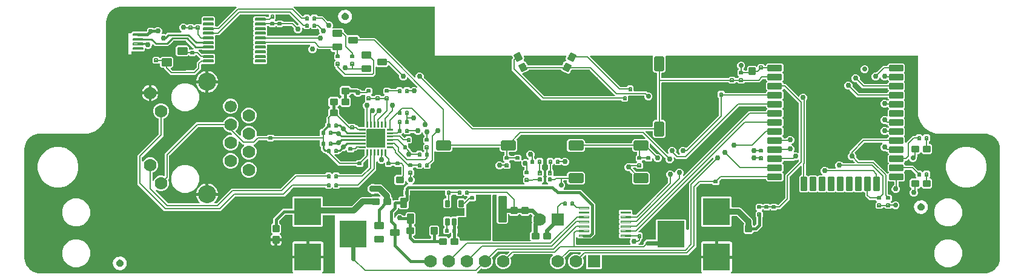
<source format=gbr>
G04 EAGLE Gerber RS-274X export*
G75*
%MOMM*%
%FSLAX34Y34*%
%LPD*%
%INTop Copper*%
%IPPOS*%
%AMOC8*
5,1,8,0,0,1.08239X$1,22.5*%
G01*
%ADD10C,0.192500*%
%ADD11C,0.350000*%
%ADD12C,0.241500*%
%ADD13C,0.420000*%
%ADD14C,0.320038*%
%ADD15C,0.490000*%
%ADD16C,0.500000*%
%ADD17C,0.315000*%
%ADD18C,1.016000*%
%ADD19C,0.200000*%
%ADD20C,0.700000*%
%ADD21C,0.950000*%
%ADD22C,0.091000*%
%ADD23C,1.778000*%
%ADD24C,1.700000*%
%ADD25C,2.540000*%
%ADD26R,3.810000X3.810000*%
%ADD27C,0.210000*%
%ADD28R,1.778000X1.778000*%
%ADD29C,0.124459*%
%ADD30C,0.140000*%
%ADD31C,0.402500*%
%ADD32C,0.406400*%
%ADD33C,0.756400*%
%ADD34C,0.203200*%
%ADD35C,0.711200*%
%ADD36C,0.279400*%
%ADD37C,0.609600*%
%ADD38C,0.228600*%
%ADD39C,0.956400*%
%ADD40C,0.812800*%

G36*
X461581Y97549D02*
X461581Y97549D01*
X461668Y97552D01*
X461721Y97569D01*
X461776Y97577D01*
X461855Y97612D01*
X461939Y97639D01*
X461978Y97667D01*
X462035Y97693D01*
X462148Y97789D01*
X462212Y97834D01*
X473686Y109309D01*
X475927Y110237D01*
X488247Y110237D01*
X488333Y110249D01*
X488421Y110252D01*
X488473Y110269D01*
X488528Y110277D01*
X488608Y110312D01*
X488691Y110339D01*
X488731Y110367D01*
X488788Y110393D01*
X488901Y110489D01*
X488965Y110534D01*
X489603Y111173D01*
X500434Y111173D01*
X500463Y111177D01*
X500492Y111174D01*
X500603Y111197D01*
X500716Y111213D01*
X500742Y111225D01*
X500771Y111230D01*
X500872Y111283D01*
X500975Y111329D01*
X500997Y111348D01*
X501024Y111361D01*
X501106Y111439D01*
X501192Y111512D01*
X501208Y111537D01*
X501230Y111557D01*
X501287Y111655D01*
X501350Y111749D01*
X501359Y111777D01*
X501373Y111802D01*
X501401Y111912D01*
X501435Y112020D01*
X501436Y112050D01*
X501443Y112078D01*
X501440Y112191D01*
X501443Y112304D01*
X501435Y112333D01*
X501434Y112362D01*
X501400Y112470D01*
X501371Y112579D01*
X501356Y112605D01*
X501347Y112633D01*
X501301Y112696D01*
X501226Y112824D01*
X501180Y112867D01*
X501152Y112906D01*
X498576Y115482D01*
X498506Y115534D01*
X498442Y115594D01*
X498393Y115620D01*
X498349Y115653D01*
X498267Y115684D01*
X498189Y115724D01*
X498142Y115732D01*
X498083Y115754D01*
X497935Y115766D01*
X497858Y115779D01*
X493895Y115779D01*
X493865Y115775D01*
X493834Y115777D01*
X493757Y115760D01*
X493614Y115739D01*
X493555Y115713D01*
X493507Y115702D01*
X491960Y115061D01*
X489249Y115061D01*
X486744Y116099D01*
X484827Y118016D01*
X483790Y120520D01*
X483790Y123232D01*
X484827Y125736D01*
X486744Y127653D01*
X489249Y128691D01*
X491960Y128691D01*
X493507Y128050D01*
X493537Y128042D01*
X493564Y128028D01*
X493642Y128015D01*
X493782Y127979D01*
X493847Y127981D01*
X493895Y127973D01*
X502017Y127973D01*
X504258Y127045D01*
X516089Y115214D01*
X517017Y112973D01*
X517017Y110813D01*
X517029Y110727D01*
X517032Y110639D01*
X517049Y110587D01*
X517057Y110532D01*
X517092Y110452D01*
X517119Y110369D01*
X517147Y110329D01*
X517173Y110272D01*
X517269Y110159D01*
X517314Y110095D01*
X518453Y108957D01*
X518453Y106512D01*
X518457Y106483D01*
X518454Y106454D01*
X518477Y106343D01*
X518493Y106231D01*
X518505Y106204D01*
X518510Y106175D01*
X518563Y106074D01*
X518609Y105971D01*
X518628Y105949D01*
X518641Y105923D01*
X518719Y105841D01*
X518792Y105754D01*
X518817Y105738D01*
X518837Y105717D01*
X518935Y105659D01*
X519029Y105597D01*
X519057Y105588D01*
X519082Y105573D01*
X519192Y105545D01*
X519300Y105511D01*
X519330Y105510D01*
X519358Y105503D01*
X519471Y105506D01*
X519584Y105504D01*
X519613Y105511D01*
X519642Y105512D01*
X519750Y105547D01*
X519859Y105575D01*
X519885Y105590D01*
X519913Y105599D01*
X519977Y105645D01*
X520104Y105721D01*
X520147Y105766D01*
X520186Y105794D01*
X520896Y106505D01*
X526012Y106505D01*
X526070Y106513D01*
X526128Y106511D01*
X526210Y106533D01*
X526294Y106545D01*
X526347Y106568D01*
X526403Y106583D01*
X526476Y106626D01*
X526553Y106661D01*
X526598Y106699D01*
X526648Y106728D01*
X526706Y106790D01*
X526770Y106844D01*
X526802Y106893D01*
X526842Y106936D01*
X526881Y107011D01*
X526928Y107081D01*
X526945Y107137D01*
X526972Y107189D01*
X526983Y107257D01*
X527013Y107352D01*
X527016Y107452D01*
X527027Y107520D01*
X527027Y109257D01*
X529243Y111473D01*
X533165Y111473D01*
X533194Y111477D01*
X533224Y111474D01*
X533335Y111497D01*
X533447Y111513D01*
X533474Y111525D01*
X533502Y111530D01*
X533603Y111583D01*
X533706Y111629D01*
X533729Y111648D01*
X533755Y111661D01*
X533837Y111739D01*
X533923Y111812D01*
X533940Y111837D01*
X533961Y111857D01*
X534018Y111955D01*
X534081Y112049D01*
X534090Y112077D01*
X534105Y112102D01*
X534132Y112212D01*
X534167Y112320D01*
X534167Y112350D01*
X534175Y112378D01*
X534171Y112491D01*
X534174Y112604D01*
X534167Y112633D01*
X534166Y112662D01*
X534131Y112770D01*
X534102Y112879D01*
X534087Y112905D01*
X534078Y112933D01*
X534032Y112997D01*
X533957Y113124D01*
X533911Y113167D01*
X533883Y113206D01*
X533527Y113562D01*
X533527Y120118D01*
X533948Y120539D01*
X534000Y120609D01*
X534060Y120672D01*
X534086Y120722D01*
X534119Y120766D01*
X534150Y120848D01*
X534190Y120926D01*
X534198Y120973D01*
X534220Y121032D01*
X534232Y121179D01*
X534245Y121257D01*
X534245Y123604D01*
X538610Y127969D01*
X539537Y127969D01*
X539566Y127973D01*
X539595Y127970D01*
X539706Y127993D01*
X539818Y128009D01*
X539845Y128021D01*
X539874Y128026D01*
X539975Y128079D01*
X540078Y128125D01*
X540100Y128144D01*
X540126Y128157D01*
X540208Y128235D01*
X540295Y128308D01*
X540311Y128333D01*
X540332Y128353D01*
X540390Y128451D01*
X540452Y128545D01*
X540461Y128573D01*
X540476Y128598D01*
X540504Y128708D01*
X540538Y128816D01*
X540539Y128846D01*
X540546Y128874D01*
X540543Y128987D01*
X540546Y129100D01*
X540538Y129129D01*
X540537Y129158D01*
X540502Y129266D01*
X540474Y129375D01*
X540459Y129401D01*
X540450Y129429D01*
X540404Y129493D01*
X540328Y129620D01*
X540283Y129663D01*
X540255Y129702D01*
X538631Y131326D01*
X538186Y132399D01*
X538142Y132473D01*
X538107Y132552D01*
X538070Y132595D01*
X538041Y132644D01*
X537979Y132703D01*
X537923Y132769D01*
X537876Y132800D01*
X537835Y132839D01*
X537758Y132879D01*
X537687Y132926D01*
X537633Y132944D01*
X537582Y132970D01*
X537498Y132986D01*
X537416Y133012D01*
X537359Y133014D01*
X537303Y133025D01*
X537218Y133017D01*
X537132Y133020D01*
X537077Y133005D01*
X537020Y133000D01*
X536940Y132969D01*
X536857Y132948D01*
X536808Y132919D01*
X536755Y132898D01*
X536686Y132846D01*
X536612Y132802D01*
X536573Y132761D01*
X536528Y132727D01*
X536476Y132658D01*
X536418Y132595D01*
X536392Y132545D01*
X536358Y132499D01*
X536327Y132418D01*
X536288Y132342D01*
X536280Y132293D01*
X536257Y132233D01*
X536246Y132088D01*
X536233Y132011D01*
X536233Y129803D01*
X534017Y127587D01*
X523383Y127587D01*
X521167Y129803D01*
X521167Y139437D01*
X523383Y141653D01*
X529716Y141653D01*
X529774Y141661D01*
X529832Y141659D01*
X529914Y141681D01*
X529998Y141693D01*
X530051Y141716D01*
X530107Y141731D01*
X530180Y141774D01*
X530257Y141809D01*
X530302Y141847D01*
X530352Y141876D01*
X530410Y141938D01*
X530474Y141992D01*
X530506Y142041D01*
X530546Y142084D01*
X530585Y142159D01*
X530632Y142229D01*
X530649Y142285D01*
X530676Y142337D01*
X530687Y142405D01*
X530717Y142500D01*
X530720Y142600D01*
X530731Y142668D01*
X530731Y152089D01*
X530727Y152118D01*
X530730Y152148D01*
X530707Y152259D01*
X530691Y152371D01*
X530679Y152398D01*
X530674Y152426D01*
X530622Y152527D01*
X530575Y152630D01*
X530556Y152653D01*
X530543Y152679D01*
X530465Y152761D01*
X530392Y152847D01*
X530367Y152864D01*
X530347Y152885D01*
X530249Y152942D01*
X530155Y153005D01*
X530127Y153014D01*
X530102Y153029D01*
X529992Y153056D01*
X529884Y153091D01*
X529855Y153091D01*
X529826Y153099D01*
X529713Y153095D01*
X529600Y153098D01*
X529571Y153091D01*
X529542Y153090D01*
X529434Y153055D01*
X529325Y153026D01*
X529299Y153011D01*
X529271Y153002D01*
X529208Y152957D01*
X529080Y152881D01*
X529067Y152867D01*
X522502Y152867D01*
X521065Y154304D01*
X520995Y154356D01*
X520931Y154416D01*
X520882Y154442D01*
X520838Y154475D01*
X520756Y154506D01*
X520678Y154546D01*
X520631Y154554D01*
X520572Y154576D01*
X520425Y154588D01*
X520347Y154601D01*
X518513Y154601D01*
X518426Y154589D01*
X518339Y154586D01*
X518286Y154569D01*
X518231Y154561D01*
X518151Y154526D01*
X518068Y154499D01*
X518029Y154471D01*
X517972Y154445D01*
X517859Y154349D01*
X517795Y154304D01*
X516358Y152867D01*
X509802Y152867D01*
X508047Y154622D01*
X508047Y157482D01*
X508043Y157511D01*
X508046Y157540D01*
X508023Y157651D01*
X508007Y157763D01*
X507995Y157790D01*
X507990Y157819D01*
X507937Y157919D01*
X507891Y158023D01*
X507872Y158045D01*
X507859Y158071D01*
X507781Y158153D01*
X507708Y158240D01*
X507683Y158256D01*
X507663Y158277D01*
X507565Y158334D01*
X507471Y158397D01*
X507443Y158406D01*
X507418Y158421D01*
X507308Y158449D01*
X507200Y158483D01*
X507171Y158484D01*
X507142Y158491D01*
X507029Y158487D01*
X506916Y158490D01*
X506887Y158483D01*
X506858Y158482D01*
X506750Y158447D01*
X506641Y158419D01*
X506615Y158404D01*
X506587Y158395D01*
X506524Y158349D01*
X506396Y158273D01*
X506353Y158228D01*
X506314Y158200D01*
X506094Y157979D01*
X503957Y157094D01*
X501643Y157094D01*
X499506Y157979D01*
X497871Y159615D01*
X497802Y159781D01*
X497758Y159855D01*
X497723Y159933D01*
X497686Y159976D01*
X497657Y160025D01*
X497595Y160084D01*
X497539Y160150D01*
X497492Y160182D01*
X497451Y160221D01*
X497375Y160260D01*
X497303Y160308D01*
X497249Y160325D01*
X497198Y160351D01*
X497114Y160367D01*
X497032Y160393D01*
X496975Y160395D01*
X496919Y160406D01*
X496834Y160398D01*
X496748Y160401D01*
X496693Y160386D01*
X496636Y160381D01*
X496556Y160351D01*
X496473Y160329D01*
X496424Y160300D01*
X496371Y160279D01*
X496302Y160227D01*
X496228Y160184D01*
X496189Y160142D01*
X496144Y160108D01*
X496092Y160039D01*
X496034Y159976D01*
X496008Y159926D01*
X495974Y159880D01*
X495943Y159800D01*
X495904Y159723D01*
X495896Y159674D01*
X495873Y159614D01*
X495862Y159469D01*
X495849Y159392D01*
X495849Y148597D01*
X471203Y123951D01*
X445023Y123951D01*
X444936Y123939D01*
X444849Y123936D01*
X444796Y123919D01*
X444741Y123911D01*
X444661Y123876D01*
X444578Y123849D01*
X444539Y123821D01*
X444482Y123795D01*
X444369Y123699D01*
X444305Y123654D01*
X442618Y121967D01*
X436562Y121967D01*
X435058Y123471D01*
X435011Y123506D01*
X434971Y123549D01*
X434898Y123591D01*
X434831Y123642D01*
X434776Y123663D01*
X434726Y123692D01*
X434644Y123713D01*
X434565Y123743D01*
X434507Y123748D01*
X434450Y123763D01*
X434366Y123760D01*
X434282Y123767D01*
X434224Y123755D01*
X434166Y123754D01*
X434086Y123728D01*
X434003Y123711D01*
X433951Y123684D01*
X433895Y123666D01*
X433839Y123626D01*
X433751Y123580D01*
X433678Y123511D01*
X433622Y123471D01*
X432118Y121967D01*
X426062Y121967D01*
X424375Y123654D01*
X424305Y123706D01*
X424242Y123766D01*
X424192Y123792D01*
X424148Y123825D01*
X424066Y123856D01*
X423988Y123896D01*
X423941Y123904D01*
X423882Y123926D01*
X423735Y123938D01*
X423657Y123951D01*
X380313Y123951D01*
X380227Y123939D01*
X380139Y123936D01*
X380087Y123919D01*
X380032Y123911D01*
X379952Y123876D01*
X379869Y123849D01*
X379830Y123821D01*
X379772Y123795D01*
X379762Y123787D01*
X379659Y123699D01*
X379595Y123654D01*
X376039Y120098D01*
X367193Y111251D01*
X298863Y111251D01*
X298777Y111239D01*
X298689Y111236D01*
X298637Y111219D01*
X298582Y111211D01*
X298502Y111176D01*
X298419Y111149D01*
X298380Y111121D01*
X298322Y111095D01*
X298209Y110999D01*
X298145Y110954D01*
X278123Y90931D01*
X199397Y90931D01*
X162051Y128277D01*
X162051Y168903D01*
X191463Y198314D01*
X191515Y198384D01*
X191575Y198448D01*
X191600Y198497D01*
X191633Y198541D01*
X191665Y198623D01*
X191704Y198701D01*
X191712Y198749D01*
X191735Y198807D01*
X191747Y198955D01*
X191760Y199032D01*
X191760Y219666D01*
X191760Y219667D01*
X191760Y219669D01*
X191740Y219805D01*
X191720Y219947D01*
X191719Y219949D01*
X191719Y219950D01*
X191662Y220076D01*
X191604Y220206D01*
X191603Y220208D01*
X191602Y220209D01*
X191511Y220316D01*
X191420Y220423D01*
X191419Y220424D01*
X191418Y220426D01*
X191405Y220434D01*
X191184Y220581D01*
X191154Y220590D01*
X191133Y220604D01*
X188621Y221644D01*
X185549Y224717D01*
X183886Y228731D01*
X183886Y233076D01*
X185549Y237091D01*
X188621Y240164D01*
X192636Y241827D01*
X196981Y241827D01*
X200996Y240164D01*
X204069Y237091D01*
X205731Y233076D01*
X205731Y228731D01*
X204069Y224717D01*
X200996Y221644D01*
X198484Y220604D01*
X198483Y220603D01*
X198481Y220602D01*
X198363Y220532D01*
X198239Y220459D01*
X198238Y220458D01*
X198237Y220457D01*
X198139Y220353D01*
X198044Y220252D01*
X198043Y220251D01*
X198042Y220250D01*
X197978Y220123D01*
X197914Y220000D01*
X197914Y219998D01*
X197913Y219997D01*
X197910Y219982D01*
X197859Y219721D01*
X197862Y219690D01*
X197857Y219666D01*
X197857Y196086D01*
X168446Y166675D01*
X168394Y166605D01*
X168334Y166541D01*
X168308Y166491D01*
X168275Y166447D01*
X168244Y166366D01*
X168204Y166288D01*
X168196Y166240D01*
X168174Y166182D01*
X168162Y166034D01*
X168149Y165957D01*
X168149Y161184D01*
X168161Y161098D01*
X168163Y161013D01*
X168181Y160958D01*
X168189Y160902D01*
X168224Y160824D01*
X168250Y160742D01*
X168282Y160694D01*
X168305Y160643D01*
X168360Y160577D01*
X168408Y160506D01*
X168452Y160469D01*
X168488Y160426D01*
X168560Y160378D01*
X168626Y160323D01*
X168678Y160300D01*
X168725Y160268D01*
X168807Y160242D01*
X168886Y160207D01*
X168942Y160199D01*
X168996Y160182D01*
X169082Y160180D01*
X169167Y160168D01*
X169223Y160176D01*
X169280Y160175D01*
X169363Y160197D01*
X169449Y160209D01*
X169500Y160232D01*
X169555Y160247D01*
X169629Y160291D01*
X169708Y160326D01*
X169751Y160363D01*
X169800Y160392D01*
X169859Y160455D01*
X169924Y160510D01*
X169950Y160552D01*
X169994Y160599D01*
X170060Y160728D01*
X170102Y160795D01*
X170349Y161391D01*
X173421Y164464D01*
X177436Y166127D01*
X181781Y166127D01*
X185796Y164464D01*
X188869Y161391D01*
X190531Y157376D01*
X190531Y153031D01*
X188869Y149017D01*
X185796Y145944D01*
X183284Y144904D01*
X183283Y144903D01*
X183281Y144902D01*
X183163Y144832D01*
X183039Y144759D01*
X183038Y144758D01*
X183037Y144757D01*
X182939Y144653D01*
X182844Y144552D01*
X182843Y144551D01*
X182842Y144550D01*
X182778Y144424D01*
X182714Y144300D01*
X182714Y144298D01*
X182713Y144297D01*
X182710Y144282D01*
X182659Y144021D01*
X182662Y143990D01*
X182657Y143966D01*
X182657Y134108D01*
X182669Y134023D01*
X182672Y133937D01*
X182689Y133883D01*
X182697Y133827D01*
X182732Y133748D01*
X182759Y133666D01*
X182790Y133619D01*
X182814Y133567D01*
X182869Y133502D01*
X182917Y133430D01*
X182960Y133394D01*
X182997Y133350D01*
X183069Y133303D01*
X183134Y133247D01*
X183186Y133224D01*
X183234Y133193D01*
X183316Y133167D01*
X183394Y133132D01*
X183451Y133124D01*
X183505Y133107D01*
X183591Y133105D01*
X183676Y133093D01*
X183732Y133101D01*
X183789Y133100D01*
X183872Y133121D01*
X183957Y133134D01*
X184009Y133157D01*
X184064Y133171D01*
X184138Y133215D01*
X184216Y133251D01*
X184260Y133288D01*
X184308Y133317D01*
X184367Y133379D01*
X184433Y133435D01*
X184459Y133477D01*
X184503Y133524D01*
X184569Y133653D01*
X184611Y133720D01*
X185544Y135973D01*
X188616Y139045D01*
X192631Y140708D01*
X196976Y140708D01*
X198541Y140060D01*
X198652Y140031D01*
X198762Y139997D01*
X198790Y139996D01*
X198816Y139989D01*
X198931Y139992D01*
X199046Y139989D01*
X199073Y139996D01*
X199101Y139997D01*
X199210Y140032D01*
X199321Y140061D01*
X199345Y140075D01*
X199371Y140084D01*
X199467Y140148D01*
X199565Y140206D01*
X199584Y140227D01*
X199607Y140242D01*
X199681Y140330D01*
X199760Y140414D01*
X199773Y140438D01*
X199790Y140460D01*
X199837Y140565D01*
X199889Y140667D01*
X199893Y140691D01*
X199906Y140719D01*
X199942Y140983D01*
X199945Y140998D01*
X199945Y171059D01*
X244033Y215147D01*
X280851Y215147D01*
X280853Y215147D01*
X280855Y215147D01*
X280995Y215167D01*
X281133Y215186D01*
X281134Y215187D01*
X281136Y215187D01*
X281262Y215244D01*
X281392Y215303D01*
X281394Y215304D01*
X281395Y215304D01*
X281502Y215396D01*
X281609Y215486D01*
X281610Y215488D01*
X281611Y215489D01*
X281620Y215502D01*
X281767Y215723D01*
X281776Y215752D01*
X281789Y215773D01*
X282830Y218285D01*
X285902Y221358D01*
X289917Y223021D01*
X294262Y223021D01*
X298277Y221358D01*
X301349Y218285D01*
X303012Y214271D01*
X303012Y209925D01*
X301349Y205911D01*
X299325Y203887D01*
X299290Y203840D01*
X299248Y203800D01*
X299205Y203727D01*
X299154Y203659D01*
X299134Y203605D01*
X299104Y203554D01*
X299083Y203473D01*
X299053Y203394D01*
X299048Y203335D01*
X299034Y203279D01*
X299037Y203194D01*
X299030Y203110D01*
X299041Y203053D01*
X299043Y202995D01*
X299069Y202914D01*
X299086Y202832D01*
X299112Y202780D01*
X299130Y202724D01*
X299171Y202668D01*
X299217Y202579D01*
X299285Y202507D01*
X299325Y202451D01*
X304834Y196942D01*
X304857Y196925D01*
X304876Y196902D01*
X304928Y196868D01*
X304952Y196845D01*
X304986Y196828D01*
X305061Y196771D01*
X305088Y196761D01*
X305113Y196745D01*
X305221Y196711D01*
X305327Y196670D01*
X305356Y196668D01*
X305384Y196659D01*
X305497Y196656D01*
X305610Y196647D01*
X305639Y196652D01*
X305668Y196652D01*
X305778Y196680D01*
X305889Y196703D01*
X305915Y196716D01*
X305943Y196724D01*
X306040Y196781D01*
X306141Y196834D01*
X306162Y196854D01*
X306187Y196869D01*
X306265Y196951D01*
X306347Y197029D01*
X306362Y197055D01*
X306382Y197076D01*
X306434Y197177D01*
X306491Y197275D01*
X306498Y197303D01*
X306511Y197329D01*
X306524Y197407D01*
X306538Y197462D01*
X306553Y197508D01*
X306553Y197520D01*
X306561Y197550D01*
X306559Y197613D01*
X306567Y197660D01*
X306567Y201571D01*
X308230Y205585D01*
X311302Y208658D01*
X315317Y210321D01*
X319662Y210321D01*
X323677Y208658D01*
X326749Y205585D01*
X328412Y201571D01*
X328412Y197274D01*
X328421Y197216D01*
X328419Y197158D01*
X328440Y197076D01*
X328452Y196992D01*
X328476Y196939D01*
X328491Y196883D01*
X328534Y196810D01*
X328568Y196733D01*
X328606Y196688D01*
X328636Y196638D01*
X328698Y196580D01*
X328752Y196516D01*
X328801Y196484D01*
X328843Y196444D01*
X328918Y196405D01*
X328989Y196358D01*
X329045Y196341D01*
X329097Y196314D01*
X329165Y196303D01*
X329260Y196273D01*
X329360Y196270D01*
X329428Y196259D01*
X342547Y196259D01*
X342634Y196271D01*
X342721Y196274D01*
X342774Y196291D01*
X342829Y196299D01*
X342909Y196334D01*
X342992Y196361D01*
X343031Y196389D01*
X343088Y196415D01*
X343201Y196511D01*
X343265Y196556D01*
X344702Y197993D01*
X351258Y197993D01*
X352865Y196386D01*
X352935Y196334D01*
X352998Y196274D01*
X353048Y196248D01*
X353092Y196215D01*
X353174Y196184D01*
X353252Y196144D01*
X353299Y196136D01*
X353358Y196114D01*
X353505Y196102D01*
X353583Y196089D01*
X415672Y196089D01*
X415730Y196097D01*
X415788Y196095D01*
X415870Y196117D01*
X415954Y196129D01*
X416007Y196152D01*
X416063Y196167D01*
X416136Y196210D01*
X416213Y196245D01*
X416258Y196283D01*
X416308Y196312D01*
X416366Y196374D01*
X416430Y196428D01*
X416462Y196477D01*
X416502Y196520D01*
X416541Y196595D01*
X416588Y196665D01*
X416605Y196721D01*
X416632Y196773D01*
X416643Y196841D01*
X416673Y196936D01*
X416676Y197036D01*
X416687Y197104D01*
X416687Y203938D01*
X418442Y205693D01*
X419051Y205693D01*
X419138Y205705D01*
X419225Y205708D01*
X419278Y205725D01*
X419333Y205733D01*
X419412Y205768D01*
X419496Y205795D01*
X419535Y205823D01*
X419592Y205849D01*
X419705Y205945D01*
X419769Y205990D01*
X424010Y210231D01*
X424062Y210301D01*
X424122Y210365D01*
X424148Y210414D01*
X424181Y210458D01*
X424212Y210540D01*
X424252Y210618D01*
X424260Y210665D01*
X424282Y210724D01*
X424294Y210872D01*
X424307Y210949D01*
X424307Y214098D01*
X425744Y215535D01*
X425796Y215605D01*
X425856Y215668D01*
X425882Y215718D01*
X425915Y215762D01*
X425946Y215844D01*
X425986Y215922D01*
X425994Y215969D01*
X426016Y216028D01*
X426028Y216175D01*
X426041Y216253D01*
X426041Y219087D01*
X426029Y219173D01*
X426026Y219261D01*
X426009Y219313D01*
X426001Y219368D01*
X425966Y219448D01*
X425939Y219531D01*
X425911Y219571D01*
X425885Y219628D01*
X425831Y219691D01*
X425831Y222243D01*
X428670Y225081D01*
X428722Y225151D01*
X428782Y225215D01*
X428808Y225264D01*
X428841Y225309D01*
X428872Y225390D01*
X428912Y225468D01*
X428920Y225516D01*
X428942Y225574D01*
X428954Y225722D01*
X428967Y225799D01*
X428967Y233417D01*
X431053Y235502D01*
X431088Y235549D01*
X431130Y235589D01*
X431173Y235662D01*
X431223Y235729D01*
X431244Y235784D01*
X431274Y235834D01*
X431295Y235916D01*
X431325Y235995D01*
X431329Y236053D01*
X431344Y236110D01*
X431341Y236194D01*
X431348Y236278D01*
X431337Y236336D01*
X431335Y236394D01*
X431309Y236474D01*
X431292Y236557D01*
X431265Y236609D01*
X431247Y236665D01*
X431207Y236721D01*
X431161Y236809D01*
X431103Y236871D01*
X431091Y236891D01*
X431076Y236905D01*
X431053Y236938D01*
X428967Y239023D01*
X428967Y248657D01*
X430823Y250512D01*
X430823Y250513D01*
X431183Y250873D01*
X441817Y250873D01*
X443782Y248907D01*
X443829Y248872D01*
X443869Y248830D01*
X443942Y248787D01*
X444009Y248737D01*
X444064Y248716D01*
X444114Y248686D01*
X444196Y248665D01*
X444275Y248635D01*
X444333Y248631D01*
X444390Y248616D01*
X444474Y248619D01*
X444558Y248612D01*
X444616Y248623D01*
X444674Y248625D01*
X444754Y248651D01*
X444837Y248668D01*
X444889Y248695D01*
X444945Y248713D01*
X445001Y248753D01*
X445089Y248799D01*
X445162Y248867D01*
X445218Y248907D01*
X447053Y250742D01*
X447088Y250789D01*
X447130Y250829D01*
X447173Y250902D01*
X447223Y250969D01*
X447244Y251024D01*
X447274Y251074D01*
X447295Y251156D01*
X447325Y251235D01*
X447329Y251293D01*
X447344Y251350D01*
X447341Y251434D01*
X447348Y251518D01*
X447337Y251576D01*
X447335Y251634D01*
X447309Y251714D01*
X447292Y251797D01*
X447265Y251849D01*
X447247Y251905D01*
X447207Y251961D01*
X447161Y252049D01*
X447115Y252098D01*
X447102Y252120D01*
X447077Y252143D01*
X447053Y252178D01*
X444967Y254263D01*
X444967Y263897D01*
X447183Y266113D01*
X457817Y266113D01*
X460090Y263840D01*
X460096Y263825D01*
X460111Y263769D01*
X460154Y263696D01*
X460189Y263619D01*
X460227Y263574D01*
X460256Y263524D01*
X460318Y263466D01*
X460372Y263402D01*
X460421Y263370D01*
X460464Y263330D01*
X460539Y263291D01*
X460609Y263244D01*
X460665Y263227D01*
X460717Y263200D01*
X460785Y263189D01*
X460880Y263159D01*
X460980Y263156D01*
X461048Y263145D01*
X469044Y263145D01*
X469536Y262652D01*
X469606Y262600D01*
X469670Y262540D01*
X469719Y262514D01*
X469764Y262481D01*
X469845Y262450D01*
X469923Y262410D01*
X469971Y262402D01*
X470029Y262380D01*
X470177Y262368D01*
X470254Y262355D01*
X471057Y262355D01*
X473194Y261469D01*
X474777Y259886D01*
X474847Y259834D01*
X474911Y259774D01*
X474960Y259748D01*
X475004Y259715D01*
X475086Y259684D01*
X475164Y259644D01*
X475212Y259636D01*
X475270Y259614D01*
X475418Y259602D01*
X475495Y259589D01*
X479092Y259589D01*
X479150Y259597D01*
X479208Y259595D01*
X479290Y259617D01*
X479374Y259629D01*
X479427Y259652D01*
X479483Y259667D01*
X479556Y259710D01*
X479633Y259745D01*
X479678Y259783D01*
X479728Y259812D01*
X479786Y259874D01*
X479850Y259928D01*
X479882Y259977D01*
X479922Y260020D01*
X479961Y260095D01*
X480008Y260165D01*
X480025Y260221D01*
X480052Y260273D01*
X480063Y260341D01*
X480093Y260436D01*
X480096Y260536D01*
X480107Y260604D01*
X480107Y262278D01*
X481862Y264033D01*
X488418Y264033D01*
X490173Y262278D01*
X490173Y256222D01*
X488669Y254718D01*
X488634Y254671D01*
X488591Y254631D01*
X488549Y254558D01*
X488498Y254491D01*
X488477Y254436D01*
X488448Y254386D01*
X488427Y254304D01*
X488397Y254225D01*
X488392Y254167D01*
X488377Y254110D01*
X488380Y254026D01*
X488373Y253942D01*
X488385Y253884D01*
X488386Y253826D01*
X488412Y253746D01*
X488429Y253663D01*
X488456Y253611D01*
X488474Y253555D01*
X488514Y253499D01*
X488560Y253411D01*
X488629Y253338D01*
X488669Y253282D01*
X489855Y252096D01*
X489925Y252044D01*
X489989Y251984D01*
X490038Y251958D01*
X490082Y251925D01*
X490164Y251894D01*
X490242Y251854D01*
X490289Y251846D01*
X490348Y251824D01*
X490495Y251812D01*
X490573Y251799D01*
X492407Y251799D01*
X492494Y251811D01*
X492581Y251814D01*
X492634Y251831D01*
X492689Y251839D01*
X492769Y251874D01*
X492852Y251901D01*
X492891Y251929D01*
X492948Y251955D01*
X493061Y252051D01*
X493125Y252096D01*
X494562Y253533D01*
X501118Y253533D01*
X502555Y252096D01*
X502625Y252044D01*
X502688Y251984D01*
X502738Y251958D01*
X502782Y251925D01*
X502864Y251894D01*
X502942Y251854D01*
X502989Y251846D01*
X503048Y251824D01*
X503195Y251812D01*
X503273Y251799D01*
X505107Y251799D01*
X505194Y251811D01*
X505281Y251814D01*
X505334Y251831D01*
X505389Y251839D01*
X505469Y251874D01*
X505552Y251901D01*
X505591Y251929D01*
X505648Y251955D01*
X505761Y252051D01*
X505825Y252096D01*
X507011Y253282D01*
X507046Y253329D01*
X507089Y253369D01*
X507131Y253442D01*
X507182Y253509D01*
X507203Y253564D01*
X507232Y253614D01*
X507253Y253696D01*
X507283Y253775D01*
X507288Y253833D01*
X507303Y253890D01*
X507300Y253974D01*
X507307Y254058D01*
X507295Y254116D01*
X507294Y254174D01*
X507268Y254254D01*
X507251Y254337D01*
X507224Y254389D01*
X507206Y254445D01*
X507166Y254501D01*
X507120Y254589D01*
X507051Y254662D01*
X507011Y254718D01*
X505507Y256222D01*
X505507Y262278D01*
X507262Y264033D01*
X513818Y264033D01*
X515255Y262596D01*
X515325Y262544D01*
X515389Y262484D01*
X515438Y262458D01*
X515482Y262425D01*
X515564Y262394D01*
X515642Y262354D01*
X515689Y262346D01*
X515748Y262324D01*
X515895Y262312D01*
X515973Y262299D01*
X522887Y262299D01*
X522974Y262311D01*
X523061Y262314D01*
X523114Y262331D01*
X523169Y262339D01*
X523249Y262374D01*
X523332Y262401D01*
X523371Y262429D01*
X523428Y262455D01*
X523541Y262551D01*
X523605Y262596D01*
X525122Y264113D01*
X531178Y264113D01*
X532682Y262609D01*
X532729Y262574D01*
X532769Y262531D01*
X532842Y262489D01*
X532909Y262438D01*
X532964Y262417D01*
X533014Y262388D01*
X533096Y262367D01*
X533175Y262337D01*
X533233Y262332D01*
X533290Y262317D01*
X533374Y262320D01*
X533458Y262313D01*
X533516Y262325D01*
X533574Y262326D01*
X533654Y262352D01*
X533737Y262369D01*
X533789Y262396D01*
X533845Y262414D01*
X533901Y262454D01*
X533989Y262500D01*
X534062Y262569D01*
X534118Y262609D01*
X535622Y264113D01*
X541678Y264113D01*
X542846Y262945D01*
X542893Y262910D01*
X542933Y262867D01*
X542959Y262852D01*
X542976Y262836D01*
X543021Y262813D01*
X543073Y262774D01*
X543128Y262753D01*
X543178Y262724D01*
X543214Y262715D01*
X543229Y262707D01*
X543265Y262701D01*
X543339Y262673D01*
X543397Y262668D01*
X543454Y262654D01*
X543532Y262656D01*
X543560Y262651D01*
X543568Y262651D01*
X543578Y262653D01*
X543622Y262649D01*
X543679Y262661D01*
X543738Y262663D01*
X543809Y262686D01*
X543849Y262691D01*
X543863Y262698D01*
X543901Y262705D01*
X543953Y262732D01*
X544008Y262750D01*
X544056Y262784D01*
X544109Y262808D01*
X544125Y262822D01*
X544153Y262836D01*
X544226Y262905D01*
X544282Y262945D01*
X545346Y264009D01*
X547483Y264895D01*
X549797Y264895D01*
X551836Y264050D01*
X551920Y264028D01*
X552000Y263998D01*
X552057Y263993D01*
X552112Y263979D01*
X552198Y263981D01*
X552283Y263974D01*
X552339Y263985D01*
X552396Y263987D01*
X552478Y264013D01*
X552562Y264030D01*
X552612Y264056D01*
X552667Y264074D01*
X552738Y264122D01*
X552814Y264161D01*
X552855Y264200D01*
X552903Y264232D01*
X552958Y264298D01*
X553020Y264357D01*
X553049Y264406D01*
X553086Y264450D01*
X553121Y264528D01*
X553164Y264602D01*
X553178Y264657D01*
X553201Y264709D01*
X553213Y264795D01*
X553234Y264878D01*
X553232Y264934D01*
X553240Y264991D01*
X553228Y265076D01*
X553225Y265162D01*
X553208Y265216D01*
X553199Y265272D01*
X553164Y265351D01*
X553138Y265432D01*
X553109Y265473D01*
X553082Y265531D01*
X552988Y265642D01*
X552943Y265706D01*
X540638Y278011D01*
X540546Y278080D01*
X540458Y278154D01*
X540433Y278165D01*
X540411Y278182D01*
X540303Y278223D01*
X540198Y278269D01*
X540171Y278273D01*
X540145Y278283D01*
X540031Y278292D01*
X539917Y278308D01*
X539889Y278304D01*
X539862Y278306D01*
X539749Y278284D01*
X539635Y278267D01*
X539610Y278256D01*
X539583Y278250D01*
X539481Y278198D01*
X539376Y278150D01*
X539355Y278132D01*
X539331Y278119D01*
X539247Y278040D01*
X539160Y277966D01*
X539147Y277945D01*
X539124Y277924D01*
X538990Y277694D01*
X538982Y277681D01*
X538329Y276106D01*
X536694Y274471D01*
X534557Y273585D01*
X532243Y273585D01*
X530106Y274471D01*
X528471Y276106D01*
X527585Y278243D01*
X527585Y280483D01*
X527573Y280569D01*
X527570Y280657D01*
X527553Y280709D01*
X527545Y280764D01*
X527510Y280844D01*
X527483Y280927D01*
X527455Y280966D01*
X527429Y281024D01*
X527333Y281137D01*
X527288Y281201D01*
X513907Y294582D01*
X513860Y294617D01*
X513820Y294659D01*
X513747Y294702D01*
X513680Y294752D01*
X513625Y294773D01*
X513575Y294803D01*
X513493Y294824D01*
X513414Y294854D01*
X513356Y294859D01*
X513299Y294873D01*
X513215Y294870D01*
X513131Y294877D01*
X513073Y294866D01*
X513015Y294864D01*
X512935Y294838D01*
X512852Y294821D01*
X512800Y294794D01*
X512744Y294776D01*
X512688Y294736D01*
X512600Y294690D01*
X512527Y294622D01*
X512471Y294582D01*
X510577Y292687D01*
X496943Y292687D01*
X496590Y293041D01*
X496566Y293058D01*
X496547Y293081D01*
X496453Y293143D01*
X496363Y293211D01*
X496335Y293222D01*
X496311Y293238D01*
X496203Y293272D01*
X496097Y293313D01*
X496068Y293315D01*
X496040Y293324D01*
X495926Y293327D01*
X495814Y293336D01*
X495785Y293330D01*
X495756Y293331D01*
X495646Y293303D01*
X495535Y293280D01*
X495509Y293267D01*
X495481Y293259D01*
X495383Y293202D01*
X495283Y293149D01*
X495261Y293129D01*
X495236Y293114D01*
X495159Y293032D01*
X495077Y292954D01*
X495062Y292928D01*
X495042Y292907D01*
X494990Y292806D01*
X494933Y292708D01*
X494926Y292680D01*
X494912Y292654D01*
X494899Y292576D01*
X494863Y292433D01*
X494865Y292370D01*
X494857Y292323D01*
X494857Y282695D01*
X491285Y279123D01*
X450795Y279123D01*
X438911Y291007D01*
X438911Y291577D01*
X438899Y291664D01*
X438896Y291751D01*
X438879Y291804D01*
X438871Y291859D01*
X438836Y291939D01*
X438809Y292022D01*
X438781Y292061D01*
X438755Y292118D01*
X438659Y292231D01*
X438614Y292295D01*
X436927Y293982D01*
X436927Y300038D01*
X438431Y301542D01*
X438444Y301560D01*
X438457Y301571D01*
X438475Y301597D01*
X438509Y301629D01*
X438551Y301702D01*
X438602Y301769D01*
X438623Y301824D01*
X438652Y301874D01*
X438673Y301956D01*
X438703Y302035D01*
X438708Y302093D01*
X438723Y302150D01*
X438720Y302234D01*
X438727Y302318D01*
X438715Y302376D01*
X438714Y302434D01*
X438688Y302514D01*
X438671Y302597D01*
X438644Y302649D01*
X438626Y302705D01*
X438586Y302761D01*
X438540Y302849D01*
X438471Y302922D01*
X438431Y302978D01*
X436927Y304482D01*
X436927Y310538D01*
X437774Y311385D01*
X437826Y311455D01*
X437886Y311519D01*
X437912Y311568D01*
X437945Y311612D01*
X437976Y311694D01*
X438016Y311772D01*
X438024Y311819D01*
X438046Y311878D01*
X438058Y312025D01*
X438071Y312103D01*
X438071Y312652D01*
X438063Y312710D01*
X438065Y312768D01*
X438043Y312850D01*
X438031Y312934D01*
X438008Y312987D01*
X437993Y313043D01*
X437950Y313116D01*
X437915Y313193D01*
X437877Y313238D01*
X437848Y313288D01*
X437786Y313346D01*
X437732Y313410D01*
X437683Y313442D01*
X437640Y313482D01*
X437565Y313521D01*
X437495Y313568D01*
X437439Y313585D01*
X437387Y313612D01*
X437319Y313623D01*
X437224Y313653D01*
X437124Y313656D01*
X437056Y313667D01*
X434303Y313667D01*
X432087Y315883D01*
X432087Y316636D01*
X432079Y316694D01*
X432081Y316752D01*
X432059Y316834D01*
X432047Y316918D01*
X432024Y316971D01*
X432009Y317027D01*
X431966Y317100D01*
X431931Y317177D01*
X431893Y317222D01*
X431864Y317272D01*
X431802Y317330D01*
X431748Y317394D01*
X431699Y317426D01*
X431656Y317466D01*
X431581Y317505D01*
X431511Y317552D01*
X431455Y317569D01*
X431403Y317596D01*
X431335Y317607D01*
X431240Y317637D01*
X431140Y317640D01*
X431072Y317651D01*
X414637Y317651D01*
X413948Y318341D01*
X413924Y318358D01*
X413905Y318381D01*
X413811Y318443D01*
X413721Y318511D01*
X413693Y318522D01*
X413669Y318538D01*
X413561Y318572D01*
X413455Y318613D01*
X413426Y318615D01*
X413398Y318624D01*
X413284Y318627D01*
X413172Y318636D01*
X413143Y318631D01*
X413114Y318631D01*
X413004Y318603D01*
X412893Y318580D01*
X412867Y318567D01*
X412839Y318559D01*
X412741Y318502D01*
X412641Y318449D01*
X412619Y318429D01*
X412594Y318414D01*
X412517Y318332D01*
X412435Y318254D01*
X412420Y318228D01*
X412400Y318207D01*
X412348Y318106D01*
X412291Y318008D01*
X412284Y317980D01*
X412270Y317954D01*
X412257Y317876D01*
X412221Y317733D01*
X412223Y317670D01*
X412215Y317623D01*
X412215Y316343D01*
X411329Y314206D01*
X409694Y312571D01*
X407557Y311685D01*
X405243Y311685D01*
X403106Y312571D01*
X401471Y314206D01*
X400585Y316343D01*
X400585Y318657D01*
X401471Y320794D01*
X402845Y322168D01*
X402863Y322192D01*
X402885Y322211D01*
X402948Y322305D01*
X403016Y322395D01*
X403026Y322423D01*
X403042Y322447D01*
X403077Y322555D01*
X403117Y322661D01*
X403119Y322690D01*
X403128Y322718D01*
X403131Y322832D01*
X403141Y322944D01*
X403135Y322973D01*
X403136Y323002D01*
X403107Y323112D01*
X403085Y323223D01*
X403071Y323249D01*
X403064Y323277D01*
X403006Y323375D01*
X402954Y323475D01*
X402933Y323497D01*
X402918Y323522D01*
X402836Y323599D01*
X402758Y323681D01*
X402733Y323696D01*
X402711Y323716D01*
X402610Y323768D01*
X402513Y323825D01*
X402484Y323832D01*
X402458Y323846D01*
X402381Y323859D01*
X402237Y323895D01*
X402175Y323893D01*
X402127Y323901D01*
X343978Y323901D01*
X343920Y323893D01*
X343862Y323895D01*
X343780Y323873D01*
X343696Y323861D01*
X343643Y323838D01*
X343587Y323823D01*
X343514Y323780D01*
X343437Y323745D01*
X343392Y323707D01*
X343342Y323678D01*
X343284Y323616D01*
X343220Y323562D01*
X343188Y323513D01*
X343148Y323470D01*
X343109Y323395D01*
X343062Y323325D01*
X343045Y323269D01*
X343018Y323217D01*
X343007Y323149D01*
X342977Y323054D01*
X342974Y322954D01*
X342963Y322886D01*
X342963Y318018D01*
X342863Y317918D01*
X342828Y317871D01*
X342785Y317831D01*
X342742Y317758D01*
X342692Y317691D01*
X342671Y317636D01*
X342641Y317586D01*
X342620Y317504D01*
X342590Y317425D01*
X342586Y317367D01*
X342571Y317310D01*
X342574Y317226D01*
X342567Y317142D01*
X342578Y317084D01*
X342580Y317026D01*
X342606Y316946D01*
X342623Y316863D01*
X342650Y316811D01*
X342668Y316755D01*
X342708Y316699D01*
X342754Y316611D01*
X342822Y316538D01*
X342863Y316482D01*
X342963Y316382D01*
X342963Y311518D01*
X342863Y311418D01*
X342828Y311371D01*
X342785Y311331D01*
X342742Y311258D01*
X342692Y311191D01*
X342671Y311136D01*
X342641Y311086D01*
X342620Y311004D01*
X342590Y310925D01*
X342586Y310867D01*
X342571Y310810D01*
X342574Y310726D01*
X342567Y310642D01*
X342578Y310584D01*
X342580Y310526D01*
X342606Y310446D01*
X342623Y310363D01*
X342650Y310311D01*
X342668Y310255D01*
X342708Y310199D01*
X342754Y310111D01*
X342822Y310038D01*
X342863Y309982D01*
X342963Y309882D01*
X342963Y305018D01*
X342863Y304918D01*
X342828Y304871D01*
X342785Y304831D01*
X342742Y304758D01*
X342692Y304691D01*
X342671Y304636D01*
X342641Y304586D01*
X342620Y304504D01*
X342590Y304425D01*
X342586Y304367D01*
X342571Y304310D01*
X342574Y304226D01*
X342567Y304142D01*
X342578Y304084D01*
X342580Y304026D01*
X342606Y303946D01*
X342623Y303863D01*
X342650Y303811D01*
X342668Y303755D01*
X342708Y303699D01*
X342754Y303611D01*
X342822Y303538D01*
X342863Y303482D01*
X342963Y303382D01*
X342963Y298518D01*
X341362Y296917D01*
X325498Y296917D01*
X323897Y298518D01*
X323897Y303382D01*
X323997Y303482D01*
X324033Y303529D01*
X324075Y303569D01*
X324118Y303642D01*
X324168Y303709D01*
X324189Y303764D01*
X324219Y303814D01*
X324239Y303896D01*
X324270Y303975D01*
X324274Y304033D01*
X324289Y304090D01*
X324286Y304174D01*
X324293Y304258D01*
X324282Y304316D01*
X324280Y304374D01*
X324254Y304454D01*
X324237Y304537D01*
X324210Y304589D01*
X324192Y304645D01*
X324152Y304701D01*
X324106Y304789D01*
X324037Y304862D01*
X323997Y304918D01*
X323897Y305018D01*
X323897Y309882D01*
X323997Y309982D01*
X324033Y310029D01*
X324075Y310069D01*
X324118Y310142D01*
X324168Y310209D01*
X324189Y310264D01*
X324219Y310314D01*
X324239Y310396D01*
X324270Y310475D01*
X324274Y310533D01*
X324289Y310590D01*
X324286Y310674D01*
X324293Y310758D01*
X324282Y310816D01*
X324280Y310874D01*
X324254Y310954D01*
X324237Y311037D01*
X324210Y311089D01*
X324192Y311145D01*
X324152Y311201D01*
X324106Y311289D01*
X324037Y311362D01*
X323997Y311418D01*
X323897Y311518D01*
X323897Y316382D01*
X323997Y316482D01*
X324033Y316529D01*
X324075Y316569D01*
X324118Y316642D01*
X324168Y316709D01*
X324189Y316764D01*
X324219Y316814D01*
X324239Y316896D01*
X324270Y316975D01*
X324274Y317033D01*
X324289Y317090D01*
X324286Y317174D01*
X324293Y317258D01*
X324282Y317316D01*
X324280Y317374D01*
X324254Y317454D01*
X324237Y317537D01*
X324210Y317589D01*
X324192Y317645D01*
X324152Y317701D01*
X324106Y317789D01*
X324037Y317862D01*
X323997Y317918D01*
X323897Y318018D01*
X323897Y322882D01*
X323997Y322982D01*
X324033Y323029D01*
X324075Y323069D01*
X324118Y323142D01*
X324168Y323209D01*
X324189Y323264D01*
X324219Y323314D01*
X324239Y323396D01*
X324270Y323475D01*
X324274Y323533D01*
X324289Y323590D01*
X324286Y323674D01*
X324293Y323758D01*
X324282Y323816D01*
X324280Y323874D01*
X324254Y323954D01*
X324237Y324037D01*
X324210Y324089D01*
X324192Y324145D01*
X324152Y324201D01*
X324106Y324289D01*
X324037Y324362D01*
X323997Y324418D01*
X323897Y324518D01*
X323897Y329382D01*
X323997Y329482D01*
X324033Y329529D01*
X324075Y329569D01*
X324118Y329642D01*
X324168Y329709D01*
X324189Y329764D01*
X324219Y329814D01*
X324239Y329896D01*
X324270Y329975D01*
X324274Y330033D01*
X324289Y330090D01*
X324286Y330174D01*
X324293Y330258D01*
X324282Y330316D01*
X324280Y330374D01*
X324254Y330454D01*
X324237Y330537D01*
X324210Y330589D01*
X324192Y330645D01*
X324152Y330701D01*
X324106Y330789D01*
X324037Y330862D01*
X323997Y330918D01*
X323897Y331018D01*
X323897Y335882D01*
X323997Y335982D01*
X324033Y336029D01*
X324075Y336069D01*
X324118Y336142D01*
X324168Y336209D01*
X324189Y336264D01*
X324219Y336314D01*
X324239Y336396D01*
X324270Y336475D01*
X324274Y336533D01*
X324289Y336590D01*
X324286Y336674D01*
X324293Y336758D01*
X324282Y336816D01*
X324280Y336874D01*
X324254Y336954D01*
X324237Y337037D01*
X324210Y337089D01*
X324192Y337145D01*
X324152Y337201D01*
X324106Y337289D01*
X324037Y337362D01*
X323997Y337418D01*
X323897Y337518D01*
X323897Y342382D01*
X323997Y342482D01*
X324033Y342529D01*
X324075Y342569D01*
X324118Y342642D01*
X324168Y342709D01*
X324189Y342764D01*
X324219Y342814D01*
X324239Y342896D01*
X324270Y342975D01*
X324274Y343033D01*
X324289Y343090D01*
X324286Y343174D01*
X324293Y343258D01*
X324282Y343316D01*
X324280Y343374D01*
X324254Y343454D01*
X324237Y343537D01*
X324210Y343589D01*
X324192Y343645D01*
X324152Y343701D01*
X324106Y343789D01*
X324037Y343862D01*
X323997Y343918D01*
X323897Y344018D01*
X323897Y348882D01*
X323997Y348982D01*
X324033Y349029D01*
X324075Y349069D01*
X324118Y349142D01*
X324168Y349209D01*
X324189Y349264D01*
X324219Y349314D01*
X324239Y349396D01*
X324270Y349475D01*
X324274Y349533D01*
X324289Y349590D01*
X324286Y349674D01*
X324293Y349758D01*
X324282Y349816D01*
X324280Y349874D01*
X324254Y349954D01*
X324237Y350037D01*
X324210Y350089D01*
X324192Y350145D01*
X324152Y350201D01*
X324106Y350289D01*
X324037Y350362D01*
X323997Y350418D01*
X323897Y350518D01*
X323897Y355382D01*
X323997Y355482D01*
X324033Y355529D01*
X324075Y355569D01*
X324118Y355642D01*
X324168Y355709D01*
X324189Y355764D01*
X324219Y355814D01*
X324239Y355896D01*
X324270Y355975D01*
X324274Y356033D01*
X324289Y356090D01*
X324286Y356174D01*
X324293Y356258D01*
X324282Y356316D01*
X324280Y356374D01*
X324254Y356454D01*
X324237Y356537D01*
X324210Y356589D01*
X324192Y356645D01*
X324152Y356701D01*
X324106Y356789D01*
X324037Y356862D01*
X323997Y356918D01*
X323897Y357018D01*
X323897Y361882D01*
X325498Y363483D01*
X341362Y363483D01*
X342049Y362796D01*
X342118Y362744D01*
X342182Y362684D01*
X342232Y362658D01*
X342276Y362625D01*
X342357Y362594D01*
X342435Y362554D01*
X342483Y362546D01*
X342541Y362524D01*
X342689Y362512D01*
X342766Y362499D01*
X344552Y362499D01*
X344610Y362507D01*
X344668Y362505D01*
X344750Y362527D01*
X344834Y362539D01*
X344887Y362562D01*
X344943Y362577D01*
X345016Y362620D01*
X345093Y362655D01*
X345138Y362693D01*
X345188Y362722D01*
X345246Y362784D01*
X345310Y362838D01*
X345342Y362887D01*
X345382Y362930D01*
X345421Y363005D01*
X345468Y363075D01*
X345485Y363131D01*
X345512Y363183D01*
X345523Y363251D01*
X345553Y363346D01*
X345556Y363446D01*
X345567Y363514D01*
X345567Y365252D01*
X345560Y365301D01*
X345561Y365308D01*
X345559Y365313D01*
X345561Y365368D01*
X345539Y365450D01*
X345527Y365534D01*
X345504Y365587D01*
X345489Y365643D01*
X345446Y365716D01*
X345411Y365793D01*
X345373Y365838D01*
X345344Y365888D01*
X345282Y365946D01*
X345228Y366010D01*
X345179Y366042D01*
X345136Y366082D01*
X345061Y366121D01*
X344991Y366168D01*
X344935Y366185D01*
X344883Y366212D01*
X344815Y366223D01*
X344720Y366253D01*
X344620Y366256D01*
X344552Y366267D01*
X305627Y366267D01*
X305540Y366255D01*
X305453Y366252D01*
X305400Y366235D01*
X305345Y366227D01*
X305265Y366192D01*
X305182Y366165D01*
X305143Y366137D01*
X305086Y366111D01*
X304973Y366015D01*
X304909Y365970D01*
X275840Y336901D01*
X271478Y336901D01*
X271420Y336893D01*
X271362Y336895D01*
X271280Y336873D01*
X271196Y336861D01*
X271143Y336838D01*
X271087Y336823D01*
X271014Y336780D01*
X270937Y336745D01*
X270892Y336707D01*
X270842Y336678D01*
X270784Y336616D01*
X270720Y336562D01*
X270688Y336513D01*
X270648Y336470D01*
X270609Y336395D01*
X270562Y336325D01*
X270545Y336269D01*
X270518Y336217D01*
X270507Y336149D01*
X270477Y336054D01*
X270474Y335954D01*
X270463Y335886D01*
X270463Y331018D01*
X270363Y330918D01*
X270327Y330871D01*
X270285Y330831D01*
X270242Y330758D01*
X270192Y330691D01*
X270171Y330636D01*
X270141Y330586D01*
X270121Y330504D01*
X270090Y330425D01*
X270086Y330367D01*
X270071Y330310D01*
X270074Y330226D01*
X270067Y330142D01*
X270078Y330084D01*
X270080Y330026D01*
X270106Y329946D01*
X270123Y329863D01*
X270150Y329811D01*
X270168Y329755D01*
X270208Y329699D01*
X270254Y329611D01*
X270323Y329538D01*
X270363Y329482D01*
X270463Y329382D01*
X270463Y324518D01*
X270363Y324418D01*
X270327Y324371D01*
X270285Y324331D01*
X270242Y324258D01*
X270192Y324191D01*
X270171Y324136D01*
X270141Y324086D01*
X270121Y324004D01*
X270090Y323925D01*
X270086Y323867D01*
X270071Y323810D01*
X270074Y323726D01*
X270067Y323642D01*
X270078Y323584D01*
X270080Y323526D01*
X270106Y323446D01*
X270123Y323363D01*
X270150Y323311D01*
X270168Y323255D01*
X270208Y323199D01*
X270254Y323111D01*
X270323Y323038D01*
X270363Y322982D01*
X270463Y322882D01*
X270463Y318018D01*
X268862Y316417D01*
X252998Y316417D01*
X252692Y316723D01*
X252623Y316775D01*
X252559Y316835D01*
X252509Y316861D01*
X252465Y316894D01*
X252384Y316925D01*
X252306Y316965D01*
X252258Y316973D01*
X252200Y316995D01*
X252052Y317007D01*
X251975Y317020D01*
X247962Y317020D01*
X247933Y317016D01*
X247904Y317019D01*
X247793Y316996D01*
X247681Y316980D01*
X247654Y316968D01*
X247625Y316963D01*
X247525Y316910D01*
X247421Y316864D01*
X247399Y316845D01*
X247373Y316832D01*
X247291Y316754D01*
X247204Y316681D01*
X247188Y316656D01*
X247167Y316636D01*
X247110Y316538D01*
X247047Y316444D01*
X247038Y316416D01*
X247023Y316391D01*
X246995Y316281D01*
X246961Y316173D01*
X246960Y316143D01*
X246953Y316115D01*
X246957Y316002D01*
X246954Y315889D01*
X246961Y315860D01*
X246962Y315831D01*
X246997Y315723D01*
X247026Y315614D01*
X247040Y315588D01*
X247050Y315560D01*
X247095Y315496D01*
X247171Y315369D01*
X247216Y315326D01*
X247244Y315287D01*
X249036Y313495D01*
X251306Y311226D01*
X251352Y311191D01*
X251393Y311148D01*
X251465Y311106D01*
X251533Y311055D01*
X251587Y311034D01*
X251638Y311005D01*
X251720Y310984D01*
X251798Y310954D01*
X251857Y310949D01*
X251913Y310935D01*
X251998Y310937D01*
X252082Y310930D01*
X252139Y310942D01*
X252198Y310944D01*
X252278Y310970D01*
X252360Y310986D01*
X252412Y311013D01*
X252468Y311031D01*
X252524Y311071D01*
X252613Y311117D01*
X252685Y311186D01*
X252741Y311226D01*
X252998Y311483D01*
X268862Y311483D01*
X270463Y309882D01*
X270463Y305018D01*
X270363Y304918D01*
X270327Y304871D01*
X270285Y304831D01*
X270242Y304758D01*
X270192Y304691D01*
X270171Y304636D01*
X270141Y304586D01*
X270121Y304504D01*
X270090Y304425D01*
X270086Y304367D01*
X270071Y304310D01*
X270074Y304226D01*
X270067Y304142D01*
X270078Y304084D01*
X270080Y304026D01*
X270106Y303946D01*
X270123Y303863D01*
X270150Y303811D01*
X270168Y303755D01*
X270208Y303699D01*
X270254Y303611D01*
X270323Y303538D01*
X270363Y303482D01*
X270463Y303382D01*
X270463Y298518D01*
X268862Y296917D01*
X252988Y296917D01*
X252979Y296927D01*
X252906Y296969D01*
X252839Y297020D01*
X252785Y297041D01*
X252734Y297070D01*
X252652Y297091D01*
X252574Y297121D01*
X252515Y297126D01*
X252459Y297140D01*
X252374Y297138D01*
X252290Y297145D01*
X252233Y297133D01*
X252174Y297131D01*
X252094Y297105D01*
X252012Y297089D01*
X251959Y297062D01*
X251904Y297044D01*
X251848Y297004D01*
X251759Y296958D01*
X251687Y296889D01*
X251631Y296849D01*
X250956Y296175D01*
X250904Y296105D01*
X250844Y296041D01*
X250818Y295991D01*
X250785Y295947D01*
X250754Y295866D01*
X250714Y295788D01*
X250706Y295740D01*
X250684Y295682D01*
X250672Y295534D01*
X250659Y295457D01*
X250659Y289527D01*
X248576Y287444D01*
X248575Y287444D01*
X244646Y283515D01*
X244646Y283514D01*
X242563Y281431D01*
X208197Y281431D01*
X203900Y285728D01*
X199350Y290278D01*
X199311Y290317D01*
X199311Y290542D01*
X199303Y290600D01*
X199305Y290658D01*
X199283Y290740D01*
X199271Y290824D01*
X199248Y290877D01*
X199233Y290933D01*
X199190Y291006D01*
X199155Y291083D01*
X199117Y291128D01*
X199088Y291178D01*
X199026Y291236D01*
X198972Y291300D01*
X198923Y291332D01*
X198880Y291372D01*
X198805Y291411D01*
X198735Y291458D01*
X198679Y291475D01*
X198627Y291502D01*
X198559Y291513D01*
X198464Y291543D01*
X198364Y291546D01*
X198296Y291557D01*
X195697Y291557D01*
X193327Y293927D01*
X193327Y296945D01*
X193323Y296974D01*
X193326Y297004D01*
X193303Y297114D01*
X193287Y297227D01*
X193275Y297254D01*
X193270Y297282D01*
X193217Y297383D01*
X193171Y297486D01*
X193152Y297509D01*
X193139Y297535D01*
X193061Y297617D01*
X192988Y297703D01*
X192963Y297720D01*
X192943Y297741D01*
X192845Y297798D01*
X192751Y297861D01*
X192723Y297870D01*
X192698Y297885D01*
X192588Y297912D01*
X192480Y297947D01*
X192450Y297947D01*
X192422Y297955D01*
X192309Y297951D01*
X192196Y297954D01*
X192167Y297947D01*
X192138Y297946D01*
X192030Y297911D01*
X191921Y297882D01*
X191895Y297867D01*
X191867Y297858D01*
X191803Y297812D01*
X191676Y297737D01*
X191633Y297691D01*
X191594Y297663D01*
X191238Y297307D01*
X184682Y297307D01*
X182927Y299062D01*
X182927Y305118D01*
X184682Y306873D01*
X191238Y306873D01*
X192625Y305486D01*
X192671Y305451D01*
X192712Y305409D01*
X192785Y305366D01*
X192852Y305315D01*
X192907Y305295D01*
X192957Y305265D01*
X193039Y305244D01*
X193118Y305214D01*
X193176Y305209D01*
X193232Y305195D01*
X193317Y305198D01*
X193401Y305191D01*
X193458Y305202D01*
X193517Y305204D01*
X193597Y305230D01*
X193680Y305246D01*
X193731Y305273D01*
X193787Y305291D01*
X193843Y305331D01*
X193932Y305377D01*
X194004Y305446D01*
X194060Y305486D01*
X195697Y307123D01*
X209023Y307123D01*
X211393Y304753D01*
X211393Y293927D01*
X209005Y291539D01*
X208975Y291533D01*
X208863Y291517D01*
X208837Y291505D01*
X208808Y291500D01*
X208707Y291447D01*
X208604Y291401D01*
X208582Y291382D01*
X208555Y291369D01*
X208473Y291291D01*
X208387Y291218D01*
X208371Y291193D01*
X208349Y291173D01*
X208292Y291075D01*
X208229Y290981D01*
X208220Y290953D01*
X208206Y290928D01*
X208178Y290818D01*
X208144Y290710D01*
X208143Y290680D01*
X208136Y290652D01*
X208139Y290539D01*
X208136Y290426D01*
X208144Y290397D01*
X208145Y290368D01*
X208179Y290260D01*
X208208Y290151D01*
X208223Y290125D01*
X208232Y290097D01*
X208278Y290034D01*
X208353Y289906D01*
X208399Y289863D01*
X208427Y289824D01*
X210425Y287826D01*
X210495Y287774D01*
X210559Y287714D01*
X210608Y287688D01*
X210652Y287655D01*
X210734Y287624D01*
X210812Y287584D01*
X210859Y287576D01*
X210918Y287554D01*
X211066Y287542D01*
X211143Y287529D01*
X228600Y287529D01*
X228658Y287537D01*
X228716Y287535D01*
X228798Y287557D01*
X228882Y287569D01*
X228935Y287592D01*
X228991Y287607D01*
X229064Y287650D01*
X229141Y287685D01*
X229186Y287723D01*
X229236Y287752D01*
X229294Y287814D01*
X229358Y287868D01*
X229390Y287917D01*
X229430Y287960D01*
X229469Y288035D01*
X229516Y288105D01*
X229533Y288161D01*
X229560Y288213D01*
X229571Y288281D01*
X229601Y288376D01*
X229604Y288476D01*
X229615Y288544D01*
X229615Y288545D01*
X240633Y288545D01*
X240719Y288557D01*
X240807Y288560D01*
X240859Y288577D01*
X240914Y288585D01*
X240994Y288620D01*
X241077Y288647D01*
X241116Y288675D01*
X241174Y288701D01*
X241287Y288797D01*
X241351Y288842D01*
X244264Y291755D01*
X244316Y291825D01*
X244376Y291889D01*
X244402Y291939D01*
X244435Y291983D01*
X244466Y292064D01*
X244506Y292142D01*
X244514Y292190D01*
X244536Y292248D01*
X244548Y292396D01*
X244561Y292473D01*
X244561Y298403D01*
X249316Y303157D01*
X249351Y303204D01*
X249393Y303244D01*
X249436Y303317D01*
X249486Y303384D01*
X249507Y303439D01*
X249537Y303489D01*
X249558Y303571D01*
X249588Y303650D01*
X249593Y303708D01*
X249607Y303765D01*
X249604Y303849D01*
X249611Y303933D01*
X249600Y303991D01*
X249598Y304049D01*
X249572Y304129D01*
X249555Y304212D01*
X249528Y304264D01*
X249510Y304320D01*
X249470Y304376D01*
X249424Y304464D01*
X249356Y304537D01*
X249316Y304593D01*
X244788Y309121D01*
X244741Y309156D01*
X244701Y309198D01*
X244628Y309241D01*
X244560Y309292D01*
X244506Y309313D01*
X244455Y309342D01*
X244374Y309363D01*
X244295Y309393D01*
X244236Y309398D01*
X244180Y309412D01*
X244095Y309410D01*
X244011Y309417D01*
X243954Y309405D01*
X243896Y309403D01*
X243815Y309377D01*
X243733Y309361D01*
X243681Y309334D01*
X243625Y309316D01*
X243569Y309276D01*
X243480Y309230D01*
X243408Y309161D01*
X243352Y309121D01*
X242038Y307807D01*
X235482Y307807D01*
X234095Y309194D01*
X234049Y309229D01*
X234008Y309271D01*
X233935Y309314D01*
X233868Y309365D01*
X233813Y309385D01*
X233763Y309415D01*
X233681Y309436D01*
X233602Y309466D01*
X233544Y309471D01*
X233488Y309485D01*
X233403Y309482D01*
X233319Y309489D01*
X233262Y309478D01*
X233203Y309476D01*
X233123Y309450D01*
X233040Y309434D01*
X232989Y309407D01*
X232933Y309389D01*
X232877Y309349D01*
X232788Y309303D01*
X232716Y309234D01*
X232660Y309194D01*
X231023Y307557D01*
X217697Y307557D01*
X215327Y309927D01*
X215327Y320753D01*
X217697Y323123D01*
X231023Y323123D01*
X233393Y320753D01*
X233393Y317735D01*
X233397Y317706D01*
X233394Y317676D01*
X233417Y317565D01*
X233433Y317453D01*
X233445Y317426D01*
X233450Y317398D01*
X233503Y317297D01*
X233549Y317194D01*
X233568Y317171D01*
X233581Y317145D01*
X233659Y317063D01*
X233732Y316977D01*
X233757Y316960D01*
X233777Y316939D01*
X233875Y316882D01*
X233969Y316819D01*
X233997Y316810D01*
X234022Y316795D01*
X234132Y316768D01*
X234240Y316733D01*
X234270Y316733D01*
X234298Y316725D01*
X234411Y316729D01*
X234524Y316726D01*
X234553Y316733D01*
X234582Y316734D01*
X234690Y316769D01*
X234799Y316798D01*
X234825Y316813D01*
X234853Y316822D01*
X234917Y316868D01*
X235044Y316943D01*
X235087Y316989D01*
X235126Y317017D01*
X235482Y317373D01*
X239206Y317373D01*
X239235Y317377D01*
X239264Y317374D01*
X239375Y317397D01*
X239487Y317413D01*
X239514Y317425D01*
X239543Y317430D01*
X239643Y317482D01*
X239747Y317529D01*
X239769Y317548D01*
X239795Y317561D01*
X239877Y317639D01*
X239964Y317712D01*
X239980Y317737D01*
X240001Y317757D01*
X240059Y317855D01*
X240121Y317949D01*
X240130Y317977D01*
X240145Y318002D01*
X240173Y318112D01*
X240207Y318220D01*
X240208Y318250D01*
X240215Y318278D01*
X240212Y318391D01*
X240214Y318504D01*
X240207Y318533D01*
X240206Y318562D01*
X240171Y318670D01*
X240143Y318779D01*
X240128Y318805D01*
X240119Y318833D01*
X240073Y318896D01*
X239997Y319024D01*
X239952Y319067D01*
X239924Y319106D01*
X229937Y329093D01*
X229867Y329145D01*
X229803Y329205D01*
X229754Y329231D01*
X229710Y329264D01*
X229628Y329295D01*
X229550Y329335D01*
X229502Y329343D01*
X229444Y329365D01*
X229296Y329377D01*
X229219Y329390D01*
X212621Y329390D01*
X212535Y329378D01*
X212447Y329375D01*
X212394Y329358D01*
X212340Y329350D01*
X212260Y329315D01*
X212177Y329288D01*
X212137Y329260D01*
X212080Y329234D01*
X211967Y329138D01*
X211903Y329093D01*
X206807Y323997D01*
X204501Y321690D01*
X186539Y321690D01*
X184233Y323997D01*
X184059Y324171D01*
X184035Y324188D01*
X184017Y324211D01*
X183922Y324274D01*
X183832Y324342D01*
X183804Y324352D01*
X183780Y324368D01*
X183672Y324403D01*
X183566Y324443D01*
X183537Y324445D01*
X183509Y324454D01*
X183396Y324457D01*
X183283Y324466D01*
X183254Y324461D01*
X183225Y324461D01*
X183115Y324433D01*
X183004Y324411D01*
X182978Y324397D01*
X182950Y324390D01*
X182853Y324332D01*
X182752Y324280D01*
X182730Y324259D01*
X182705Y324244D01*
X182628Y324162D01*
X182546Y324084D01*
X182531Y324058D01*
X182511Y324037D01*
X182459Y323936D01*
X182402Y323839D01*
X182395Y323810D01*
X182381Y323784D01*
X182368Y323707D01*
X182332Y323563D01*
X182334Y323500D01*
X182326Y323453D01*
X182326Y322674D01*
X181440Y320537D01*
X179805Y318902D01*
X177668Y318016D01*
X175354Y318016D01*
X173537Y318769D01*
X173425Y318798D01*
X173316Y318833D01*
X173288Y318833D01*
X173261Y318840D01*
X173147Y318837D01*
X173032Y318840D01*
X173005Y318833D01*
X172977Y318832D01*
X172868Y318797D01*
X172757Y318768D01*
X172733Y318754D01*
X172706Y318745D01*
X172611Y318682D01*
X172512Y318623D01*
X172493Y318603D01*
X172470Y318587D01*
X172396Y318499D01*
X172318Y318416D01*
X172305Y318391D01*
X172287Y318370D01*
X172241Y318265D01*
X172188Y318162D01*
X172184Y318138D01*
X172172Y318110D01*
X172135Y317846D01*
X172133Y317831D01*
X172133Y316364D01*
X170356Y314587D01*
X154844Y314587D01*
X154834Y314597D01*
X154810Y314615D01*
X154791Y314637D01*
X154697Y314700D01*
X154607Y314768D01*
X154579Y314779D01*
X154555Y314795D01*
X154447Y314829D01*
X154341Y314869D01*
X154312Y314872D01*
X154284Y314881D01*
X154171Y314884D01*
X154058Y314893D01*
X154029Y314887D01*
X154000Y314888D01*
X153890Y314859D01*
X153779Y314837D01*
X153753Y314823D01*
X153725Y314816D01*
X153627Y314758D01*
X153527Y314706D01*
X153505Y314686D01*
X153480Y314671D01*
X153403Y314588D01*
X153321Y314510D01*
X153306Y314485D01*
X153286Y314464D01*
X153234Y314363D01*
X153177Y314265D01*
X153170Y314236D01*
X153156Y314210D01*
X153143Y314133D01*
X153107Y313989D01*
X153109Y313927D01*
X153101Y313879D01*
X153101Y310120D01*
X153100Y310119D01*
X149100Y310119D01*
X149099Y310120D01*
X149099Y340120D01*
X149100Y340121D01*
X152391Y340121D01*
X152478Y340133D01*
X152565Y340136D01*
X152618Y340153D01*
X152673Y340161D01*
X152753Y340196D01*
X152836Y340223D01*
X152875Y340251D01*
X152932Y340277D01*
X153045Y340373D01*
X153109Y340418D01*
X154844Y342153D01*
X160464Y342153D01*
X160550Y342165D01*
X160638Y342168D01*
X160690Y342185D01*
X173626Y342185D01*
X173712Y342197D01*
X173800Y342200D01*
X173852Y342217D01*
X173907Y342225D01*
X173987Y342260D01*
X174070Y342287D01*
X174110Y342315D01*
X174167Y342341D01*
X174280Y342437D01*
X174344Y342482D01*
X175010Y343148D01*
X175038Y343186D01*
X175050Y343196D01*
X175070Y343226D01*
X175122Y343282D01*
X175148Y343331D01*
X175181Y343376D01*
X175196Y343415D01*
X175208Y343433D01*
X175221Y343475D01*
X175252Y343535D01*
X175260Y343583D01*
X175282Y343641D01*
X175285Y343678D01*
X175293Y343704D01*
X175296Y343797D01*
X175307Y343866D01*
X175307Y345758D01*
X177062Y347513D01*
X183618Y347513D01*
X183869Y347262D01*
X183939Y347210D01*
X184003Y347150D01*
X184052Y347124D01*
X184096Y347091D01*
X184178Y347060D01*
X184256Y347020D01*
X184303Y347012D01*
X184362Y346990D01*
X184509Y346978D01*
X184587Y346965D01*
X185921Y346965D01*
X186008Y346977D01*
X186095Y346980D01*
X186148Y346997D01*
X186202Y347005D01*
X186282Y347040D01*
X186365Y347067D01*
X186405Y347095D01*
X186462Y347121D01*
X186575Y347217D01*
X186639Y347262D01*
X187206Y347829D01*
X189343Y348715D01*
X191657Y348715D01*
X193794Y347829D01*
X195429Y346194D01*
X196315Y344057D01*
X196315Y341743D01*
X195639Y340113D01*
X195632Y340084D01*
X195619Y340058D01*
X195597Y339947D01*
X195568Y339838D01*
X195569Y339808D01*
X195564Y339779D01*
X195573Y339667D01*
X195577Y339553D01*
X195585Y339525D01*
X195588Y339496D01*
X195629Y339391D01*
X195663Y339283D01*
X195680Y339258D01*
X195690Y339231D01*
X195758Y339141D01*
X195821Y339046D01*
X195844Y339028D01*
X195862Y339004D01*
X195952Y338936D01*
X196039Y338864D01*
X196066Y338852D01*
X196089Y338834D01*
X196195Y338794D01*
X196299Y338748D01*
X196328Y338744D01*
X196355Y338734D01*
X196468Y338725D01*
X196580Y338709D01*
X196609Y338713D01*
X196639Y338711D01*
X196715Y338729D01*
X196862Y338750D01*
X196919Y338776D01*
X196966Y338786D01*
X197087Y338837D01*
X199401Y338837D01*
X200434Y338409D01*
X200436Y338408D01*
X200437Y338407D01*
X200576Y338372D01*
X200709Y338338D01*
X200711Y338338D01*
X200713Y338337D01*
X200854Y338342D01*
X200994Y338346D01*
X200995Y338346D01*
X200997Y338346D01*
X201132Y338390D01*
X201264Y338433D01*
X201266Y338433D01*
X201267Y338434D01*
X201280Y338443D01*
X201500Y338591D01*
X201520Y338614D01*
X201541Y338629D01*
X201681Y338769D01*
X203987Y341076D01*
X222430Y341076D01*
X222515Y341088D01*
X222601Y341090D01*
X222655Y341108D01*
X222711Y341116D01*
X222790Y341151D01*
X222872Y341177D01*
X222919Y341209D01*
X222971Y341232D01*
X223036Y341287D01*
X223108Y341335D01*
X223144Y341379D01*
X223188Y341415D01*
X223235Y341487D01*
X223291Y341553D01*
X223314Y341605D01*
X223345Y341652D01*
X223371Y341734D01*
X223406Y341813D01*
X223414Y341869D01*
X223431Y341923D01*
X223433Y342009D01*
X223445Y342094D01*
X223437Y342151D01*
X223438Y342207D01*
X223417Y342290D01*
X223404Y342376D01*
X223381Y342428D01*
X223367Y342482D01*
X223323Y342556D01*
X223287Y342635D01*
X223250Y342678D01*
X223221Y342727D01*
X223159Y342786D01*
X223103Y342851D01*
X223061Y342877D01*
X223014Y342921D01*
X222885Y342987D01*
X222818Y343029D01*
X222766Y343051D01*
X221131Y344686D01*
X220245Y346823D01*
X220245Y349137D01*
X221131Y351274D01*
X222766Y352909D01*
X224903Y353795D01*
X227217Y353795D01*
X229354Y352909D01*
X230588Y351675D01*
X230635Y351640D01*
X230675Y351597D01*
X230748Y351555D01*
X230815Y351504D01*
X230870Y351483D01*
X230921Y351454D01*
X231002Y351433D01*
X231081Y351403D01*
X231139Y351398D01*
X231196Y351384D01*
X231280Y351386D01*
X231364Y351379D01*
X231422Y351391D01*
X231480Y351393D01*
X231560Y351419D01*
X231643Y351435D01*
X231695Y351462D01*
X231751Y351480D01*
X231807Y351520D01*
X231895Y351566D01*
X231968Y351635D01*
X232024Y351675D01*
X232942Y352593D01*
X239498Y352593D01*
X240582Y351509D01*
X240629Y351474D01*
X240669Y351431D01*
X240742Y351389D01*
X240809Y351338D01*
X240864Y351317D01*
X240914Y351288D01*
X240996Y351267D01*
X241075Y351237D01*
X241133Y351232D01*
X241190Y351217D01*
X241274Y351220D01*
X241358Y351213D01*
X241416Y351225D01*
X241474Y351226D01*
X241554Y351252D01*
X241637Y351269D01*
X241689Y351296D01*
X241745Y351314D01*
X241801Y351354D01*
X241889Y351400D01*
X241962Y351469D01*
X242018Y351509D01*
X243102Y352593D01*
X249658Y352593D01*
X249664Y352587D01*
X249688Y352569D01*
X249707Y352547D01*
X249801Y352484D01*
X249891Y352416D01*
X249919Y352405D01*
X249943Y352389D01*
X250051Y352355D01*
X250157Y352315D01*
X250186Y352312D01*
X250214Y352303D01*
X250327Y352300D01*
X250440Y352291D01*
X250469Y352297D01*
X250498Y352296D01*
X250608Y352325D01*
X250719Y352347D01*
X250745Y352360D01*
X250773Y352368D01*
X250871Y352426D01*
X250971Y352478D01*
X250993Y352498D01*
X251018Y352513D01*
X251095Y352596D01*
X251177Y352674D01*
X251192Y352699D01*
X251212Y352720D01*
X251264Y352821D01*
X251321Y352919D01*
X251328Y352947D01*
X251342Y352974D01*
X251355Y353051D01*
X251391Y353194D01*
X251389Y353257D01*
X251397Y353305D01*
X251397Y355382D01*
X251497Y355482D01*
X251532Y355529D01*
X251575Y355569D01*
X251618Y355642D01*
X251668Y355709D01*
X251689Y355764D01*
X251719Y355814D01*
X251740Y355896D01*
X251770Y355975D01*
X251774Y356033D01*
X251789Y356090D01*
X251786Y356174D01*
X251793Y356258D01*
X251782Y356316D01*
X251780Y356374D01*
X251754Y356454D01*
X251737Y356537D01*
X251710Y356589D01*
X251692Y356645D01*
X251652Y356701D01*
X251606Y356789D01*
X251538Y356862D01*
X251497Y356918D01*
X251397Y357018D01*
X251397Y361882D01*
X252998Y363483D01*
X268862Y363483D01*
X270463Y361882D01*
X270463Y357018D01*
X270363Y356918D01*
X270327Y356871D01*
X270285Y356831D01*
X270242Y356758D01*
X270192Y356691D01*
X270171Y356636D01*
X270141Y356586D01*
X270121Y356504D01*
X270090Y356425D01*
X270086Y356367D01*
X270071Y356310D01*
X270074Y356226D01*
X270067Y356142D01*
X270078Y356084D01*
X270080Y356026D01*
X270106Y355946D01*
X270123Y355863D01*
X270150Y355811D01*
X270168Y355755D01*
X270208Y355699D01*
X270254Y355611D01*
X270323Y355538D01*
X270363Y355482D01*
X270463Y355382D01*
X270463Y350514D01*
X270471Y350456D01*
X270469Y350398D01*
X270491Y350316D01*
X270503Y350232D01*
X270526Y350179D01*
X270541Y350123D01*
X270584Y350050D01*
X270619Y349973D01*
X270657Y349928D01*
X270686Y349878D01*
X270748Y349820D01*
X270802Y349756D01*
X270851Y349724D01*
X270894Y349684D01*
X270969Y349645D01*
X271039Y349598D01*
X271095Y349581D01*
X271147Y349554D01*
X271215Y349543D01*
X271310Y349513D01*
X271410Y349510D01*
X271478Y349499D01*
X273647Y349499D01*
X273733Y349511D01*
X273821Y349514D01*
X273873Y349531D01*
X273928Y349539D01*
X274008Y349574D01*
X274091Y349601D01*
X274130Y349629D01*
X274188Y349655D01*
X274301Y349751D01*
X274365Y349796D01*
X298914Y374345D01*
X300073Y375504D01*
X300090Y375528D01*
X300113Y375547D01*
X300175Y375641D01*
X300243Y375731D01*
X300254Y375759D01*
X300270Y375783D01*
X300304Y375891D01*
X300345Y375997D01*
X300347Y376026D01*
X300356Y376054D01*
X300359Y376168D01*
X300368Y376280D01*
X300363Y376309D01*
X300363Y376338D01*
X300335Y376448D01*
X300312Y376559D01*
X300299Y376585D01*
X300291Y376613D01*
X300234Y376711D01*
X300181Y376811D01*
X300161Y376833D01*
X300146Y376858D01*
X300064Y376935D01*
X299986Y377017D01*
X299960Y377032D01*
X299939Y377052D01*
X299838Y377104D01*
X299740Y377161D01*
X299712Y377168D01*
X299686Y377182D01*
X299608Y377195D01*
X299465Y377231D01*
X299402Y377229D01*
X299355Y377237D01*
X139700Y377237D01*
X139656Y377231D01*
X139620Y377234D01*
X136394Y376980D01*
X136236Y376945D01*
X136160Y376934D01*
X130024Y374940D01*
X129769Y374815D01*
X129755Y374803D01*
X129741Y374796D01*
X124521Y371003D01*
X124317Y370806D01*
X124308Y370789D01*
X124297Y370779D01*
X120504Y365559D01*
X120371Y365308D01*
X120367Y365290D01*
X120360Y365276D01*
X118366Y359140D01*
X118338Y358980D01*
X118320Y358906D01*
X118066Y355680D01*
X118069Y355635D01*
X118063Y355600D01*
X118063Y223981D01*
X115208Y215195D01*
X109778Y207722D01*
X102305Y202292D01*
X93519Y199437D01*
X25400Y199437D01*
X25356Y199431D01*
X25320Y199434D01*
X22094Y199180D01*
X21936Y199145D01*
X21860Y199134D01*
X15724Y197140D01*
X15469Y197015D01*
X15455Y197003D01*
X15441Y196996D01*
X10221Y193203D01*
X10017Y193006D01*
X10008Y192989D01*
X9997Y192979D01*
X6204Y187759D01*
X6071Y187508D01*
X6067Y187490D01*
X6060Y187476D01*
X4066Y181340D01*
X4038Y181180D01*
X4020Y181106D01*
X3766Y177880D01*
X3769Y177835D01*
X3763Y177800D01*
X3763Y25400D01*
X3769Y25356D01*
X3766Y25320D01*
X4020Y22094D01*
X4055Y21936D01*
X4066Y21860D01*
X6060Y15724D01*
X6185Y15469D01*
X6197Y15455D01*
X6204Y15441D01*
X9997Y10221D01*
X10194Y10017D01*
X10211Y10008D01*
X10221Y9997D01*
X15441Y6204D01*
X15692Y6071D01*
X15710Y6067D01*
X15724Y6060D01*
X21860Y4066D01*
X22020Y4038D01*
X22094Y4020D01*
X25320Y3766D01*
X25365Y3769D01*
X25400Y3763D01*
X378813Y3763D01*
X378842Y3767D01*
X378871Y3764D01*
X378982Y3787D01*
X379095Y3803D01*
X379121Y3815D01*
X379150Y3820D01*
X379251Y3873D01*
X379354Y3919D01*
X379376Y3938D01*
X379402Y3951D01*
X379485Y4029D01*
X379571Y4102D01*
X379587Y4127D01*
X379609Y4147D01*
X379666Y4245D01*
X379729Y4339D01*
X379737Y4367D01*
X379752Y4392D01*
X379780Y4502D01*
X379814Y4610D01*
X379815Y4640D01*
X379822Y4668D01*
X379819Y4781D01*
X379822Y4894D01*
X379814Y4923D01*
X379813Y4952D01*
X379778Y5060D01*
X379750Y5169D01*
X379735Y5195D01*
X379726Y5223D01*
X379680Y5287D01*
X379605Y5414D01*
X379559Y5457D01*
X379531Y5496D01*
X378967Y6060D01*
X378632Y6639D01*
X378459Y7286D01*
X378459Y24639D01*
X399034Y24639D01*
X399092Y24647D01*
X399150Y24645D01*
X399232Y24667D01*
X399315Y24679D01*
X399369Y24703D01*
X399425Y24717D01*
X399498Y24760D01*
X399575Y24795D01*
X399619Y24833D01*
X399670Y24863D01*
X399727Y24924D01*
X399792Y24979D01*
X399824Y25027D01*
X399864Y25070D01*
X399903Y25145D01*
X399949Y25215D01*
X399967Y25271D01*
X399994Y25323D01*
X400005Y25391D01*
X400035Y25486D01*
X400038Y25586D01*
X400049Y25654D01*
X400049Y26671D01*
X400051Y26671D01*
X400051Y25654D01*
X400059Y25596D01*
X400058Y25538D01*
X400079Y25456D01*
X400091Y25373D01*
X400115Y25319D01*
X400129Y25263D01*
X400172Y25190D01*
X400207Y25113D01*
X400245Y25068D01*
X400275Y25018D01*
X400336Y24960D01*
X400391Y24896D01*
X400439Y24864D01*
X400482Y24824D01*
X400557Y24785D01*
X400627Y24739D01*
X400683Y24721D01*
X400735Y24694D01*
X400803Y24683D01*
X400898Y24653D01*
X400998Y24650D01*
X401066Y24639D01*
X421641Y24639D01*
X421641Y7286D01*
X421468Y6639D01*
X421133Y6060D01*
X420569Y5496D01*
X420551Y5472D01*
X420529Y5453D01*
X420466Y5359D01*
X420398Y5269D01*
X420388Y5241D01*
X420371Y5217D01*
X420337Y5109D01*
X420297Y5003D01*
X420294Y4974D01*
X420286Y4946D01*
X420283Y4832D01*
X420273Y4720D01*
X420279Y4691D01*
X420278Y4662D01*
X420307Y4552D01*
X420329Y4441D01*
X420343Y4415D01*
X420350Y4387D01*
X420408Y4289D01*
X420460Y4189D01*
X420480Y4167D01*
X420495Y4142D01*
X420578Y4065D01*
X420656Y3983D01*
X420681Y3968D01*
X420703Y3948D01*
X420804Y3896D01*
X420901Y3839D01*
X420930Y3832D01*
X420956Y3818D01*
X421033Y3805D01*
X421177Y3769D01*
X421239Y3771D01*
X421287Y3763D01*
X436880Y3763D01*
X436938Y3771D01*
X436996Y3769D01*
X437078Y3791D01*
X437162Y3803D01*
X437215Y3826D01*
X437271Y3841D01*
X437344Y3884D01*
X437421Y3919D01*
X437466Y3957D01*
X437516Y3986D01*
X437574Y4048D01*
X437638Y4102D01*
X437670Y4151D01*
X437710Y4194D01*
X437749Y4269D01*
X437796Y4339D01*
X437813Y4395D01*
X437840Y4447D01*
X437851Y4515D01*
X437881Y4610D01*
X437884Y4710D01*
X437895Y4778D01*
X437895Y84328D01*
X437887Y84386D01*
X437889Y84444D01*
X437867Y84526D01*
X437855Y84610D01*
X437832Y84663D01*
X437817Y84719D01*
X437774Y84792D01*
X437739Y84869D01*
X437701Y84914D01*
X437672Y84964D01*
X437610Y85022D01*
X437556Y85086D01*
X437507Y85118D01*
X437464Y85158D01*
X437389Y85197D01*
X437319Y85244D01*
X437263Y85261D01*
X437211Y85288D01*
X437143Y85299D01*
X437048Y85329D01*
X436948Y85332D01*
X436880Y85343D01*
X422148Y85343D01*
X422090Y85335D01*
X422032Y85337D01*
X421950Y85315D01*
X421866Y85303D01*
X421813Y85280D01*
X421757Y85265D01*
X421684Y85222D01*
X421607Y85187D01*
X421562Y85149D01*
X421512Y85120D01*
X421454Y85058D01*
X421390Y85004D01*
X421358Y84955D01*
X421318Y84912D01*
X421279Y84837D01*
X421232Y84767D01*
X421215Y84711D01*
X421188Y84659D01*
X421177Y84591D01*
X421147Y84496D01*
X421144Y84396D01*
X421133Y84328D01*
X421133Y70278D01*
X419942Y69087D01*
X380158Y69087D01*
X378967Y70278D01*
X378967Y85090D01*
X378959Y85148D01*
X378961Y85206D01*
X378939Y85288D01*
X378927Y85372D01*
X378904Y85425D01*
X378889Y85481D01*
X378846Y85554D01*
X378811Y85631D01*
X378773Y85676D01*
X378744Y85726D01*
X378682Y85784D01*
X378628Y85848D01*
X378579Y85880D01*
X378536Y85920D01*
X378461Y85959D01*
X378391Y86006D01*
X378335Y86023D01*
X378283Y86050D01*
X378215Y86061D01*
X378120Y86091D01*
X378020Y86094D01*
X377952Y86105D01*
X369134Y86105D01*
X369048Y86093D01*
X368960Y86090D01*
X368908Y86073D01*
X368853Y86065D01*
X368773Y86030D01*
X368690Y86003D01*
X368650Y85975D01*
X368593Y85949D01*
X368480Y85853D01*
X368416Y85808D01*
X359962Y77354D01*
X359910Y77284D01*
X359850Y77220D01*
X359824Y77171D01*
X359791Y77126D01*
X359760Y77045D01*
X359720Y76967D01*
X359712Y76919D01*
X359690Y76861D01*
X359678Y76713D01*
X359665Y76636D01*
X359665Y74968D01*
X359673Y74910D01*
X359671Y74852D01*
X359693Y74770D01*
X359705Y74686D01*
X359728Y74633D01*
X359743Y74577D01*
X359786Y74504D01*
X359821Y74427D01*
X359859Y74382D01*
X359888Y74332D01*
X359950Y74274D01*
X360004Y74210D01*
X360053Y74178D01*
X360096Y74138D01*
X360171Y74099D01*
X360241Y74052D01*
X360297Y74035D01*
X360349Y74008D01*
X360364Y74006D01*
X362633Y71737D01*
X362633Y61103D01*
X360929Y59400D01*
X360900Y59361D01*
X360864Y59328D01*
X360815Y59248D01*
X360758Y59173D01*
X360741Y59127D01*
X360716Y59085D01*
X360691Y58995D01*
X360657Y58907D01*
X360653Y58858D01*
X360640Y58811D01*
X360641Y58717D01*
X360634Y58624D01*
X360643Y58576D01*
X360644Y58527D01*
X360671Y58437D01*
X360690Y58345D01*
X360712Y58302D01*
X360726Y58255D01*
X360777Y58176D01*
X360821Y58093D01*
X360854Y58057D01*
X360881Y58016D01*
X360938Y57969D01*
X361016Y57886D01*
X361091Y57843D01*
X361140Y57803D01*
X361485Y57603D01*
X362283Y56805D01*
X362848Y55826D01*
X363141Y54735D01*
X363141Y52451D01*
X356616Y52451D01*
X356558Y52443D01*
X356500Y52444D01*
X356418Y52423D01*
X356335Y52411D01*
X356281Y52387D01*
X356225Y52373D01*
X356152Y52330D01*
X356075Y52295D01*
X356031Y52257D01*
X355980Y52227D01*
X355923Y52166D01*
X355858Y52111D01*
X355826Y52063D01*
X355786Y52020D01*
X355747Y51945D01*
X355701Y51875D01*
X355683Y51819D01*
X355656Y51767D01*
X355645Y51699D01*
X355615Y51604D01*
X355612Y51504D01*
X355601Y51436D01*
X355601Y50419D01*
X355599Y50419D01*
X355599Y51436D01*
X355591Y51494D01*
X355592Y51552D01*
X355571Y51634D01*
X355559Y51717D01*
X355535Y51771D01*
X355521Y51827D01*
X355478Y51900D01*
X355443Y51977D01*
X355405Y52021D01*
X355375Y52072D01*
X355314Y52129D01*
X355259Y52194D01*
X355211Y52226D01*
X355168Y52266D01*
X355093Y52305D01*
X355023Y52351D01*
X354967Y52369D01*
X354915Y52396D01*
X354847Y52407D01*
X354752Y52437D01*
X354652Y52440D01*
X354584Y52451D01*
X348059Y52451D01*
X348059Y54735D01*
X348352Y55826D01*
X348917Y56805D01*
X349715Y57603D01*
X350060Y57803D01*
X350099Y57833D01*
X350142Y57855D01*
X350210Y57920D01*
X350284Y57978D01*
X350313Y58017D01*
X350348Y58051D01*
X350396Y58132D01*
X350451Y58208D01*
X350467Y58254D01*
X350492Y58296D01*
X350515Y58387D01*
X350547Y58476D01*
X350550Y58525D01*
X350562Y58572D01*
X350559Y58666D01*
X350565Y58759D01*
X350555Y58807D01*
X350553Y58856D01*
X350524Y58945D01*
X350504Y59037D01*
X350481Y59080D01*
X350466Y59126D01*
X350422Y59187D01*
X350368Y59287D01*
X350307Y59349D01*
X350271Y59400D01*
X348567Y61103D01*
X348567Y71737D01*
X350840Y74010D01*
X350855Y74016D01*
X350911Y74031D01*
X350984Y74074D01*
X351061Y74109D01*
X351106Y74147D01*
X351156Y74176D01*
X351214Y74238D01*
X351278Y74292D01*
X351310Y74341D01*
X351350Y74384D01*
X351389Y74459D01*
X351436Y74529D01*
X351453Y74585D01*
X351480Y74637D01*
X351491Y74705D01*
X351521Y74800D01*
X351524Y74900D01*
X351535Y74968D01*
X351535Y80424D01*
X365346Y94235D01*
X377952Y94235D01*
X378010Y94243D01*
X378068Y94241D01*
X378150Y94263D01*
X378234Y94275D01*
X378287Y94298D01*
X378343Y94313D01*
X378416Y94356D01*
X378493Y94391D01*
X378538Y94429D01*
X378588Y94458D01*
X378646Y94520D01*
X378710Y94574D01*
X378742Y94623D01*
X378782Y94666D01*
X378821Y94741D01*
X378868Y94811D01*
X378885Y94867D01*
X378912Y94919D01*
X378923Y94987D01*
X378953Y95082D01*
X378956Y95182D01*
X378967Y95250D01*
X378967Y110062D01*
X380158Y111253D01*
X419942Y111253D01*
X421133Y110062D01*
X421133Y98552D01*
X421141Y98494D01*
X421139Y98436D01*
X421161Y98354D01*
X421173Y98270D01*
X421196Y98217D01*
X421211Y98161D01*
X421254Y98088D01*
X421289Y98011D01*
X421327Y97966D01*
X421356Y97916D01*
X421418Y97858D01*
X421472Y97794D01*
X421521Y97762D01*
X421564Y97722D01*
X421639Y97683D01*
X421709Y97636D01*
X421765Y97619D01*
X421817Y97592D01*
X421885Y97581D01*
X421980Y97551D01*
X422080Y97548D01*
X422148Y97537D01*
X461494Y97537D01*
X461581Y97549D01*
G37*
G36*
X950342Y3767D02*
X950342Y3767D01*
X950371Y3764D01*
X950482Y3787D01*
X950595Y3803D01*
X950621Y3815D01*
X950650Y3820D01*
X950751Y3873D01*
X950854Y3919D01*
X950876Y3938D01*
X950902Y3951D01*
X950985Y4029D01*
X951071Y4102D01*
X951087Y4127D01*
X951109Y4147D01*
X951166Y4245D01*
X951229Y4339D01*
X951237Y4367D01*
X951252Y4392D01*
X951280Y4502D01*
X951314Y4610D01*
X951315Y4640D01*
X951322Y4668D01*
X951319Y4781D01*
X951322Y4894D01*
X951314Y4923D01*
X951313Y4952D01*
X951278Y5060D01*
X951250Y5169D01*
X951235Y5195D01*
X951226Y5223D01*
X951180Y5287D01*
X951105Y5414D01*
X951059Y5457D01*
X951031Y5496D01*
X950467Y6060D01*
X950132Y6639D01*
X949959Y7286D01*
X949959Y24639D01*
X970534Y24639D01*
X970592Y24647D01*
X970650Y24645D01*
X970732Y24667D01*
X970815Y24679D01*
X970869Y24703D01*
X970925Y24717D01*
X970998Y24760D01*
X971075Y24795D01*
X971119Y24833D01*
X971170Y24863D01*
X971227Y24924D01*
X971292Y24979D01*
X971324Y25027D01*
X971364Y25070D01*
X971403Y25145D01*
X971449Y25215D01*
X971467Y25271D01*
X971494Y25323D01*
X971505Y25391D01*
X971535Y25486D01*
X971538Y25586D01*
X971549Y25654D01*
X971549Y26671D01*
X971551Y26671D01*
X971551Y25654D01*
X971559Y25596D01*
X971558Y25538D01*
X971579Y25456D01*
X971591Y25373D01*
X971615Y25319D01*
X971629Y25263D01*
X971672Y25190D01*
X971707Y25113D01*
X971745Y25068D01*
X971775Y25018D01*
X971836Y24960D01*
X971891Y24896D01*
X971939Y24864D01*
X971982Y24824D01*
X972057Y24785D01*
X972127Y24739D01*
X972183Y24721D01*
X972235Y24694D01*
X972303Y24683D01*
X972398Y24653D01*
X972498Y24650D01*
X972566Y24639D01*
X993141Y24639D01*
X993141Y7286D01*
X992968Y6639D01*
X992633Y6060D01*
X992069Y5496D01*
X992051Y5472D01*
X992029Y5453D01*
X991966Y5359D01*
X991898Y5269D01*
X991888Y5241D01*
X991871Y5217D01*
X991837Y5109D01*
X991797Y5003D01*
X991794Y4974D01*
X991786Y4946D01*
X991783Y4832D01*
X991773Y4720D01*
X991779Y4691D01*
X991778Y4662D01*
X991807Y4552D01*
X991829Y4441D01*
X991843Y4415D01*
X991850Y4387D01*
X991908Y4289D01*
X991960Y4189D01*
X991980Y4167D01*
X991995Y4142D01*
X992078Y4065D01*
X992156Y3983D01*
X992181Y3968D01*
X992203Y3948D01*
X992304Y3896D01*
X992401Y3839D01*
X992430Y3832D01*
X992456Y3818D01*
X992533Y3805D01*
X992677Y3769D01*
X992739Y3771D01*
X992787Y3763D01*
X1346200Y3763D01*
X1346244Y3769D01*
X1346280Y3766D01*
X1349506Y4020D01*
X1349664Y4055D01*
X1349740Y4066D01*
X1355876Y6060D01*
X1356131Y6185D01*
X1356145Y6197D01*
X1356159Y6204D01*
X1361379Y9997D01*
X1361583Y10194D01*
X1361592Y10211D01*
X1361603Y10221D01*
X1365396Y15441D01*
X1365529Y15692D01*
X1365533Y15710D01*
X1365540Y15724D01*
X1367534Y21860D01*
X1367562Y22020D01*
X1367580Y22094D01*
X1367834Y25320D01*
X1367831Y25365D01*
X1367837Y25400D01*
X1367837Y177800D01*
X1367831Y177844D01*
X1367834Y177880D01*
X1367580Y181106D01*
X1367545Y181264D01*
X1367534Y181340D01*
X1365540Y187476D01*
X1365415Y187731D01*
X1365403Y187745D01*
X1365396Y187759D01*
X1361603Y192979D01*
X1361406Y193183D01*
X1361389Y193192D01*
X1361379Y193203D01*
X1356159Y196996D01*
X1355908Y197129D01*
X1355890Y197133D01*
X1355876Y197140D01*
X1349740Y199134D01*
X1349580Y199162D01*
X1349506Y199180D01*
X1346280Y199434D01*
X1346235Y199431D01*
X1346200Y199437D01*
X1278081Y199437D01*
X1269295Y202292D01*
X1261822Y207722D01*
X1256392Y215195D01*
X1253537Y223981D01*
X1253537Y307340D01*
X1253529Y307395D01*
X1253531Y307439D01*
X1253530Y307440D01*
X1253531Y307456D01*
X1253509Y307538D01*
X1253497Y307622D01*
X1253474Y307675D01*
X1253459Y307731D01*
X1253416Y307804D01*
X1253381Y307881D01*
X1253343Y307926D01*
X1253314Y307976D01*
X1253252Y308034D01*
X1253198Y308098D01*
X1253149Y308130D01*
X1253106Y308170D01*
X1253031Y308209D01*
X1252961Y308256D01*
X1252905Y308273D01*
X1252853Y308300D01*
X1252785Y308311D01*
X1252690Y308341D01*
X1252590Y308344D01*
X1252522Y308355D01*
X901395Y308355D01*
X901366Y308351D01*
X901337Y308354D01*
X901226Y308331D01*
X901114Y308315D01*
X901087Y308303D01*
X901058Y308298D01*
X900958Y308246D01*
X900854Y308199D01*
X900832Y308180D01*
X900806Y308167D01*
X900724Y308089D01*
X900637Y308016D01*
X900621Y307991D01*
X900600Y307971D01*
X900543Y307873D01*
X900480Y307779D01*
X900471Y307751D01*
X900456Y307726D01*
X900428Y307616D01*
X900394Y307508D01*
X900393Y307478D01*
X900386Y307450D01*
X900390Y307337D01*
X900387Y307224D01*
X900394Y307195D01*
X900395Y307166D01*
X900430Y307058D01*
X900433Y307048D01*
X900433Y287053D01*
X897807Y284427D01*
X895464Y284427D01*
X895406Y284419D01*
X895348Y284421D01*
X895266Y284399D01*
X895182Y284387D01*
X895129Y284364D01*
X895073Y284349D01*
X895000Y284306D01*
X894923Y284271D01*
X894878Y284233D01*
X894828Y284204D01*
X894770Y284142D01*
X894706Y284088D01*
X894674Y284039D01*
X894634Y283996D01*
X894595Y283921D01*
X894548Y283851D01*
X894531Y283795D01*
X894504Y283743D01*
X894493Y283675D01*
X894463Y283580D01*
X894460Y283480D01*
X894449Y283412D01*
X894449Y278214D01*
X894457Y278156D01*
X894455Y278098D01*
X894477Y278016D01*
X894489Y277932D01*
X894512Y277879D01*
X894527Y277823D01*
X894570Y277750D01*
X894605Y277673D01*
X894643Y277628D01*
X894672Y277578D01*
X894734Y277520D01*
X894788Y277456D01*
X894837Y277424D01*
X894880Y277384D01*
X894955Y277345D01*
X895025Y277298D01*
X895081Y277281D01*
X895133Y277254D01*
X895201Y277243D01*
X895296Y277213D01*
X895396Y277210D01*
X895464Y277199D01*
X987707Y277199D01*
X987794Y277211D01*
X987881Y277214D01*
X987934Y277231D01*
X987989Y277239D01*
X988069Y277274D01*
X988152Y277301D01*
X988191Y277329D01*
X988248Y277355D01*
X988361Y277451D01*
X988425Y277496D01*
X989862Y278933D01*
X996418Y278933D01*
X997855Y277496D01*
X997925Y277444D01*
X997988Y277384D01*
X998038Y277358D01*
X998082Y277325D01*
X998164Y277294D01*
X998242Y277254D01*
X998289Y277246D01*
X998348Y277224D01*
X998495Y277212D01*
X998573Y277199D01*
X1000407Y277199D01*
X1000494Y277211D01*
X1000581Y277214D01*
X1000634Y277231D01*
X1000689Y277239D01*
X1000769Y277274D01*
X1000852Y277301D01*
X1000891Y277329D01*
X1000948Y277355D01*
X1001061Y277451D01*
X1001125Y277496D01*
X1002311Y278682D01*
X1002346Y278729D01*
X1002389Y278769D01*
X1002431Y278842D01*
X1002482Y278909D01*
X1002503Y278964D01*
X1002532Y279014D01*
X1002553Y279096D01*
X1002583Y279175D01*
X1002588Y279233D01*
X1002603Y279290D01*
X1002600Y279374D01*
X1002607Y279458D01*
X1002595Y279516D01*
X1002594Y279574D01*
X1002568Y279654D01*
X1002551Y279737D01*
X1002524Y279789D01*
X1002506Y279845D01*
X1002466Y279901D01*
X1002420Y279989D01*
X1002351Y280062D01*
X1002311Y280118D01*
X1000807Y281622D01*
X1000807Y287678D01*
X1002135Y289006D01*
X1002170Y289052D01*
X1002212Y289093D01*
X1002255Y289166D01*
X1002306Y289233D01*
X1002327Y289288D01*
X1002356Y289338D01*
X1002377Y289420D01*
X1002407Y289499D01*
X1002412Y289557D01*
X1002426Y289614D01*
X1002424Y289698D01*
X1002431Y289782D01*
X1002419Y289839D01*
X1002417Y289898D01*
X1002391Y289978D01*
X1002375Y290061D01*
X1002348Y290113D01*
X1002330Y290168D01*
X1002290Y290225D01*
X1002244Y290313D01*
X1002175Y290385D01*
X1002135Y290442D01*
X1001102Y291474D01*
X1000251Y293528D01*
X1000251Y295752D01*
X1001102Y297806D01*
X1002674Y299378D01*
X1004728Y300229D01*
X1006952Y300229D01*
X1009006Y299378D01*
X1010578Y297806D01*
X1011429Y295752D01*
X1011429Y293528D01*
X1010578Y291474D01*
X1009545Y290442D01*
X1009510Y290395D01*
X1009468Y290355D01*
X1009425Y290282D01*
X1009374Y290214D01*
X1009353Y290160D01*
X1009324Y290109D01*
X1009303Y290028D01*
X1009273Y289949D01*
X1009268Y289890D01*
X1009254Y289834D01*
X1009256Y289749D01*
X1009249Y289665D01*
X1009261Y289608D01*
X1009263Y289550D01*
X1009289Y289469D01*
X1009305Y289387D01*
X1009332Y289335D01*
X1009350Y289279D01*
X1009390Y289223D01*
X1009436Y289134D01*
X1009505Y289062D01*
X1009545Y289006D01*
X1010555Y287996D01*
X1010625Y287944D01*
X1010689Y287884D01*
X1010738Y287858D01*
X1010782Y287825D01*
X1010864Y287794D01*
X1010942Y287754D01*
X1010989Y287746D01*
X1011048Y287724D01*
X1011195Y287712D01*
X1011273Y287699D01*
X1013032Y287699D01*
X1013090Y287707D01*
X1013148Y287705D01*
X1013230Y287727D01*
X1013314Y287739D01*
X1013367Y287762D01*
X1013423Y287777D01*
X1013496Y287820D01*
X1013573Y287855D01*
X1013618Y287893D01*
X1013668Y287922D01*
X1013726Y287984D01*
X1013790Y288038D01*
X1013822Y288087D01*
X1013862Y288130D01*
X1013901Y288205D01*
X1013948Y288275D01*
X1013965Y288331D01*
X1013992Y288383D01*
X1014003Y288451D01*
X1014033Y288546D01*
X1014036Y288646D01*
X1014047Y288714D01*
X1014047Y291957D01*
X1016263Y294173D01*
X1025897Y294173D01*
X1027014Y293055D01*
X1027038Y293038D01*
X1027057Y293015D01*
X1027151Y292953D01*
X1027241Y292885D01*
X1027269Y292874D01*
X1027293Y292858D01*
X1027401Y292824D01*
X1027507Y292783D01*
X1027536Y292781D01*
X1027564Y292772D01*
X1027678Y292769D01*
X1027790Y292760D01*
X1027819Y292766D01*
X1027848Y292765D01*
X1027958Y292793D01*
X1028069Y292816D01*
X1028095Y292829D01*
X1028123Y292837D01*
X1028221Y292894D01*
X1028321Y292947D01*
X1028343Y292967D01*
X1028368Y292982D01*
X1028445Y293064D01*
X1028527Y293142D01*
X1028542Y293168D01*
X1028562Y293189D01*
X1028614Y293290D01*
X1028671Y293388D01*
X1028678Y293416D01*
X1028692Y293442D01*
X1028705Y293520D01*
X1028741Y293663D01*
X1028739Y293726D01*
X1028747Y293773D01*
X1028747Y294958D01*
X1030502Y296713D01*
X1037058Y296713D01*
X1039065Y294706D01*
X1039135Y294654D01*
X1039199Y294594D01*
X1039248Y294568D01*
X1039292Y294535D01*
X1039374Y294504D01*
X1039452Y294464D01*
X1039499Y294456D01*
X1039558Y294434D01*
X1039705Y294422D01*
X1039783Y294409D01*
X1039872Y294409D01*
X1039930Y294417D01*
X1039988Y294415D01*
X1040070Y294437D01*
X1040154Y294449D01*
X1040207Y294472D01*
X1040263Y294487D01*
X1040336Y294530D01*
X1040413Y294565D01*
X1040458Y294603D01*
X1040508Y294632D01*
X1040566Y294694D01*
X1040630Y294748D01*
X1040662Y294797D01*
X1040702Y294840D01*
X1040741Y294915D01*
X1040788Y294985D01*
X1040805Y295041D01*
X1040832Y295093D01*
X1040843Y295161D01*
X1040873Y295256D01*
X1040876Y295356D01*
X1040887Y295424D01*
X1040887Y295779D01*
X1043001Y297893D01*
X1062839Y297893D01*
X1064953Y295779D01*
X1064953Y286941D01*
X1063740Y285728D01*
X1063705Y285681D01*
X1063662Y285641D01*
X1063620Y285568D01*
X1063569Y285501D01*
X1063548Y285446D01*
X1063519Y285396D01*
X1063498Y285314D01*
X1063468Y285235D01*
X1063463Y285177D01*
X1063449Y285120D01*
X1063451Y285036D01*
X1063444Y284952D01*
X1063456Y284894D01*
X1063458Y284836D01*
X1063484Y284756D01*
X1063500Y284673D01*
X1063527Y284621D01*
X1063545Y284565D01*
X1063585Y284509D01*
X1063631Y284421D01*
X1063676Y284373D01*
X1063689Y284351D01*
X1063715Y284327D01*
X1063740Y284292D01*
X1064953Y283079D01*
X1064953Y274241D01*
X1063740Y273028D01*
X1063705Y272981D01*
X1063662Y272941D01*
X1063620Y272868D01*
X1063569Y272801D01*
X1063548Y272746D01*
X1063519Y272696D01*
X1063498Y272614D01*
X1063468Y272535D01*
X1063463Y272477D01*
X1063449Y272420D01*
X1063451Y272336D01*
X1063444Y272252D01*
X1063456Y272194D01*
X1063458Y272136D01*
X1063484Y272056D01*
X1063500Y271973D01*
X1063527Y271921D01*
X1063545Y271865D01*
X1063585Y271809D01*
X1063631Y271721D01*
X1063700Y271648D01*
X1063740Y271592D01*
X1064953Y270379D01*
X1064953Y269952D01*
X1064961Y269894D01*
X1064959Y269836D01*
X1064981Y269754D01*
X1064993Y269670D01*
X1065016Y269617D01*
X1065031Y269561D01*
X1065074Y269488D01*
X1065109Y269411D01*
X1065147Y269366D01*
X1065176Y269316D01*
X1065238Y269258D01*
X1065292Y269194D01*
X1065341Y269162D01*
X1065384Y269122D01*
X1065459Y269083D01*
X1065529Y269036D01*
X1065585Y269019D01*
X1065637Y268992D01*
X1065705Y268981D01*
X1065800Y268951D01*
X1065900Y268948D01*
X1065968Y268937D01*
X1067985Y268937D01*
X1085469Y251453D01*
X1085560Y251385D01*
X1085648Y251311D01*
X1085674Y251299D01*
X1085696Y251283D01*
X1085803Y251242D01*
X1085908Y251195D01*
X1085935Y251191D01*
X1085961Y251181D01*
X1086076Y251172D01*
X1086190Y251156D01*
X1086217Y251160D01*
X1086245Y251158D01*
X1086357Y251180D01*
X1086471Y251197D01*
X1086496Y251208D01*
X1086523Y251214D01*
X1086625Y251267D01*
X1086730Y251314D01*
X1086751Y251332D01*
X1086776Y251345D01*
X1086859Y251424D01*
X1086946Y251498D01*
X1086960Y251519D01*
X1086982Y251540D01*
X1087117Y251770D01*
X1087124Y251783D01*
X1087630Y253004D01*
X1089266Y254639D01*
X1091403Y255525D01*
X1093716Y255525D01*
X1095853Y254639D01*
X1097489Y253004D01*
X1098374Y250867D01*
X1098374Y248553D01*
X1097489Y246416D01*
X1097070Y245997D01*
X1097018Y245927D01*
X1096958Y245863D01*
X1096932Y245814D01*
X1096899Y245770D01*
X1096868Y245688D01*
X1096828Y245610D01*
X1096820Y245563D01*
X1096798Y245504D01*
X1096786Y245357D01*
X1096773Y245279D01*
X1096773Y156240D01*
X1096764Y156228D01*
X1096704Y156164D01*
X1096678Y156115D01*
X1096645Y156070D01*
X1096614Y155989D01*
X1096574Y155911D01*
X1096566Y155863D01*
X1096544Y155805D01*
X1096532Y155657D01*
X1096519Y155580D01*
X1096519Y142008D01*
X1096527Y141950D01*
X1096525Y141892D01*
X1096547Y141810D01*
X1096559Y141726D01*
X1096582Y141673D01*
X1096597Y141617D01*
X1096640Y141544D01*
X1096675Y141467D01*
X1096713Y141422D01*
X1096742Y141372D01*
X1096804Y141314D01*
X1096858Y141250D01*
X1096907Y141218D01*
X1096950Y141178D01*
X1097025Y141139D01*
X1097095Y141092D01*
X1097151Y141075D01*
X1097203Y141048D01*
X1097271Y141037D01*
X1097366Y141007D01*
X1097466Y141004D01*
X1097534Y140993D01*
X1097889Y140993D01*
X1099102Y139780D01*
X1099149Y139745D01*
X1099189Y139702D01*
X1099262Y139660D01*
X1099329Y139609D01*
X1099384Y139588D01*
X1099434Y139559D01*
X1099516Y139538D01*
X1099595Y139508D01*
X1099653Y139503D01*
X1099710Y139489D01*
X1099794Y139491D01*
X1099878Y139484D01*
X1099936Y139496D01*
X1099994Y139498D01*
X1100074Y139524D01*
X1100157Y139540D01*
X1100209Y139567D01*
X1100265Y139585D01*
X1100321Y139625D01*
X1100409Y139671D01*
X1100482Y139740D01*
X1100538Y139780D01*
X1101751Y140993D01*
X1110589Y140993D01*
X1111802Y139780D01*
X1111849Y139745D01*
X1111889Y139702D01*
X1111962Y139660D01*
X1112029Y139609D01*
X1112084Y139588D01*
X1112134Y139559D01*
X1112216Y139538D01*
X1112295Y139508D01*
X1112353Y139503D01*
X1112410Y139489D01*
X1112494Y139491D01*
X1112578Y139484D01*
X1112636Y139496D01*
X1112694Y139498D01*
X1112774Y139524D01*
X1112857Y139540D01*
X1112909Y139567D01*
X1112965Y139585D01*
X1113021Y139625D01*
X1113109Y139671D01*
X1113182Y139740D01*
X1113238Y139780D01*
X1114451Y140993D01*
X1118333Y140993D01*
X1118362Y140997D01*
X1118391Y140994D01*
X1118502Y141017D01*
X1118614Y141033D01*
X1118641Y141045D01*
X1118670Y141050D01*
X1118771Y141103D01*
X1118874Y141149D01*
X1118896Y141168D01*
X1118922Y141181D01*
X1119004Y141259D01*
X1119091Y141332D01*
X1119107Y141357D01*
X1119128Y141377D01*
X1119186Y141475D01*
X1119248Y141569D01*
X1119257Y141597D01*
X1119272Y141622D01*
X1119300Y141732D01*
X1119334Y141840D01*
X1119335Y141870D01*
X1119342Y141898D01*
X1119339Y142011D01*
X1119342Y142124D01*
X1119334Y142153D01*
X1119333Y142182D01*
X1119298Y142290D01*
X1119270Y142399D01*
X1119255Y142425D01*
X1119246Y142453D01*
X1119200Y142517D01*
X1119124Y142644D01*
X1119079Y142687D01*
X1119051Y142726D01*
X1117751Y144026D01*
X1116865Y146163D01*
X1116865Y148477D01*
X1117751Y150614D01*
X1119386Y152249D01*
X1121523Y153135D01*
X1123837Y153135D01*
X1125974Y152249D01*
X1127557Y150666D01*
X1127627Y150614D01*
X1127691Y150554D01*
X1127740Y150528D01*
X1127784Y150495D01*
X1127866Y150464D01*
X1127944Y150424D01*
X1127992Y150416D01*
X1128050Y150394D01*
X1128198Y150382D01*
X1128275Y150369D01*
X1137080Y150369D01*
X1137194Y150385D01*
X1137308Y150395D01*
X1137334Y150405D01*
X1137362Y150409D01*
X1137467Y150456D01*
X1137574Y150497D01*
X1137596Y150513D01*
X1137621Y150525D01*
X1137709Y150599D01*
X1137800Y150668D01*
X1137817Y150691D01*
X1137838Y150708D01*
X1137902Y150804D01*
X1137971Y150896D01*
X1137980Y150922D01*
X1137996Y150945D01*
X1138030Y151055D01*
X1138071Y151162D01*
X1138073Y151190D01*
X1138082Y151216D01*
X1138084Y151331D01*
X1138094Y151445D01*
X1138088Y151470D01*
X1138089Y151500D01*
X1138022Y151757D01*
X1138018Y151773D01*
X1137185Y153783D01*
X1137185Y156097D01*
X1138071Y158234D01*
X1139706Y159869D01*
X1141843Y160755D01*
X1144157Y160755D01*
X1146294Y159869D01*
X1147877Y158286D01*
X1147947Y158234D01*
X1148011Y158174D01*
X1148060Y158148D01*
X1148104Y158115D01*
X1148186Y158084D01*
X1148264Y158044D01*
X1148312Y158036D01*
X1148370Y158014D01*
X1148518Y158002D01*
X1148595Y157989D01*
X1163839Y157989D01*
X1163868Y157993D01*
X1163897Y157990D01*
X1164008Y158013D01*
X1164120Y158029D01*
X1164147Y158041D01*
X1164176Y158046D01*
X1164276Y158099D01*
X1164380Y158145D01*
X1164402Y158164D01*
X1164428Y158177D01*
X1164510Y158255D01*
X1164597Y158328D01*
X1164613Y158353D01*
X1164634Y158373D01*
X1164691Y158471D01*
X1164754Y158565D01*
X1164763Y158593D01*
X1164778Y158618D01*
X1164806Y158728D01*
X1164840Y158836D01*
X1164841Y158866D01*
X1164848Y158894D01*
X1164844Y159007D01*
X1164847Y159120D01*
X1164840Y159149D01*
X1164839Y159178D01*
X1164804Y159286D01*
X1164775Y159395D01*
X1164760Y159421D01*
X1164751Y159449D01*
X1164706Y159512D01*
X1164630Y159640D01*
X1164585Y159683D01*
X1164557Y159722D01*
X1162751Y161528D01*
X1162681Y161580D01*
X1162617Y161640D01*
X1162567Y161666D01*
X1162523Y161699D01*
X1162442Y161730D01*
X1162364Y161770D01*
X1162316Y161778D01*
X1162258Y161800D01*
X1162110Y161812D01*
X1162033Y161825D01*
X1159623Y161825D01*
X1157486Y162711D01*
X1155851Y164346D01*
X1154965Y166483D01*
X1154965Y168797D01*
X1155851Y170934D01*
X1157434Y172517D01*
X1157486Y172587D01*
X1157546Y172651D01*
X1157572Y172700D01*
X1157605Y172744D01*
X1157636Y172826D01*
X1157676Y172904D01*
X1157684Y172952D01*
X1157706Y173010D01*
X1157717Y173140D01*
X1157717Y173142D01*
X1157717Y173147D01*
X1157718Y173158D01*
X1157731Y173235D01*
X1157731Y174603D01*
X1175937Y192809D01*
X1209872Y192809D01*
X1209930Y192817D01*
X1209988Y192815D01*
X1210070Y192837D01*
X1210154Y192849D01*
X1210207Y192872D01*
X1210263Y192887D01*
X1210336Y192930D01*
X1210413Y192965D01*
X1210458Y193003D01*
X1210508Y193032D01*
X1210566Y193094D01*
X1210630Y193148D01*
X1210662Y193197D01*
X1210702Y193240D01*
X1210741Y193315D01*
X1210788Y193385D01*
X1210805Y193441D01*
X1210832Y193493D01*
X1210843Y193561D01*
X1210873Y193656D01*
X1210876Y193756D01*
X1210887Y193824D01*
X1210887Y194179D01*
X1212100Y195392D01*
X1212135Y195439D01*
X1212178Y195479D01*
X1212220Y195552D01*
X1212271Y195619D01*
X1212292Y195674D01*
X1212321Y195724D01*
X1212342Y195806D01*
X1212372Y195885D01*
X1212377Y195943D01*
X1212391Y196000D01*
X1212389Y196084D01*
X1212396Y196168D01*
X1212384Y196226D01*
X1212382Y196284D01*
X1212356Y196364D01*
X1212340Y196447D01*
X1212313Y196499D01*
X1212295Y196555D01*
X1212255Y196611D01*
X1212209Y196699D01*
X1212140Y196772D01*
X1212100Y196828D01*
X1210884Y198044D01*
X1210883Y198045D01*
X1210882Y198046D01*
X1210770Y198130D01*
X1210657Y198215D01*
X1210655Y198215D01*
X1210654Y198216D01*
X1210524Y198265D01*
X1210391Y198316D01*
X1210390Y198316D01*
X1210388Y198317D01*
X1210245Y198328D01*
X1210108Y198339D01*
X1210107Y198339D01*
X1210105Y198339D01*
X1210089Y198336D01*
X1209829Y198284D01*
X1209802Y198269D01*
X1209778Y198264D01*
X1207657Y197385D01*
X1205343Y197385D01*
X1203206Y198271D01*
X1201571Y199906D01*
X1200685Y202043D01*
X1200685Y204357D01*
X1201571Y206494D01*
X1203206Y208129D01*
X1205343Y209015D01*
X1207657Y209015D01*
X1209794Y208129D01*
X1210248Y207676D01*
X1210294Y207640D01*
X1210335Y207598D01*
X1210408Y207555D01*
X1210475Y207505D01*
X1210530Y207484D01*
X1210580Y207454D01*
X1210662Y207434D01*
X1210741Y207403D01*
X1210799Y207399D01*
X1210855Y207384D01*
X1210940Y207387D01*
X1211024Y207380D01*
X1211081Y207391D01*
X1211140Y207393D01*
X1211220Y207419D01*
X1211303Y207436D01*
X1211354Y207463D01*
X1211410Y207481D01*
X1211466Y207521D01*
X1211555Y207567D01*
X1211627Y207636D01*
X1211683Y207676D01*
X1212100Y208092D01*
X1212135Y208139D01*
X1212178Y208179D01*
X1212220Y208252D01*
X1212271Y208319D01*
X1212292Y208374D01*
X1212321Y208424D01*
X1212342Y208506D01*
X1212372Y208585D01*
X1212377Y208643D01*
X1212391Y208700D01*
X1212389Y208784D01*
X1212396Y208868D01*
X1212384Y208926D01*
X1212382Y208984D01*
X1212356Y209064D01*
X1212340Y209147D01*
X1212313Y209199D01*
X1212295Y209255D01*
X1212255Y209311D01*
X1212209Y209399D01*
X1212153Y209458D01*
X1212140Y209479D01*
X1212124Y209495D01*
X1212100Y209528D01*
X1210887Y210741D01*
X1210887Y211096D01*
X1210879Y211154D01*
X1210881Y211212D01*
X1210859Y211294D01*
X1210847Y211378D01*
X1210824Y211431D01*
X1210809Y211487D01*
X1210766Y211560D01*
X1210731Y211637D01*
X1210693Y211682D01*
X1210664Y211732D01*
X1210602Y211790D01*
X1210548Y211854D01*
X1210499Y211886D01*
X1210456Y211926D01*
X1210381Y211965D01*
X1210311Y212012D01*
X1210255Y212029D01*
X1210203Y212056D01*
X1210135Y212067D01*
X1210040Y212097D01*
X1209940Y212100D01*
X1209872Y212111D01*
X1208517Y212111D01*
X1208301Y212328D01*
X1208231Y212380D01*
X1208167Y212440D01*
X1208117Y212466D01*
X1208073Y212499D01*
X1207992Y212530D01*
X1207914Y212570D01*
X1207866Y212578D01*
X1207808Y212600D01*
X1207660Y212612D01*
X1207583Y212625D01*
X1205343Y212625D01*
X1203206Y213511D01*
X1201571Y215146D01*
X1200685Y217283D01*
X1200685Y219597D01*
X1201571Y221734D01*
X1203206Y223369D01*
X1205343Y224255D01*
X1207657Y224255D01*
X1209483Y223498D01*
X1209595Y223469D01*
X1209704Y223435D01*
X1209732Y223434D01*
X1209759Y223427D01*
X1209873Y223430D01*
X1209988Y223427D01*
X1210015Y223434D01*
X1210043Y223435D01*
X1210152Y223470D01*
X1210263Y223499D01*
X1210287Y223513D01*
X1210314Y223522D01*
X1210409Y223586D01*
X1210508Y223644D01*
X1210527Y223665D01*
X1210550Y223680D01*
X1210624Y223768D01*
X1210702Y223852D01*
X1210715Y223877D01*
X1210733Y223898D01*
X1210779Y224003D01*
X1210832Y224105D01*
X1210836Y224129D01*
X1210848Y224157D01*
X1210885Y224421D01*
X1210887Y224436D01*
X1210887Y232279D01*
X1212100Y233492D01*
X1212135Y233539D01*
X1212178Y233579D01*
X1212220Y233652D01*
X1212271Y233719D01*
X1212292Y233774D01*
X1212321Y233824D01*
X1212342Y233906D01*
X1212372Y233985D01*
X1212377Y234043D01*
X1212391Y234100D01*
X1212389Y234184D01*
X1212396Y234268D01*
X1212384Y234326D01*
X1212382Y234384D01*
X1212356Y234464D01*
X1212340Y234547D01*
X1212313Y234599D01*
X1212295Y234655D01*
X1212255Y234711D01*
X1212209Y234799D01*
X1212173Y234837D01*
X1212159Y234860D01*
X1212126Y234891D01*
X1212100Y234928D01*
X1210884Y236144D01*
X1210883Y236145D01*
X1210882Y236146D01*
X1210764Y236234D01*
X1210657Y236315D01*
X1210655Y236315D01*
X1210654Y236316D01*
X1210521Y236367D01*
X1210391Y236416D01*
X1210390Y236416D01*
X1210388Y236417D01*
X1210244Y236428D01*
X1210108Y236439D01*
X1210106Y236439D01*
X1210105Y236439D01*
X1210089Y236436D01*
X1209829Y236384D01*
X1209802Y236369D01*
X1209778Y236364D01*
X1207657Y235485D01*
X1205343Y235485D01*
X1203206Y236371D01*
X1201571Y238006D01*
X1200685Y240143D01*
X1200685Y242457D01*
X1201571Y244594D01*
X1203206Y246229D01*
X1205343Y247115D01*
X1207657Y247115D01*
X1209794Y246229D01*
X1210248Y245776D01*
X1210294Y245740D01*
X1210335Y245698D01*
X1210408Y245655D01*
X1210475Y245605D01*
X1210530Y245584D01*
X1210580Y245554D01*
X1210662Y245534D01*
X1210741Y245503D01*
X1210799Y245499D01*
X1210855Y245484D01*
X1210940Y245487D01*
X1211024Y245480D01*
X1211081Y245491D01*
X1211140Y245493D01*
X1211220Y245519D01*
X1211303Y245536D01*
X1211354Y245563D01*
X1211410Y245581D01*
X1211466Y245621D01*
X1211555Y245667D01*
X1211627Y245736D01*
X1211683Y245776D01*
X1212100Y246192D01*
X1212135Y246239D01*
X1212178Y246279D01*
X1212220Y246352D01*
X1212271Y246419D01*
X1212292Y246474D01*
X1212321Y246524D01*
X1212342Y246606D01*
X1212372Y246685D01*
X1212377Y246743D01*
X1212391Y246800D01*
X1212389Y246884D01*
X1212396Y246968D01*
X1212384Y247026D01*
X1212382Y247084D01*
X1212356Y247164D01*
X1212340Y247247D01*
X1212313Y247299D01*
X1212295Y247355D01*
X1212255Y247411D01*
X1212209Y247499D01*
X1212140Y247572D01*
X1212100Y247628D01*
X1210887Y248841D01*
X1210887Y249196D01*
X1210879Y249254D01*
X1210881Y249312D01*
X1210859Y249394D01*
X1210847Y249478D01*
X1210824Y249531D01*
X1210809Y249587D01*
X1210766Y249660D01*
X1210731Y249737D01*
X1210693Y249782D01*
X1210664Y249832D01*
X1210602Y249890D01*
X1210548Y249954D01*
X1210499Y249986D01*
X1210456Y250026D01*
X1210381Y250065D01*
X1210311Y250112D01*
X1210255Y250129D01*
X1210203Y250156D01*
X1210135Y250167D01*
X1210040Y250197D01*
X1209940Y250200D01*
X1209872Y250211D01*
X1167877Y250211D01*
X1157501Y260588D01*
X1157431Y260640D01*
X1157367Y260700D01*
X1157317Y260726D01*
X1157273Y260759D01*
X1157192Y260790D01*
X1157114Y260830D01*
X1157066Y260838D01*
X1157008Y260860D01*
X1156860Y260872D01*
X1156783Y260885D01*
X1154543Y260885D01*
X1152406Y261771D01*
X1150771Y263406D01*
X1149885Y265543D01*
X1149885Y267857D01*
X1150771Y269994D01*
X1152406Y271629D01*
X1154543Y272515D01*
X1156857Y272515D01*
X1158994Y271629D01*
X1160629Y269994D01*
X1161515Y267857D01*
X1161515Y265617D01*
X1161527Y265531D01*
X1161530Y265443D01*
X1161547Y265391D01*
X1161555Y265336D01*
X1161590Y265256D01*
X1161617Y265173D01*
X1161645Y265134D01*
X1161671Y265076D01*
X1161767Y264963D01*
X1161812Y264899D01*
X1170105Y256606D01*
X1170175Y256554D01*
X1170239Y256494D01*
X1170289Y256468D01*
X1170333Y256435D01*
X1170414Y256404D01*
X1170492Y256364D01*
X1170540Y256356D01*
X1170598Y256334D01*
X1170746Y256322D01*
X1170823Y256309D01*
X1209872Y256309D01*
X1209930Y256317D01*
X1209988Y256315D01*
X1210070Y256337D01*
X1210154Y256349D01*
X1210207Y256372D01*
X1210263Y256387D01*
X1210336Y256430D01*
X1210413Y256465D01*
X1210458Y256503D01*
X1210508Y256532D01*
X1210566Y256594D01*
X1210630Y256648D01*
X1210662Y256697D01*
X1210702Y256740D01*
X1210741Y256815D01*
X1210788Y256885D01*
X1210805Y256941D01*
X1210832Y256993D01*
X1210843Y257061D01*
X1210873Y257156D01*
X1210876Y257256D01*
X1210887Y257324D01*
X1210887Y257679D01*
X1212100Y258892D01*
X1212116Y258914D01*
X1212136Y258930D01*
X1212152Y258955D01*
X1212178Y258979D01*
X1212220Y259052D01*
X1212271Y259119D01*
X1212283Y259152D01*
X1212293Y259167D01*
X1212300Y259188D01*
X1212321Y259224D01*
X1212342Y259306D01*
X1212372Y259385D01*
X1212376Y259427D01*
X1212379Y259438D01*
X1212380Y259453D01*
X1212391Y259500D01*
X1212389Y259584D01*
X1212396Y259668D01*
X1212386Y259715D01*
X1212386Y259722D01*
X1212384Y259731D01*
X1212382Y259784D01*
X1212356Y259864D01*
X1212340Y259947D01*
X1212315Y259994D01*
X1212315Y259997D01*
X1212312Y260001D01*
X1212295Y260055D01*
X1212255Y260111D01*
X1212209Y260199D01*
X1212170Y260240D01*
X1212169Y260242D01*
X1212164Y260247D01*
X1212140Y260272D01*
X1212100Y260328D01*
X1210887Y261541D01*
X1210887Y261896D01*
X1210879Y261954D01*
X1210881Y262012D01*
X1210859Y262094D01*
X1210847Y262178D01*
X1210824Y262231D01*
X1210809Y262287D01*
X1210766Y262360D01*
X1210731Y262437D01*
X1210693Y262482D01*
X1210664Y262532D01*
X1210602Y262590D01*
X1210548Y262654D01*
X1210499Y262686D01*
X1210456Y262726D01*
X1210381Y262765D01*
X1210311Y262812D01*
X1210255Y262829D01*
X1210203Y262856D01*
X1210135Y262867D01*
X1210040Y262897D01*
X1209940Y262900D01*
X1209872Y262911D01*
X1175497Y262911D01*
X1167661Y270748D01*
X1167591Y270800D01*
X1167527Y270860D01*
X1167477Y270886D01*
X1167433Y270919D01*
X1167352Y270950D01*
X1167274Y270990D01*
X1167226Y270998D01*
X1167168Y271020D01*
X1167020Y271032D01*
X1166943Y271045D01*
X1164703Y271045D01*
X1162566Y271931D01*
X1160931Y273566D01*
X1160045Y275703D01*
X1160045Y278017D01*
X1160931Y280154D01*
X1162566Y281789D01*
X1164703Y282675D01*
X1167017Y282675D01*
X1169154Y281789D01*
X1170789Y280154D01*
X1171675Y278017D01*
X1171675Y275777D01*
X1171687Y275691D01*
X1171690Y275603D01*
X1171707Y275551D01*
X1171715Y275496D01*
X1171750Y275416D01*
X1171777Y275333D01*
X1171805Y275294D01*
X1171831Y275236D01*
X1171927Y275123D01*
X1171972Y275059D01*
X1177725Y269306D01*
X1177795Y269254D01*
X1177859Y269194D01*
X1177909Y269168D01*
X1177953Y269135D01*
X1178034Y269104D01*
X1178112Y269064D01*
X1178160Y269056D01*
X1178218Y269034D01*
X1178366Y269022D01*
X1178443Y269009D01*
X1209872Y269009D01*
X1209930Y269017D01*
X1209988Y269015D01*
X1210070Y269037D01*
X1210154Y269049D01*
X1210207Y269072D01*
X1210263Y269087D01*
X1210336Y269130D01*
X1210413Y269165D01*
X1210458Y269203D01*
X1210508Y269232D01*
X1210566Y269294D01*
X1210630Y269348D01*
X1210662Y269397D01*
X1210702Y269440D01*
X1210741Y269515D01*
X1210788Y269585D01*
X1210805Y269641D01*
X1210832Y269693D01*
X1210843Y269761D01*
X1210873Y269856D01*
X1210876Y269956D01*
X1210887Y270024D01*
X1210887Y270379D01*
X1212100Y271592D01*
X1212135Y271639D01*
X1212178Y271679D01*
X1212220Y271752D01*
X1212271Y271819D01*
X1212292Y271874D01*
X1212321Y271924D01*
X1212342Y272006D01*
X1212372Y272085D01*
X1212377Y272143D01*
X1212391Y272200D01*
X1212389Y272284D01*
X1212396Y272368D01*
X1212384Y272426D01*
X1212382Y272484D01*
X1212356Y272564D01*
X1212340Y272647D01*
X1212313Y272699D01*
X1212295Y272755D01*
X1212255Y272811D01*
X1212209Y272899D01*
X1212140Y272972D01*
X1212100Y273028D01*
X1210884Y274244D01*
X1210883Y274245D01*
X1210882Y274246D01*
X1210770Y274330D01*
X1210657Y274415D01*
X1210655Y274415D01*
X1210654Y274416D01*
X1210524Y274465D01*
X1210391Y274516D01*
X1210390Y274516D01*
X1210388Y274517D01*
X1210245Y274528D01*
X1210108Y274539D01*
X1210107Y274539D01*
X1210105Y274539D01*
X1210089Y274536D01*
X1209829Y274484D01*
X1209802Y274469D01*
X1209778Y274464D01*
X1207657Y273585D01*
X1205343Y273585D01*
X1203206Y274471D01*
X1201571Y276106D01*
X1201088Y277271D01*
X1201073Y277296D01*
X1201064Y277324D01*
X1201001Y277419D01*
X1200943Y277516D01*
X1200922Y277536D01*
X1200906Y277561D01*
X1200819Y277633D01*
X1200737Y277711D01*
X1200711Y277725D01*
X1200688Y277744D01*
X1200585Y277790D01*
X1200484Y277841D01*
X1200455Y277847D01*
X1200428Y277859D01*
X1200316Y277875D01*
X1200205Y277896D01*
X1200176Y277894D01*
X1200147Y277898D01*
X1200035Y277882D01*
X1199922Y277872D01*
X1199895Y277861D01*
X1199865Y277857D01*
X1199762Y277811D01*
X1199657Y277770D01*
X1199633Y277752D01*
X1199606Y277740D01*
X1199520Y277667D01*
X1199430Y277598D01*
X1199412Y277575D01*
X1199390Y277556D01*
X1199348Y277489D01*
X1199260Y277371D01*
X1199244Y277329D01*
X1199227Y277304D01*
X1199222Y277287D01*
X1199212Y277271D01*
X1198729Y276106D01*
X1197094Y274471D01*
X1194957Y273585D01*
X1192643Y273585D01*
X1190506Y274471D01*
X1188871Y276106D01*
X1187985Y278243D01*
X1187985Y280557D01*
X1188871Y282694D01*
X1190506Y284329D01*
X1192643Y285215D01*
X1194883Y285215D01*
X1194969Y285227D01*
X1195057Y285230D01*
X1195109Y285247D01*
X1195164Y285255D01*
X1195244Y285290D01*
X1195327Y285317D01*
X1195366Y285345D01*
X1195424Y285371D01*
X1195537Y285467D01*
X1195601Y285512D01*
X1204497Y294409D01*
X1209872Y294409D01*
X1209930Y294417D01*
X1209988Y294415D01*
X1210070Y294437D01*
X1210154Y294449D01*
X1210207Y294472D01*
X1210263Y294487D01*
X1210336Y294530D01*
X1210413Y294565D01*
X1210458Y294603D01*
X1210508Y294632D01*
X1210566Y294694D01*
X1210630Y294748D01*
X1210662Y294797D01*
X1210702Y294840D01*
X1210741Y294915D01*
X1210788Y294985D01*
X1210805Y295041D01*
X1210832Y295093D01*
X1210843Y295161D01*
X1210873Y295256D01*
X1210876Y295356D01*
X1210887Y295424D01*
X1210887Y295779D01*
X1213001Y297893D01*
X1232839Y297893D01*
X1234953Y295779D01*
X1234953Y286941D01*
X1233740Y285728D01*
X1233705Y285681D01*
X1233662Y285641D01*
X1233620Y285568D01*
X1233569Y285501D01*
X1233548Y285446D01*
X1233519Y285396D01*
X1233498Y285314D01*
X1233468Y285235D01*
X1233463Y285177D01*
X1233449Y285120D01*
X1233451Y285036D01*
X1233444Y284952D01*
X1233456Y284894D01*
X1233458Y284836D01*
X1233484Y284756D01*
X1233500Y284673D01*
X1233527Y284621D01*
X1233545Y284565D01*
X1233585Y284509D01*
X1233631Y284421D01*
X1233676Y284373D01*
X1233689Y284351D01*
X1233715Y284327D01*
X1233740Y284292D01*
X1234953Y283079D01*
X1234953Y274241D01*
X1233740Y273028D01*
X1233705Y272981D01*
X1233662Y272941D01*
X1233620Y272868D01*
X1233569Y272801D01*
X1233548Y272746D01*
X1233519Y272696D01*
X1233498Y272614D01*
X1233468Y272535D01*
X1233463Y272477D01*
X1233449Y272420D01*
X1233451Y272336D01*
X1233444Y272252D01*
X1233456Y272194D01*
X1233458Y272136D01*
X1233484Y272056D01*
X1233500Y271973D01*
X1233527Y271921D01*
X1233545Y271865D01*
X1233585Y271809D01*
X1233631Y271721D01*
X1233700Y271648D01*
X1233740Y271592D01*
X1234953Y270379D01*
X1234953Y261541D01*
X1233740Y260328D01*
X1233706Y260283D01*
X1233704Y260281D01*
X1233703Y260280D01*
X1233662Y260241D01*
X1233620Y260168D01*
X1233569Y260101D01*
X1233549Y260048D01*
X1233547Y260045D01*
X1233546Y260042D01*
X1233519Y259996D01*
X1233498Y259914D01*
X1233468Y259835D01*
X1233463Y259782D01*
X1233461Y259774D01*
X1233461Y259768D01*
X1233449Y259720D01*
X1233451Y259636D01*
X1233444Y259552D01*
X1233454Y259503D01*
X1233454Y259489D01*
X1233456Y259479D01*
X1233458Y259436D01*
X1233484Y259356D01*
X1233500Y259273D01*
X1233520Y259235D01*
X1233525Y259214D01*
X1233534Y259200D01*
X1233545Y259165D01*
X1233585Y259109D01*
X1233631Y259021D01*
X1233656Y258994D01*
X1233671Y258970D01*
X1233713Y258931D01*
X1233740Y258892D01*
X1234953Y257679D01*
X1234953Y248841D01*
X1233740Y247628D01*
X1233705Y247581D01*
X1233662Y247541D01*
X1233620Y247468D01*
X1233569Y247401D01*
X1233548Y247346D01*
X1233519Y247296D01*
X1233498Y247214D01*
X1233468Y247135D01*
X1233463Y247077D01*
X1233449Y247020D01*
X1233451Y246936D01*
X1233444Y246852D01*
X1233456Y246794D01*
X1233458Y246736D01*
X1233484Y246656D01*
X1233500Y246573D01*
X1233527Y246521D01*
X1233545Y246465D01*
X1233585Y246409D01*
X1233631Y246321D01*
X1233700Y246248D01*
X1233740Y246192D01*
X1234953Y244979D01*
X1234953Y236141D01*
X1233740Y234928D01*
X1233727Y234911D01*
X1233714Y234900D01*
X1233697Y234874D01*
X1233662Y234841D01*
X1233620Y234768D01*
X1233569Y234701D01*
X1233548Y234646D01*
X1233519Y234596D01*
X1233498Y234514D01*
X1233468Y234435D01*
X1233463Y234377D01*
X1233449Y234320D01*
X1233451Y234236D01*
X1233444Y234152D01*
X1233456Y234094D01*
X1233458Y234036D01*
X1233484Y233956D01*
X1233500Y233873D01*
X1233527Y233821D01*
X1233545Y233765D01*
X1233585Y233709D01*
X1233631Y233621D01*
X1233700Y233548D01*
X1233740Y233492D01*
X1234953Y232279D01*
X1234953Y223441D01*
X1233740Y222228D01*
X1233705Y222181D01*
X1233662Y222141D01*
X1233620Y222068D01*
X1233569Y222001D01*
X1233548Y221946D01*
X1233519Y221896D01*
X1233498Y221814D01*
X1233468Y221735D01*
X1233463Y221677D01*
X1233449Y221620D01*
X1233451Y221536D01*
X1233444Y221452D01*
X1233456Y221394D01*
X1233458Y221336D01*
X1233484Y221256D01*
X1233500Y221173D01*
X1233527Y221121D01*
X1233545Y221065D01*
X1233585Y221009D01*
X1233631Y220921D01*
X1233700Y220848D01*
X1233740Y220792D01*
X1234953Y219579D01*
X1234953Y210741D01*
X1233740Y209528D01*
X1233705Y209481D01*
X1233662Y209441D01*
X1233620Y209368D01*
X1233569Y209301D01*
X1233548Y209246D01*
X1233519Y209196D01*
X1233498Y209114D01*
X1233468Y209035D01*
X1233463Y208977D01*
X1233449Y208920D01*
X1233451Y208836D01*
X1233444Y208752D01*
X1233456Y208694D01*
X1233458Y208636D01*
X1233484Y208556D01*
X1233500Y208473D01*
X1233527Y208421D01*
X1233545Y208365D01*
X1233585Y208309D01*
X1233631Y208221D01*
X1233700Y208148D01*
X1233740Y208092D01*
X1234953Y206879D01*
X1234953Y198041D01*
X1233740Y196828D01*
X1233705Y196781D01*
X1233662Y196741D01*
X1233620Y196668D01*
X1233569Y196601D01*
X1233548Y196546D01*
X1233519Y196496D01*
X1233498Y196414D01*
X1233468Y196335D01*
X1233463Y196277D01*
X1233449Y196220D01*
X1233451Y196136D01*
X1233444Y196052D01*
X1233456Y195994D01*
X1233458Y195936D01*
X1233484Y195856D01*
X1233500Y195773D01*
X1233527Y195721D01*
X1233545Y195665D01*
X1233585Y195609D01*
X1233631Y195521D01*
X1233700Y195448D01*
X1233740Y195392D01*
X1234953Y194179D01*
X1234953Y187615D01*
X1234957Y187586D01*
X1234954Y187557D01*
X1234977Y187446D01*
X1234993Y187334D01*
X1235005Y187307D01*
X1235010Y187278D01*
X1235063Y187178D01*
X1235109Y187074D01*
X1235128Y187052D01*
X1235141Y187026D01*
X1235219Y186944D01*
X1235292Y186857D01*
X1235317Y186841D01*
X1235337Y186820D01*
X1235435Y186763D01*
X1235529Y186700D01*
X1235557Y186691D01*
X1235582Y186676D01*
X1235692Y186648D01*
X1235800Y186614D01*
X1235830Y186613D01*
X1235858Y186606D01*
X1235971Y186610D01*
X1236084Y186607D01*
X1236113Y186614D01*
X1236142Y186615D01*
X1236250Y186650D01*
X1236359Y186679D01*
X1236385Y186694D01*
X1236413Y186703D01*
X1236476Y186748D01*
X1236604Y186824D01*
X1236647Y186869D01*
X1236686Y186897D01*
X1245877Y196089D01*
X1249157Y196089D01*
X1249244Y196101D01*
X1249331Y196104D01*
X1249384Y196121D01*
X1249439Y196129D01*
X1249519Y196164D01*
X1249602Y196191D01*
X1249641Y196219D01*
X1249698Y196245D01*
X1249811Y196341D01*
X1249875Y196386D01*
X1251562Y198073D01*
X1257618Y198073D01*
X1259122Y196569D01*
X1259169Y196534D01*
X1259209Y196491D01*
X1259282Y196449D01*
X1259349Y196398D01*
X1259404Y196377D01*
X1259454Y196348D01*
X1259536Y196327D01*
X1259615Y196297D01*
X1259673Y196292D01*
X1259730Y196277D01*
X1259814Y196280D01*
X1259898Y196273D01*
X1259956Y196285D01*
X1260014Y196286D01*
X1260094Y196312D01*
X1260177Y196329D01*
X1260229Y196356D01*
X1260285Y196374D01*
X1260341Y196414D01*
X1260429Y196460D01*
X1260502Y196529D01*
X1260558Y196569D01*
X1262062Y198073D01*
X1268118Y198073D01*
X1269873Y196318D01*
X1269873Y189762D01*
X1268436Y188325D01*
X1268384Y188255D01*
X1268324Y188191D01*
X1268298Y188142D01*
X1268265Y188098D01*
X1268234Y188016D01*
X1268194Y187938D01*
X1268186Y187891D01*
X1268164Y187832D01*
X1268152Y187685D01*
X1268139Y187607D01*
X1268139Y185848D01*
X1268147Y185790D01*
X1268145Y185732D01*
X1268167Y185650D01*
X1268179Y185566D01*
X1268202Y185513D01*
X1268217Y185457D01*
X1268260Y185384D01*
X1268295Y185307D01*
X1268333Y185262D01*
X1268362Y185212D01*
X1268424Y185154D01*
X1268478Y185090D01*
X1268527Y185058D01*
X1268570Y185018D01*
X1268645Y184979D01*
X1268715Y184932D01*
X1268771Y184915D01*
X1268823Y184888D01*
X1268891Y184877D01*
X1268986Y184847D01*
X1269086Y184844D01*
X1269154Y184833D01*
X1270617Y184833D01*
X1272833Y182617D01*
X1272833Y172983D01*
X1270617Y170767D01*
X1259983Y170767D01*
X1258018Y172733D01*
X1257971Y172768D01*
X1257931Y172810D01*
X1257858Y172853D01*
X1257791Y172903D01*
X1257736Y172924D01*
X1257686Y172954D01*
X1257604Y172975D01*
X1257525Y173005D01*
X1257467Y173009D01*
X1257410Y173024D01*
X1257326Y173021D01*
X1257242Y173028D01*
X1257184Y173017D01*
X1257126Y173015D01*
X1257046Y172989D01*
X1256963Y172972D01*
X1256911Y172945D01*
X1256855Y172927D01*
X1256799Y172887D01*
X1256711Y172841D01*
X1256638Y172773D01*
X1256582Y172733D01*
X1254617Y170767D01*
X1253364Y170767D01*
X1253306Y170759D01*
X1253248Y170761D01*
X1253166Y170739D01*
X1253082Y170727D01*
X1253029Y170704D01*
X1252973Y170689D01*
X1252900Y170646D01*
X1252823Y170611D01*
X1252778Y170573D01*
X1252728Y170544D01*
X1252670Y170482D01*
X1252606Y170428D01*
X1252574Y170379D01*
X1252534Y170336D01*
X1252495Y170261D01*
X1252448Y170191D01*
X1252431Y170135D01*
X1252404Y170083D01*
X1252393Y170015D01*
X1252363Y169920D01*
X1252360Y169820D01*
X1252349Y169752D01*
X1252349Y167013D01*
X1252010Y166675D01*
X1251958Y166605D01*
X1251898Y166541D01*
X1251872Y166491D01*
X1251839Y166447D01*
X1251808Y166366D01*
X1251768Y166288D01*
X1251760Y166240D01*
X1251738Y166182D01*
X1251726Y166034D01*
X1251713Y165957D01*
X1251713Y163988D01*
X1250862Y161934D01*
X1249290Y160362D01*
X1247236Y159511D01*
X1245012Y159511D01*
X1242958Y160362D01*
X1241386Y161934D01*
X1241013Y162836D01*
X1240954Y162935D01*
X1240901Y163037D01*
X1240882Y163057D01*
X1240868Y163081D01*
X1240785Y163159D01*
X1240706Y163243D01*
X1240682Y163257D01*
X1240661Y163276D01*
X1240559Y163329D01*
X1240460Y163387D01*
X1240433Y163393D01*
X1240409Y163406D01*
X1240296Y163428D01*
X1240185Y163457D01*
X1240157Y163456D01*
X1240130Y163461D01*
X1240015Y163451D01*
X1239901Y163448D01*
X1239874Y163439D01*
X1239847Y163437D01*
X1239739Y163395D01*
X1239630Y163360D01*
X1239610Y163346D01*
X1239581Y163335D01*
X1239369Y163174D01*
X1239357Y163165D01*
X1237503Y161311D01*
X1235968Y161311D01*
X1235910Y161303D01*
X1235852Y161305D01*
X1235770Y161283D01*
X1235686Y161271D01*
X1235633Y161248D01*
X1235577Y161233D01*
X1235504Y161190D01*
X1235427Y161155D01*
X1235382Y161117D01*
X1235332Y161088D01*
X1235274Y161026D01*
X1235210Y160972D01*
X1235178Y160923D01*
X1235138Y160880D01*
X1235099Y160805D01*
X1235052Y160735D01*
X1235035Y160679D01*
X1235008Y160627D01*
X1234997Y160559D01*
X1234967Y160464D01*
X1234964Y160364D01*
X1234953Y160296D01*
X1234953Y159941D01*
X1233740Y158728D01*
X1233705Y158681D01*
X1233662Y158641D01*
X1233620Y158568D01*
X1233569Y158501D01*
X1233548Y158446D01*
X1233519Y158396D01*
X1233498Y158314D01*
X1233468Y158235D01*
X1233463Y158177D01*
X1233449Y158120D01*
X1233451Y158036D01*
X1233444Y157952D01*
X1233456Y157894D01*
X1233458Y157836D01*
X1233484Y157756D01*
X1233500Y157673D01*
X1233527Y157621D01*
X1233545Y157565D01*
X1233585Y157509D01*
X1233631Y157421D01*
X1233700Y157348D01*
X1233740Y157292D01*
X1234953Y156079D01*
X1234953Y155724D01*
X1234961Y155666D01*
X1234959Y155608D01*
X1234981Y155526D01*
X1234993Y155442D01*
X1235016Y155389D01*
X1235031Y155333D01*
X1235074Y155260D01*
X1235109Y155183D01*
X1235147Y155138D01*
X1235176Y155088D01*
X1235238Y155030D01*
X1235292Y154966D01*
X1235341Y154934D01*
X1235384Y154894D01*
X1235459Y154855D01*
X1235529Y154808D01*
X1235585Y154791D01*
X1235637Y154764D01*
X1235705Y154753D01*
X1235800Y154723D01*
X1235900Y154720D01*
X1235968Y154709D01*
X1246433Y154709D01*
X1253571Y147570D01*
X1253641Y147518D01*
X1253705Y147458D01*
X1253755Y147432D01*
X1253799Y147399D01*
X1253880Y147368D01*
X1253958Y147328D01*
X1254006Y147320D01*
X1254064Y147298D01*
X1254212Y147286D01*
X1254289Y147273D01*
X1257618Y147273D01*
X1259122Y145769D01*
X1259169Y145734D01*
X1259209Y145691D01*
X1259282Y145649D01*
X1259349Y145598D01*
X1259404Y145577D01*
X1259454Y145548D01*
X1259536Y145527D01*
X1259615Y145497D01*
X1259673Y145492D01*
X1259730Y145477D01*
X1259814Y145480D01*
X1259898Y145473D01*
X1259956Y145485D01*
X1260014Y145486D01*
X1260094Y145512D01*
X1260177Y145529D01*
X1260229Y145556D01*
X1260285Y145574D01*
X1260341Y145614D01*
X1260429Y145660D01*
X1260502Y145729D01*
X1260558Y145769D01*
X1262062Y147273D01*
X1268118Y147273D01*
X1269873Y145518D01*
X1269873Y138962D01*
X1269217Y138306D01*
X1269199Y138282D01*
X1269177Y138263D01*
X1269114Y138169D01*
X1269046Y138079D01*
X1269035Y138051D01*
X1269019Y138027D01*
X1268985Y137919D01*
X1268945Y137813D01*
X1268942Y137784D01*
X1268933Y137756D01*
X1268930Y137642D01*
X1268921Y137530D01*
X1268927Y137501D01*
X1268926Y137472D01*
X1268955Y137362D01*
X1268977Y137251D01*
X1268991Y137225D01*
X1268998Y137197D01*
X1269056Y137099D01*
X1269108Y136999D01*
X1269128Y136977D01*
X1269143Y136952D01*
X1269226Y136875D01*
X1269304Y136793D01*
X1269329Y136778D01*
X1269350Y136758D01*
X1269451Y136706D01*
X1269549Y136649D01*
X1269577Y136642D01*
X1269604Y136628D01*
X1269681Y136615D01*
X1269825Y136579D01*
X1269887Y136581D01*
X1269935Y136573D01*
X1270617Y136573D01*
X1272833Y134357D01*
X1272833Y124723D01*
X1270617Y122507D01*
X1259983Y122507D01*
X1258018Y124473D01*
X1257971Y124508D01*
X1257931Y124550D01*
X1257858Y124593D01*
X1257791Y124643D01*
X1257736Y124664D01*
X1257686Y124694D01*
X1257604Y124715D01*
X1257525Y124745D01*
X1257467Y124749D01*
X1257410Y124764D01*
X1257326Y124761D01*
X1257242Y124768D01*
X1257184Y124757D01*
X1257126Y124755D01*
X1257046Y124729D01*
X1256963Y124712D01*
X1256911Y124685D01*
X1256855Y124667D01*
X1256799Y124627D01*
X1256711Y124581D01*
X1256638Y124513D01*
X1256582Y124473D01*
X1254617Y122507D01*
X1253364Y122507D01*
X1253306Y122499D01*
X1253248Y122501D01*
X1253166Y122479D01*
X1253082Y122467D01*
X1253029Y122444D01*
X1252973Y122429D01*
X1252900Y122386D01*
X1252823Y122351D01*
X1252778Y122313D01*
X1252728Y122284D01*
X1252670Y122222D01*
X1252606Y122168D01*
X1252574Y122119D01*
X1252534Y122076D01*
X1252495Y122001D01*
X1252448Y121931D01*
X1252431Y121875D01*
X1252404Y121823D01*
X1252393Y121755D01*
X1252363Y121660D01*
X1252360Y121560D01*
X1252349Y121492D01*
X1252349Y119662D01*
X1252353Y119631D01*
X1252351Y119600D01*
X1252368Y119523D01*
X1252389Y119380D01*
X1252415Y119321D01*
X1252426Y119273D01*
X1252955Y117997D01*
X1252955Y115683D01*
X1252069Y113546D01*
X1250434Y111911D01*
X1248297Y111025D01*
X1245983Y111025D01*
X1243846Y111911D01*
X1242211Y113546D01*
X1241325Y115683D01*
X1241325Y117997D01*
X1242211Y120134D01*
X1243566Y121489D01*
X1243601Y121536D01*
X1243643Y121576D01*
X1243686Y121649D01*
X1243737Y121716D01*
X1243757Y121771D01*
X1243787Y121821D01*
X1243808Y121903D01*
X1243838Y121982D01*
X1243843Y122040D01*
X1243857Y122097D01*
X1243854Y122181D01*
X1243861Y122265D01*
X1243850Y122322D01*
X1243848Y122381D01*
X1243822Y122461D01*
X1243805Y122544D01*
X1243779Y122596D01*
X1243761Y122651D01*
X1243720Y122708D01*
X1243674Y122796D01*
X1243606Y122869D01*
X1243566Y122925D01*
X1241767Y124723D01*
X1241767Y134357D01*
X1243983Y136573D01*
X1249745Y136573D01*
X1249774Y136577D01*
X1249804Y136574D01*
X1249915Y136597D01*
X1250027Y136613D01*
X1250054Y136625D01*
X1250082Y136630D01*
X1250183Y136683D01*
X1250286Y136729D01*
X1250309Y136748D01*
X1250335Y136761D01*
X1250417Y136839D01*
X1250503Y136912D01*
X1250520Y136937D01*
X1250541Y136957D01*
X1250598Y137055D01*
X1250661Y137149D01*
X1250670Y137177D01*
X1250685Y137202D01*
X1250712Y137312D01*
X1250747Y137420D01*
X1250747Y137450D01*
X1250755Y137478D01*
X1250751Y137591D01*
X1250754Y137704D01*
X1250747Y137733D01*
X1250746Y137762D01*
X1250711Y137870D01*
X1250682Y137979D01*
X1250667Y138005D01*
X1250658Y138033D01*
X1250612Y138097D01*
X1250537Y138224D01*
X1250491Y138267D01*
X1250463Y138306D01*
X1249807Y138962D01*
X1249807Y142291D01*
X1249795Y142377D01*
X1249792Y142465D01*
X1249775Y142517D01*
X1249767Y142572D01*
X1249732Y142652D01*
X1249705Y142735D01*
X1249677Y142774D01*
X1249651Y142832D01*
X1249555Y142945D01*
X1249510Y143009D01*
X1244205Y148314D01*
X1244135Y148366D01*
X1244071Y148426D01*
X1244021Y148452D01*
X1243977Y148485D01*
X1243896Y148516D01*
X1243818Y148556D01*
X1243770Y148564D01*
X1243712Y148586D01*
X1243564Y148598D01*
X1243487Y148611D01*
X1235968Y148611D01*
X1235910Y148603D01*
X1235852Y148605D01*
X1235770Y148583D01*
X1235686Y148571D01*
X1235633Y148548D01*
X1235577Y148533D01*
X1235504Y148490D01*
X1235427Y148455D01*
X1235382Y148417D01*
X1235332Y148388D01*
X1235274Y148326D01*
X1235210Y148272D01*
X1235178Y148223D01*
X1235138Y148180D01*
X1235099Y148105D01*
X1235052Y148035D01*
X1235035Y147979D01*
X1235008Y147927D01*
X1234997Y147859D01*
X1234967Y147764D01*
X1234964Y147664D01*
X1234953Y147596D01*
X1234953Y147241D01*
X1233740Y146028D01*
X1233705Y145981D01*
X1233662Y145941D01*
X1233620Y145868D01*
X1233569Y145801D01*
X1233548Y145746D01*
X1233519Y145696D01*
X1233498Y145614D01*
X1233468Y145535D01*
X1233463Y145477D01*
X1233449Y145420D01*
X1233451Y145336D01*
X1233444Y145252D01*
X1233456Y145194D01*
X1233458Y145136D01*
X1233484Y145056D01*
X1233500Y144973D01*
X1233527Y144921D01*
X1233545Y144865D01*
X1233585Y144809D01*
X1233631Y144721D01*
X1233700Y144648D01*
X1233740Y144592D01*
X1234953Y143379D01*
X1234953Y134541D01*
X1232839Y132427D01*
X1226984Y132427D01*
X1226926Y132419D01*
X1226868Y132421D01*
X1226786Y132399D01*
X1226702Y132387D01*
X1226649Y132364D01*
X1226593Y132349D01*
X1226520Y132306D01*
X1226443Y132271D01*
X1226398Y132233D01*
X1226348Y132204D01*
X1226290Y132142D01*
X1226226Y132088D01*
X1226194Y132039D01*
X1226154Y131996D01*
X1226115Y131921D01*
X1226068Y131851D01*
X1226051Y131795D01*
X1226024Y131743D01*
X1226013Y131675D01*
X1225983Y131580D01*
X1225980Y131480D01*
X1225969Y131412D01*
X1225969Y126743D01*
X1225981Y126656D01*
X1225984Y126569D01*
X1226001Y126516D01*
X1226009Y126462D01*
X1226044Y126382D01*
X1226071Y126299D01*
X1226099Y126259D01*
X1226125Y126202D01*
X1226221Y126089D01*
X1226266Y126025D01*
X1227077Y125214D01*
X1227963Y123077D01*
X1227963Y120763D01*
X1227077Y118626D01*
X1225442Y116991D01*
X1223305Y116105D01*
X1220991Y116105D01*
X1218854Y116991D01*
X1217219Y118626D01*
X1216333Y120763D01*
X1216333Y123077D01*
X1217219Y125214D01*
X1218854Y126849D01*
X1219245Y127011D01*
X1219246Y127012D01*
X1219247Y127012D01*
X1219366Y127083D01*
X1219489Y127156D01*
X1219490Y127157D01*
X1219492Y127158D01*
X1219589Y127262D01*
X1219685Y127362D01*
X1219685Y127364D01*
X1219686Y127365D01*
X1219748Y127485D01*
X1219815Y127615D01*
X1219815Y127617D01*
X1219816Y127618D01*
X1219818Y127633D01*
X1219870Y127894D01*
X1219867Y127924D01*
X1219871Y127949D01*
X1219871Y131412D01*
X1219863Y131470D01*
X1219865Y131528D01*
X1219843Y131610D01*
X1219831Y131694D01*
X1219808Y131747D01*
X1219793Y131803D01*
X1219750Y131876D01*
X1219715Y131953D01*
X1219677Y131998D01*
X1219648Y132048D01*
X1219586Y132106D01*
X1219532Y132170D01*
X1219483Y132202D01*
X1219440Y132242D01*
X1219365Y132281D01*
X1219295Y132328D01*
X1219239Y132345D01*
X1219187Y132372D01*
X1219119Y132383D01*
X1219024Y132413D01*
X1218924Y132416D01*
X1218856Y132427D01*
X1213001Y132427D01*
X1212768Y132660D01*
X1212744Y132678D01*
X1212725Y132700D01*
X1212631Y132763D01*
X1212540Y132831D01*
X1212513Y132842D01*
X1212489Y132858D01*
X1212381Y132892D01*
X1212275Y132932D01*
X1212246Y132935D01*
X1212218Y132944D01*
X1212105Y132947D01*
X1211991Y132956D01*
X1211963Y132950D01*
X1211933Y132951D01*
X1211824Y132922D01*
X1211713Y132900D01*
X1211687Y132887D01*
X1211658Y132879D01*
X1211561Y132821D01*
X1211460Y132769D01*
X1211439Y132749D01*
X1211414Y132734D01*
X1211336Y132651D01*
X1211254Y132573D01*
X1211240Y132548D01*
X1211219Y132527D01*
X1211168Y132426D01*
X1211111Y132328D01*
X1211103Y132300D01*
X1211090Y132273D01*
X1211077Y132196D01*
X1211040Y132053D01*
X1211042Y131990D01*
X1211034Y131942D01*
X1211034Y115188D01*
X1211043Y115130D01*
X1211041Y115072D01*
X1211062Y114990D01*
X1211074Y114906D01*
X1211098Y114853D01*
X1211113Y114797D01*
X1211156Y114724D01*
X1211191Y114647D01*
X1211228Y114602D01*
X1211258Y114552D01*
X1211320Y114494D01*
X1211374Y114430D01*
X1211423Y114398D01*
X1211466Y114358D01*
X1211541Y114319D01*
X1211611Y114272D01*
X1211667Y114255D01*
X1211719Y114228D01*
X1211787Y114217D01*
X1211882Y114187D01*
X1211982Y114184D01*
X1212050Y114173D01*
X1214858Y114173D01*
X1216613Y112418D01*
X1216613Y106362D01*
X1215109Y104858D01*
X1215074Y104811D01*
X1215031Y104771D01*
X1214988Y104698D01*
X1214938Y104631D01*
X1214917Y104576D01*
X1214888Y104526D01*
X1214867Y104444D01*
X1214837Y104365D01*
X1214832Y104307D01*
X1214817Y104250D01*
X1214820Y104166D01*
X1214813Y104082D01*
X1214825Y104024D01*
X1214826Y103966D01*
X1214852Y103886D01*
X1214869Y103803D01*
X1214896Y103751D01*
X1214914Y103695D01*
X1214954Y103639D01*
X1215000Y103551D01*
X1215069Y103478D01*
X1215109Y103422D01*
X1215936Y102595D01*
X1215982Y102560D01*
X1216023Y102518D01*
X1216096Y102475D01*
X1216163Y102424D01*
X1216218Y102403D01*
X1216268Y102374D01*
X1216350Y102353D01*
X1216429Y102323D01*
X1216487Y102318D01*
X1216544Y102304D01*
X1216628Y102306D01*
X1216712Y102299D01*
X1216769Y102311D01*
X1216828Y102313D01*
X1216908Y102339D01*
X1216991Y102355D01*
X1217043Y102382D01*
X1217098Y102400D01*
X1217154Y102440D01*
X1217243Y102486D01*
X1217315Y102555D01*
X1217371Y102595D01*
X1218574Y103798D01*
X1220628Y104649D01*
X1222852Y104649D01*
X1224906Y103798D01*
X1226478Y102226D01*
X1227329Y100172D01*
X1227329Y97948D01*
X1226478Y95894D01*
X1224906Y94322D01*
X1222852Y93471D01*
X1220628Y93471D01*
X1218574Y94322D01*
X1217541Y95355D01*
X1217495Y95390D01*
X1217454Y95432D01*
X1217382Y95475D01*
X1217314Y95526D01*
X1217260Y95547D01*
X1217209Y95576D01*
X1217128Y95597D01*
X1217049Y95627D01*
X1216990Y95632D01*
X1216934Y95646D01*
X1216849Y95644D01*
X1216765Y95651D01*
X1216708Y95639D01*
X1216650Y95637D01*
X1216569Y95611D01*
X1216487Y95595D01*
X1216435Y95568D01*
X1216379Y95550D01*
X1216323Y95510D01*
X1216234Y95464D01*
X1216162Y95395D01*
X1216106Y95355D01*
X1214858Y94107D01*
X1208302Y94107D01*
X1206865Y95544D01*
X1206795Y95596D01*
X1206731Y95656D01*
X1206682Y95682D01*
X1206638Y95715D01*
X1206556Y95746D01*
X1206478Y95786D01*
X1206431Y95794D01*
X1206372Y95816D01*
X1206225Y95828D01*
X1206147Y95841D01*
X1204313Y95841D01*
X1204226Y95829D01*
X1204139Y95826D01*
X1204086Y95809D01*
X1204031Y95801D01*
X1203951Y95766D01*
X1203868Y95739D01*
X1203829Y95711D01*
X1203772Y95685D01*
X1203659Y95589D01*
X1203595Y95544D01*
X1202158Y94107D01*
X1195602Y94107D01*
X1193847Y95862D01*
X1193847Y101918D01*
X1195351Y103422D01*
X1195386Y103469D01*
X1195429Y103509D01*
X1195472Y103582D01*
X1195522Y103649D01*
X1195543Y103704D01*
X1195572Y103754D01*
X1195593Y103836D01*
X1195623Y103915D01*
X1195628Y103973D01*
X1195643Y104030D01*
X1195640Y104114D01*
X1195647Y104198D01*
X1195635Y104256D01*
X1195634Y104314D01*
X1195608Y104394D01*
X1195591Y104477D01*
X1195564Y104529D01*
X1195546Y104585D01*
X1195506Y104641D01*
X1195460Y104729D01*
X1195391Y104802D01*
X1195351Y104858D01*
X1194165Y106044D01*
X1194095Y106096D01*
X1194032Y106156D01*
X1193982Y106182D01*
X1193938Y106215D01*
X1193856Y106246D01*
X1193778Y106286D01*
X1193731Y106294D01*
X1193672Y106316D01*
X1193525Y106328D01*
X1193447Y106341D01*
X1184917Y106341D01*
X1179321Y111937D01*
X1179321Y115912D01*
X1179313Y115970D01*
X1179315Y116028D01*
X1179293Y116110D01*
X1179281Y116194D01*
X1179258Y116247D01*
X1179243Y116303D01*
X1179200Y116376D01*
X1179165Y116453D01*
X1179127Y116498D01*
X1179098Y116548D01*
X1179036Y116606D01*
X1178982Y116670D01*
X1178933Y116702D01*
X1178890Y116742D01*
X1178815Y116781D01*
X1178745Y116828D01*
X1178689Y116845D01*
X1178637Y116872D01*
X1178569Y116883D01*
X1178474Y116913D01*
X1178374Y116916D01*
X1178306Y116927D01*
X1177951Y116927D01*
X1176738Y118140D01*
X1176691Y118175D01*
X1176651Y118218D01*
X1176578Y118260D01*
X1176511Y118311D01*
X1176456Y118332D01*
X1176406Y118361D01*
X1176324Y118382D01*
X1176245Y118412D01*
X1176187Y118417D01*
X1176130Y118431D01*
X1176046Y118429D01*
X1175962Y118436D01*
X1175904Y118424D01*
X1175846Y118422D01*
X1175766Y118396D01*
X1175683Y118380D01*
X1175631Y118353D01*
X1175575Y118335D01*
X1175519Y118295D01*
X1175431Y118249D01*
X1175358Y118180D01*
X1175302Y118140D01*
X1174089Y116927D01*
X1165251Y116927D01*
X1164038Y118140D01*
X1163991Y118175D01*
X1163951Y118218D01*
X1163878Y118260D01*
X1163811Y118311D01*
X1163756Y118332D01*
X1163706Y118361D01*
X1163624Y118382D01*
X1163545Y118412D01*
X1163487Y118417D01*
X1163430Y118431D01*
X1163346Y118429D01*
X1163262Y118436D01*
X1163204Y118424D01*
X1163146Y118422D01*
X1163066Y118396D01*
X1162983Y118380D01*
X1162931Y118353D01*
X1162875Y118335D01*
X1162819Y118295D01*
X1162731Y118249D01*
X1162658Y118180D01*
X1162602Y118140D01*
X1161389Y116927D01*
X1152551Y116927D01*
X1151338Y118140D01*
X1151291Y118175D01*
X1151251Y118218D01*
X1151178Y118260D01*
X1151111Y118311D01*
X1151056Y118332D01*
X1151006Y118361D01*
X1150924Y118382D01*
X1150845Y118412D01*
X1150787Y118417D01*
X1150730Y118431D01*
X1150646Y118429D01*
X1150562Y118436D01*
X1150504Y118424D01*
X1150446Y118422D01*
X1150366Y118396D01*
X1150283Y118380D01*
X1150231Y118353D01*
X1150175Y118335D01*
X1150119Y118295D01*
X1150031Y118249D01*
X1149958Y118180D01*
X1149902Y118140D01*
X1148689Y116927D01*
X1139851Y116927D01*
X1138638Y118140D01*
X1138591Y118175D01*
X1138551Y118218D01*
X1138478Y118260D01*
X1138411Y118311D01*
X1138356Y118332D01*
X1138306Y118361D01*
X1138224Y118382D01*
X1138145Y118412D01*
X1138087Y118417D01*
X1138030Y118431D01*
X1137946Y118429D01*
X1137862Y118436D01*
X1137804Y118424D01*
X1137746Y118422D01*
X1137666Y118396D01*
X1137583Y118380D01*
X1137531Y118353D01*
X1137475Y118335D01*
X1137419Y118295D01*
X1137331Y118249D01*
X1137258Y118180D01*
X1137202Y118140D01*
X1135989Y116927D01*
X1127151Y116927D01*
X1125938Y118140D01*
X1125891Y118175D01*
X1125851Y118218D01*
X1125778Y118260D01*
X1125711Y118311D01*
X1125656Y118332D01*
X1125606Y118361D01*
X1125524Y118382D01*
X1125445Y118412D01*
X1125387Y118417D01*
X1125330Y118431D01*
X1125246Y118429D01*
X1125162Y118436D01*
X1125104Y118424D01*
X1125046Y118422D01*
X1124966Y118396D01*
X1124883Y118380D01*
X1124831Y118353D01*
X1124775Y118335D01*
X1124719Y118295D01*
X1124631Y118249D01*
X1124558Y118180D01*
X1124502Y118140D01*
X1123289Y116927D01*
X1114451Y116927D01*
X1113238Y118140D01*
X1113191Y118175D01*
X1113151Y118218D01*
X1113078Y118260D01*
X1113011Y118311D01*
X1112956Y118332D01*
X1112906Y118361D01*
X1112824Y118382D01*
X1112745Y118412D01*
X1112687Y118417D01*
X1112630Y118431D01*
X1112546Y118429D01*
X1112462Y118436D01*
X1112404Y118424D01*
X1112346Y118422D01*
X1112266Y118396D01*
X1112183Y118380D01*
X1112131Y118353D01*
X1112075Y118335D01*
X1112019Y118295D01*
X1111931Y118249D01*
X1111858Y118180D01*
X1111802Y118140D01*
X1110589Y116927D01*
X1101751Y116927D01*
X1100538Y118140D01*
X1100491Y118175D01*
X1100451Y118218D01*
X1100378Y118260D01*
X1100311Y118311D01*
X1100256Y118332D01*
X1100206Y118361D01*
X1100124Y118382D01*
X1100045Y118412D01*
X1099987Y118417D01*
X1099930Y118431D01*
X1099846Y118429D01*
X1099762Y118436D01*
X1099704Y118424D01*
X1099646Y118422D01*
X1099566Y118396D01*
X1099483Y118380D01*
X1099431Y118353D01*
X1099375Y118335D01*
X1099319Y118295D01*
X1099231Y118249D01*
X1099158Y118180D01*
X1099102Y118140D01*
X1097889Y116927D01*
X1089051Y116927D01*
X1086937Y119041D01*
X1086937Y138879D01*
X1089051Y140993D01*
X1089406Y140993D01*
X1089464Y141001D01*
X1089522Y140999D01*
X1089604Y141021D01*
X1089688Y141033D01*
X1089741Y141056D01*
X1089797Y141071D01*
X1089870Y141114D01*
X1089947Y141149D01*
X1089992Y141187D01*
X1090042Y141216D01*
X1090100Y141278D01*
X1090164Y141332D01*
X1090196Y141381D01*
X1090236Y141424D01*
X1090275Y141499D01*
X1090322Y141569D01*
X1090339Y141625D01*
X1090366Y141677D01*
X1090377Y141745D01*
X1090407Y141840D01*
X1090410Y141940D01*
X1090421Y142008D01*
X1090421Y153199D01*
X1090417Y153228D01*
X1090420Y153257D01*
X1090397Y153369D01*
X1090381Y153481D01*
X1090369Y153507D01*
X1090364Y153536D01*
X1090312Y153637D01*
X1090265Y153740D01*
X1090246Y153763D01*
X1090233Y153789D01*
X1090155Y153871D01*
X1090082Y153957D01*
X1090057Y153973D01*
X1090037Y153995D01*
X1089939Y154052D01*
X1089845Y154115D01*
X1089817Y154124D01*
X1089792Y154138D01*
X1089682Y154166D01*
X1089574Y154200D01*
X1089544Y154201D01*
X1089516Y154208D01*
X1089403Y154205D01*
X1089290Y154208D01*
X1089261Y154200D01*
X1089232Y154199D01*
X1089124Y154165D01*
X1089015Y154136D01*
X1088989Y154121D01*
X1088961Y154112D01*
X1088898Y154066D01*
X1088770Y153991D01*
X1088727Y153945D01*
X1088688Y153917D01*
X1074028Y139257D01*
X1073976Y139187D01*
X1073916Y139123D01*
X1073890Y139074D01*
X1073857Y139030D01*
X1073826Y138948D01*
X1073786Y138870D01*
X1073778Y138823D01*
X1073756Y138764D01*
X1073744Y138616D01*
X1073731Y138539D01*
X1073731Y106785D01*
X1060587Y93641D01*
X1056993Y93641D01*
X1056906Y93629D01*
X1056819Y93626D01*
X1056766Y93609D01*
X1056711Y93601D01*
X1056631Y93566D01*
X1056548Y93539D01*
X1056509Y93511D01*
X1056452Y93485D01*
X1056339Y93389D01*
X1056275Y93344D01*
X1054838Y91907D01*
X1048282Y91907D01*
X1047198Y92991D01*
X1047151Y93026D01*
X1047111Y93069D01*
X1047038Y93111D01*
X1046971Y93162D01*
X1046916Y93183D01*
X1046866Y93212D01*
X1046784Y93233D01*
X1046705Y93263D01*
X1046647Y93268D01*
X1046590Y93283D01*
X1046506Y93280D01*
X1046422Y93287D01*
X1046364Y93275D01*
X1046306Y93274D01*
X1046226Y93248D01*
X1046143Y93231D01*
X1046091Y93204D01*
X1046035Y93186D01*
X1045979Y93146D01*
X1045891Y93100D01*
X1045818Y93031D01*
X1045762Y92991D01*
X1044678Y91907D01*
X1038122Y91907D01*
X1037038Y92991D01*
X1036991Y93026D01*
X1036951Y93069D01*
X1036878Y93111D01*
X1036811Y93162D01*
X1036756Y93183D01*
X1036706Y93212D01*
X1036624Y93233D01*
X1036545Y93263D01*
X1036487Y93268D01*
X1036430Y93283D01*
X1036346Y93280D01*
X1036262Y93287D01*
X1036204Y93275D01*
X1036146Y93274D01*
X1036066Y93248D01*
X1035983Y93231D01*
X1035931Y93204D01*
X1035875Y93186D01*
X1035819Y93146D01*
X1035731Y93100D01*
X1035658Y93031D01*
X1035602Y92991D01*
X1034769Y92158D01*
X1034734Y92111D01*
X1034691Y92071D01*
X1034649Y91998D01*
X1034598Y91931D01*
X1034577Y91876D01*
X1034548Y91826D01*
X1034527Y91744D01*
X1034497Y91665D01*
X1034492Y91607D01*
X1034477Y91550D01*
X1034480Y91466D01*
X1034473Y91382D01*
X1034485Y91324D01*
X1034486Y91266D01*
X1034512Y91186D01*
X1034529Y91103D01*
X1034556Y91051D01*
X1034574Y90995D01*
X1034614Y90939D01*
X1034660Y90851D01*
X1034729Y90778D01*
X1034769Y90722D01*
X1036273Y89218D01*
X1036273Y83162D01*
X1035602Y82491D01*
X1035550Y82421D01*
X1035490Y82357D01*
X1035464Y82308D01*
X1035431Y82264D01*
X1035400Y82182D01*
X1035360Y82104D01*
X1035352Y82057D01*
X1035330Y81998D01*
X1035318Y81851D01*
X1035305Y81773D01*
X1035305Y69436D01*
X1027844Y61975D01*
X1024048Y61975D01*
X1023990Y61967D01*
X1023932Y61969D01*
X1023850Y61947D01*
X1023766Y61935D01*
X1023713Y61912D01*
X1023657Y61897D01*
X1023584Y61854D01*
X1023507Y61819D01*
X1023462Y61781D01*
X1023412Y61752D01*
X1023354Y61690D01*
X1023290Y61636D01*
X1023258Y61587D01*
X1023218Y61544D01*
X1023179Y61469D01*
X1023132Y61399D01*
X1023115Y61343D01*
X1023088Y61291D01*
X1023077Y61223D01*
X1023047Y61128D01*
X1023046Y61117D01*
X1020817Y58887D01*
X1011183Y58887D01*
X1008967Y61103D01*
X1008967Y71737D01*
X1009606Y72376D01*
X1009658Y72445D01*
X1009718Y72509D01*
X1009744Y72559D01*
X1009777Y72603D01*
X1009808Y72684D01*
X1009848Y72762D01*
X1009856Y72810D01*
X1009878Y72868D01*
X1009890Y73016D01*
X1009903Y73093D01*
X1009903Y73254D01*
X1009891Y73341D01*
X1009888Y73428D01*
X1009871Y73481D01*
X1009863Y73536D01*
X1009828Y73615D01*
X1009801Y73699D01*
X1009773Y73738D01*
X1009747Y73795D01*
X1009651Y73908D01*
X1009606Y73972D01*
X999802Y83776D01*
X999732Y83828D01*
X999668Y83888D01*
X999619Y83914D01*
X999575Y83947D01*
X999493Y83978D01*
X999415Y84018D01*
X999368Y84026D01*
X999309Y84048D01*
X999161Y84060D01*
X999084Y84073D01*
X993648Y84073D01*
X993590Y84065D01*
X993532Y84067D01*
X993450Y84045D01*
X993366Y84033D01*
X993313Y84010D01*
X993257Y83995D01*
X993184Y83952D01*
X993107Y83917D01*
X993062Y83879D01*
X993012Y83850D01*
X992954Y83788D01*
X992890Y83734D01*
X992858Y83685D01*
X992818Y83642D01*
X992779Y83567D01*
X992732Y83497D01*
X992715Y83441D01*
X992688Y83389D01*
X992677Y83321D01*
X992647Y83226D01*
X992644Y83126D01*
X992633Y83058D01*
X992633Y70278D01*
X991442Y69087D01*
X951658Y69087D01*
X950467Y70278D01*
X950467Y110062D01*
X951658Y111253D01*
X991442Y111253D01*
X992633Y110062D01*
X992633Y97282D01*
X992641Y97224D01*
X992639Y97166D01*
X992661Y97084D01*
X992673Y97000D01*
X992696Y96947D01*
X992711Y96891D01*
X992754Y96818D01*
X992789Y96741D01*
X992827Y96696D01*
X992856Y96646D01*
X992918Y96588D01*
X992972Y96524D01*
X993021Y96492D01*
X993064Y96452D01*
X993139Y96413D01*
X993209Y96366D01*
X993265Y96349D01*
X993317Y96322D01*
X993385Y96311D01*
X993480Y96281D01*
X993580Y96278D01*
X993648Y96267D01*
X1003243Y96267D01*
X1005484Y95339D01*
X1021169Y79654D01*
X1022097Y77413D01*
X1022097Y73093D01*
X1022109Y73007D01*
X1022112Y72919D01*
X1022129Y72867D01*
X1022137Y72812D01*
X1022172Y72732D01*
X1022199Y72649D01*
X1022227Y72610D01*
X1022253Y72552D01*
X1022349Y72439D01*
X1022394Y72376D01*
X1023033Y71737D01*
X1023033Y71120D01*
X1023041Y71062D01*
X1023039Y71004D01*
X1023061Y70922D01*
X1023073Y70838D01*
X1023096Y70785D01*
X1023111Y70729D01*
X1023154Y70656D01*
X1023189Y70579D01*
X1023227Y70534D01*
X1023256Y70484D01*
X1023318Y70426D01*
X1023372Y70362D01*
X1023418Y70332D01*
X1023425Y70325D01*
X1023429Y70322D01*
X1023464Y70290D01*
X1023539Y70251D01*
X1023609Y70204D01*
X1023654Y70190D01*
X1023670Y70181D01*
X1023683Y70178D01*
X1023717Y70160D01*
X1023785Y70149D01*
X1023880Y70119D01*
X1023918Y70118D01*
X1023946Y70111D01*
X1024002Y70113D01*
X1024048Y70105D01*
X1024056Y70105D01*
X1024112Y70113D01*
X1024164Y70111D01*
X1024192Y70119D01*
X1024230Y70120D01*
X1024282Y70137D01*
X1024337Y70145D01*
X1024402Y70173D01*
X1024439Y70183D01*
X1024455Y70193D01*
X1024500Y70207D01*
X1024540Y70235D01*
X1024597Y70261D01*
X1024660Y70314D01*
X1024684Y70328D01*
X1024711Y70357D01*
X1024774Y70402D01*
X1026878Y72506D01*
X1026930Y72576D01*
X1026990Y72640D01*
X1027016Y72689D01*
X1027049Y72734D01*
X1027080Y72815D01*
X1027120Y72893D01*
X1027128Y72941D01*
X1027150Y72999D01*
X1027162Y73147D01*
X1027175Y73224D01*
X1027175Y81773D01*
X1027163Y81860D01*
X1027160Y81947D01*
X1027143Y82000D01*
X1027135Y82055D01*
X1027100Y82135D01*
X1027073Y82218D01*
X1027045Y82257D01*
X1027019Y82314D01*
X1026923Y82427D01*
X1026878Y82491D01*
X1026207Y83162D01*
X1026207Y89218D01*
X1027711Y90722D01*
X1027746Y90769D01*
X1027789Y90809D01*
X1027831Y90882D01*
X1027882Y90949D01*
X1027903Y91004D01*
X1027932Y91054D01*
X1027953Y91136D01*
X1027983Y91215D01*
X1027988Y91273D01*
X1028003Y91330D01*
X1028000Y91414D01*
X1028007Y91498D01*
X1027995Y91555D01*
X1027994Y91614D01*
X1027968Y91694D01*
X1027951Y91777D01*
X1027924Y91829D01*
X1027906Y91885D01*
X1027866Y91941D01*
X1027820Y92029D01*
X1027751Y92102D01*
X1027711Y92158D01*
X1026207Y93662D01*
X1026207Y99718D01*
X1027962Y101473D01*
X1034518Y101473D01*
X1035602Y100389D01*
X1035649Y100354D01*
X1035689Y100311D01*
X1035762Y100269D01*
X1035829Y100218D01*
X1035884Y100197D01*
X1035934Y100168D01*
X1036016Y100147D01*
X1036095Y100117D01*
X1036153Y100112D01*
X1036210Y100097D01*
X1036294Y100100D01*
X1036378Y100093D01*
X1036436Y100105D01*
X1036494Y100106D01*
X1036574Y100132D01*
X1036657Y100149D01*
X1036709Y100176D01*
X1036765Y100194D01*
X1036821Y100234D01*
X1036909Y100280D01*
X1036982Y100349D01*
X1037038Y100389D01*
X1038122Y101473D01*
X1044678Y101473D01*
X1045762Y100389D01*
X1045809Y100354D01*
X1045849Y100311D01*
X1045922Y100269D01*
X1045989Y100218D01*
X1046044Y100197D01*
X1046094Y100168D01*
X1046176Y100147D01*
X1046255Y100117D01*
X1046313Y100112D01*
X1046370Y100097D01*
X1046454Y100100D01*
X1046538Y100093D01*
X1046596Y100105D01*
X1046654Y100106D01*
X1046734Y100132D01*
X1046817Y100149D01*
X1046869Y100176D01*
X1046925Y100194D01*
X1046981Y100234D01*
X1047069Y100280D01*
X1047142Y100349D01*
X1047198Y100389D01*
X1048282Y101473D01*
X1054838Y101473D01*
X1056275Y100036D01*
X1056345Y99984D01*
X1056409Y99924D01*
X1056458Y99898D01*
X1056502Y99865D01*
X1056584Y99834D01*
X1056662Y99794D01*
X1056709Y99786D01*
X1056768Y99764D01*
X1056915Y99752D01*
X1056993Y99739D01*
X1057641Y99739D01*
X1057727Y99751D01*
X1057815Y99754D01*
X1057867Y99771D01*
X1057922Y99779D01*
X1058002Y99814D01*
X1058085Y99841D01*
X1058124Y99869D01*
X1058182Y99895D01*
X1058295Y99991D01*
X1058359Y100036D01*
X1067336Y109013D01*
X1067388Y109083D01*
X1067448Y109147D01*
X1067474Y109197D01*
X1067507Y109241D01*
X1067538Y109322D01*
X1067578Y109400D01*
X1067586Y109448D01*
X1067608Y109506D01*
X1067620Y109654D01*
X1067633Y109731D01*
X1067633Y141485D01*
X1086314Y160166D01*
X1086366Y160236D01*
X1086426Y160300D01*
X1086452Y160349D01*
X1086485Y160393D01*
X1086516Y160475D01*
X1086556Y160553D01*
X1086564Y160600D01*
X1086586Y160659D01*
X1086598Y160807D01*
X1086611Y160884D01*
X1086611Y161720D01*
X1086595Y161834D01*
X1086585Y161948D01*
X1086575Y161974D01*
X1086571Y162002D01*
X1086524Y162107D01*
X1086483Y162214D01*
X1086467Y162236D01*
X1086455Y162261D01*
X1086381Y162349D01*
X1086312Y162440D01*
X1086289Y162457D01*
X1086272Y162478D01*
X1086176Y162542D01*
X1086084Y162611D01*
X1086058Y162620D01*
X1086035Y162636D01*
X1085925Y162670D01*
X1085818Y162711D01*
X1085790Y162713D01*
X1085764Y162722D01*
X1085649Y162724D01*
X1085535Y162734D01*
X1085510Y162728D01*
X1085480Y162729D01*
X1085223Y162662D01*
X1085207Y162658D01*
X1083197Y161825D01*
X1080957Y161825D01*
X1080871Y161813D01*
X1080783Y161810D01*
X1080731Y161793D01*
X1080676Y161785D01*
X1080596Y161750D01*
X1080513Y161723D01*
X1080473Y161695D01*
X1080416Y161669D01*
X1080303Y161573D01*
X1080239Y161528D01*
X1080023Y161311D01*
X1065968Y161311D01*
X1065910Y161303D01*
X1065852Y161305D01*
X1065770Y161283D01*
X1065686Y161271D01*
X1065633Y161248D01*
X1065577Y161233D01*
X1065504Y161190D01*
X1065427Y161155D01*
X1065382Y161117D01*
X1065332Y161088D01*
X1065274Y161026D01*
X1065210Y160972D01*
X1065178Y160923D01*
X1065138Y160880D01*
X1065099Y160805D01*
X1065052Y160735D01*
X1065035Y160679D01*
X1065008Y160627D01*
X1064997Y160559D01*
X1064967Y160464D01*
X1064964Y160364D01*
X1064953Y160296D01*
X1064953Y159941D01*
X1063740Y158728D01*
X1063705Y158681D01*
X1063662Y158641D01*
X1063620Y158568D01*
X1063569Y158501D01*
X1063548Y158446D01*
X1063519Y158396D01*
X1063498Y158314D01*
X1063468Y158235D01*
X1063463Y158177D01*
X1063449Y158120D01*
X1063451Y158036D01*
X1063444Y157952D01*
X1063456Y157894D01*
X1063458Y157836D01*
X1063484Y157756D01*
X1063500Y157673D01*
X1063527Y157621D01*
X1063545Y157565D01*
X1063585Y157509D01*
X1063631Y157421D01*
X1063700Y157348D01*
X1063740Y157292D01*
X1064953Y156079D01*
X1064953Y147241D01*
X1063740Y146028D01*
X1063705Y145981D01*
X1063662Y145941D01*
X1063620Y145868D01*
X1063569Y145801D01*
X1063548Y145746D01*
X1063519Y145696D01*
X1063498Y145614D01*
X1063468Y145535D01*
X1063463Y145477D01*
X1063449Y145420D01*
X1063451Y145336D01*
X1063444Y145252D01*
X1063456Y145194D01*
X1063458Y145136D01*
X1063484Y145056D01*
X1063500Y144973D01*
X1063527Y144921D01*
X1063545Y144865D01*
X1063585Y144809D01*
X1063631Y144721D01*
X1063700Y144648D01*
X1063740Y144592D01*
X1064953Y143379D01*
X1064953Y134541D01*
X1062839Y132427D01*
X1043001Y132427D01*
X1040887Y134541D01*
X1040887Y134896D01*
X1040879Y134954D01*
X1040881Y135012D01*
X1040859Y135094D01*
X1040847Y135178D01*
X1040824Y135231D01*
X1040809Y135287D01*
X1040766Y135360D01*
X1040731Y135437D01*
X1040693Y135482D01*
X1040664Y135532D01*
X1040602Y135590D01*
X1040548Y135654D01*
X1040499Y135686D01*
X1040456Y135726D01*
X1040381Y135765D01*
X1040311Y135812D01*
X1040255Y135829D01*
X1040203Y135856D01*
X1040135Y135867D01*
X1040040Y135897D01*
X1039940Y135900D01*
X1039872Y135911D01*
X978673Y135911D01*
X978587Y135899D01*
X978499Y135896D01*
X978447Y135879D01*
X978392Y135871D01*
X978312Y135836D01*
X978229Y135809D01*
X978190Y135781D01*
X978132Y135755D01*
X978019Y135659D01*
X977955Y135614D01*
X975610Y133269D01*
X975558Y133199D01*
X975498Y133135D01*
X975472Y133085D01*
X975439Y133041D01*
X975408Y132960D01*
X975368Y132882D01*
X975360Y132834D01*
X975338Y132776D01*
X975326Y132628D01*
X975313Y132551D01*
X975313Y129222D01*
X973558Y127467D01*
X967002Y127467D01*
X965565Y128904D01*
X965495Y128956D01*
X965432Y129016D01*
X965382Y129042D01*
X965338Y129075D01*
X965256Y129106D01*
X965178Y129146D01*
X965131Y129154D01*
X965072Y129176D01*
X964925Y129188D01*
X964847Y129201D01*
X949273Y129201D01*
X949187Y129189D01*
X949099Y129186D01*
X949047Y129169D01*
X948992Y129161D01*
X948912Y129126D01*
X948829Y129099D01*
X948790Y129071D01*
X948732Y129045D01*
X948619Y128949D01*
X948555Y128904D01*
X943438Y123787D01*
X943386Y123717D01*
X943326Y123653D01*
X943300Y123603D01*
X943267Y123559D01*
X943236Y123478D01*
X943196Y123400D01*
X943188Y123352D01*
X943166Y123294D01*
X943154Y123146D01*
X943141Y123069D01*
X943141Y41041D01*
X931309Y29209D01*
X812038Y29209D01*
X811980Y29201D01*
X811922Y29203D01*
X811840Y29181D01*
X811756Y29169D01*
X811703Y29146D01*
X811647Y29131D01*
X811574Y29088D01*
X811497Y29053D01*
X811452Y29015D01*
X811402Y28986D01*
X811344Y28924D01*
X811280Y28870D01*
X811248Y28821D01*
X811208Y28778D01*
X811169Y28703D01*
X811122Y28633D01*
X811105Y28577D01*
X811078Y28525D01*
X811067Y28457D01*
X811037Y28362D01*
X811034Y28262D01*
X811023Y28194D01*
X811023Y10588D01*
X809832Y9397D01*
X790368Y9397D01*
X789177Y10588D01*
X789177Y28035D01*
X789173Y28064D01*
X789176Y28093D01*
X789153Y28204D01*
X789137Y28316D01*
X789125Y28343D01*
X789120Y28372D01*
X789067Y28472D01*
X789021Y28576D01*
X789002Y28598D01*
X788989Y28624D01*
X788911Y28706D01*
X788838Y28793D01*
X788813Y28809D01*
X788793Y28830D01*
X788695Y28887D01*
X788601Y28950D01*
X788573Y28959D01*
X788548Y28974D01*
X788438Y29002D01*
X788330Y29036D01*
X788300Y29037D01*
X788272Y29044D01*
X788159Y29040D01*
X788046Y29043D01*
X788017Y29036D01*
X787988Y29035D01*
X787880Y29000D01*
X787771Y28971D01*
X787745Y28956D01*
X787717Y28947D01*
X787654Y28902D01*
X787526Y28826D01*
X787483Y28781D01*
X787444Y28753D01*
X784802Y26111D01*
X784801Y26110D01*
X784800Y26109D01*
X784714Y25993D01*
X784632Y25884D01*
X784631Y25882D01*
X784630Y25881D01*
X784580Y25747D01*
X784530Y25618D01*
X784530Y25616D01*
X784530Y25615D01*
X784518Y25470D01*
X784507Y25335D01*
X784507Y25333D01*
X784507Y25332D01*
X784510Y25316D01*
X784563Y25056D01*
X784577Y25029D01*
X784582Y25004D01*
X785623Y22493D01*
X785623Y18147D01*
X783960Y14133D01*
X780887Y11060D01*
X776873Y9397D01*
X772527Y9397D01*
X768513Y11060D01*
X765440Y14133D01*
X763777Y18147D01*
X763777Y22493D01*
X765440Y26507D01*
X768513Y29580D01*
X772527Y31243D01*
X776873Y31243D01*
X779384Y30202D01*
X779386Y30202D01*
X779387Y30201D01*
X779523Y30167D01*
X779660Y30131D01*
X779661Y30131D01*
X779663Y30131D01*
X779803Y30136D01*
X779944Y30140D01*
X779945Y30140D01*
X779947Y30140D01*
X780080Y30183D01*
X780215Y30226D01*
X780216Y30227D01*
X780217Y30228D01*
X780230Y30236D01*
X780347Y30315D01*
X780348Y30315D01*
X780350Y30317D01*
X780451Y30384D01*
X780470Y30408D01*
X780491Y30422D01*
X781609Y31540D01*
X781626Y31564D01*
X781649Y31583D01*
X781711Y31677D01*
X781779Y31767D01*
X781790Y31795D01*
X781806Y31819D01*
X781840Y31927D01*
X781881Y32033D01*
X781883Y32062D01*
X781892Y32090D01*
X781895Y32204D01*
X781904Y32316D01*
X781899Y32345D01*
X781899Y32374D01*
X781871Y32484D01*
X781848Y32595D01*
X781835Y32621D01*
X781827Y32649D01*
X781770Y32747D01*
X781717Y32847D01*
X781697Y32869D01*
X781682Y32894D01*
X781600Y32971D01*
X781522Y33053D01*
X781496Y33068D01*
X781475Y33088D01*
X781374Y33140D01*
X781276Y33197D01*
X781248Y33204D01*
X781222Y33218D01*
X781144Y33231D01*
X781001Y33267D01*
X780938Y33265D01*
X780891Y33273D01*
X766985Y33273D01*
X766899Y33261D01*
X766811Y33258D01*
X766759Y33241D01*
X766704Y33233D01*
X766624Y33198D01*
X766541Y33171D01*
X766502Y33143D01*
X766444Y33117D01*
X766331Y33021D01*
X766267Y32976D01*
X759402Y26111D01*
X759402Y26110D01*
X759400Y26109D01*
X759312Y25990D01*
X759232Y25884D01*
X759231Y25882D01*
X759230Y25881D01*
X759180Y25747D01*
X759130Y25618D01*
X759130Y25616D01*
X759130Y25615D01*
X759118Y25470D01*
X759107Y25335D01*
X759107Y25333D01*
X759107Y25332D01*
X759110Y25316D01*
X759163Y25056D01*
X759177Y25029D01*
X759182Y25004D01*
X760223Y22493D01*
X760223Y18147D01*
X758560Y14133D01*
X755487Y11060D01*
X751473Y9397D01*
X747127Y9397D01*
X743113Y11060D01*
X740040Y14133D01*
X738377Y18147D01*
X738377Y22493D01*
X740040Y26507D01*
X742279Y28746D01*
X742297Y28770D01*
X742319Y28789D01*
X742382Y28883D01*
X742450Y28973D01*
X742460Y29001D01*
X742477Y29025D01*
X742511Y29133D01*
X742551Y29239D01*
X742554Y29268D01*
X742562Y29296D01*
X742565Y29410D01*
X742575Y29522D01*
X742569Y29551D01*
X742570Y29580D01*
X742541Y29690D01*
X742519Y29801D01*
X742505Y29827D01*
X742498Y29855D01*
X742440Y29953D01*
X742388Y30053D01*
X742368Y30075D01*
X742353Y30100D01*
X742270Y30177D01*
X742192Y30259D01*
X742167Y30274D01*
X742145Y30294D01*
X742045Y30346D01*
X741947Y30403D01*
X741918Y30410D01*
X741892Y30424D01*
X741815Y30437D01*
X741671Y30473D01*
X741609Y30471D01*
X741561Y30479D01*
X687991Y30479D01*
X687905Y30467D01*
X687817Y30464D01*
X687765Y30447D01*
X687710Y30439D01*
X687630Y30404D01*
X687547Y30377D01*
X687508Y30349D01*
X687450Y30323D01*
X687337Y30227D01*
X687273Y30182D01*
X683202Y26111D01*
X683202Y26110D01*
X683200Y26109D01*
X683112Y25990D01*
X683032Y25884D01*
X683031Y25882D01*
X683030Y25881D01*
X682980Y25747D01*
X682930Y25618D01*
X682930Y25616D01*
X682930Y25615D01*
X682918Y25470D01*
X682907Y25335D01*
X682907Y25333D01*
X682907Y25332D01*
X682910Y25316D01*
X682963Y25056D01*
X682977Y25029D01*
X682982Y25004D01*
X684023Y22493D01*
X684023Y18147D01*
X682360Y14133D01*
X679287Y11060D01*
X675273Y9397D01*
X670927Y9397D01*
X666913Y11060D01*
X663840Y14133D01*
X662177Y18147D01*
X662177Y22493D01*
X663840Y26507D01*
X666913Y29580D01*
X670927Y31243D01*
X675273Y31243D01*
X677784Y30202D01*
X677786Y30202D01*
X677787Y30201D01*
X677923Y30167D01*
X678060Y30131D01*
X678061Y30131D01*
X678063Y30131D01*
X678203Y30136D01*
X678344Y30140D01*
X678345Y30140D01*
X678347Y30140D01*
X678480Y30183D01*
X678615Y30226D01*
X678616Y30227D01*
X678617Y30228D01*
X678630Y30236D01*
X678747Y30315D01*
X678748Y30315D01*
X678750Y30317D01*
X678851Y30384D01*
X678870Y30408D01*
X678891Y30422D01*
X681279Y32810D01*
X681296Y32834D01*
X681319Y32853D01*
X681381Y32947D01*
X681449Y33037D01*
X681460Y33065D01*
X681476Y33089D01*
X681510Y33197D01*
X681551Y33303D01*
X681553Y33332D01*
X681562Y33360D01*
X681565Y33474D01*
X681574Y33586D01*
X681569Y33615D01*
X681569Y33644D01*
X681541Y33754D01*
X681518Y33865D01*
X681505Y33891D01*
X681497Y33919D01*
X681440Y34017D01*
X681387Y34117D01*
X681367Y34139D01*
X681352Y34164D01*
X681270Y34241D01*
X681192Y34323D01*
X681166Y34338D01*
X681145Y34358D01*
X681044Y34410D01*
X680946Y34467D01*
X680918Y34474D01*
X680892Y34488D01*
X680814Y34501D01*
X680671Y34537D01*
X680608Y34535D01*
X680561Y34543D01*
X666655Y34543D01*
X666569Y34531D01*
X666481Y34528D01*
X666429Y34511D01*
X666374Y34503D01*
X666294Y34468D01*
X666211Y34441D01*
X666172Y34413D01*
X666114Y34387D01*
X666001Y34291D01*
X665937Y34246D01*
X657802Y26111D01*
X657802Y26110D01*
X657800Y26109D01*
X657712Y25990D01*
X657632Y25884D01*
X657631Y25882D01*
X657630Y25881D01*
X657580Y25747D01*
X657530Y25618D01*
X657530Y25616D01*
X657530Y25615D01*
X657518Y25470D01*
X657507Y25335D01*
X657507Y25333D01*
X657507Y25332D01*
X657510Y25316D01*
X657563Y25056D01*
X657577Y25029D01*
X657582Y25004D01*
X658623Y22493D01*
X658623Y18147D01*
X656960Y14133D01*
X653887Y11060D01*
X649873Y9397D01*
X645527Y9397D01*
X643016Y10438D01*
X643014Y10438D01*
X643013Y10439D01*
X642878Y10473D01*
X642740Y10509D01*
X642739Y10509D01*
X642737Y10509D01*
X642597Y10504D01*
X642456Y10500D01*
X642455Y10500D01*
X642453Y10500D01*
X642320Y10457D01*
X642185Y10414D01*
X642184Y10413D01*
X642183Y10412D01*
X642170Y10404D01*
X641949Y10256D01*
X641929Y10232D01*
X641909Y10218D01*
X638346Y6655D01*
X637187Y5496D01*
X637170Y5472D01*
X637147Y5453D01*
X637085Y5359D01*
X637017Y5269D01*
X637006Y5241D01*
X636990Y5217D01*
X636956Y5109D01*
X636915Y5003D01*
X636913Y4974D01*
X636904Y4946D01*
X636901Y4832D01*
X636892Y4720D01*
X636897Y4691D01*
X636897Y4662D01*
X636925Y4552D01*
X636948Y4441D01*
X636961Y4415D01*
X636969Y4387D01*
X637026Y4289D01*
X637079Y4189D01*
X637099Y4167D01*
X637114Y4142D01*
X637196Y4065D01*
X637274Y3983D01*
X637300Y3968D01*
X637321Y3948D01*
X637422Y3896D01*
X637520Y3839D01*
X637548Y3832D01*
X637574Y3818D01*
X637652Y3805D01*
X637795Y3769D01*
X637858Y3771D01*
X637905Y3763D01*
X950313Y3763D01*
X950342Y3767D01*
G37*
G36*
X881410Y209017D02*
X881410Y209017D01*
X881468Y209015D01*
X881550Y209037D01*
X881634Y209049D01*
X881687Y209072D01*
X881743Y209087D01*
X881816Y209130D01*
X881893Y209165D01*
X881938Y209203D01*
X881988Y209232D01*
X882046Y209294D01*
X882110Y209348D01*
X882142Y209397D01*
X882182Y209440D01*
X882221Y209515D01*
X882268Y209585D01*
X882285Y209641D01*
X882312Y209693D01*
X882323Y209761D01*
X882353Y209856D01*
X882356Y209956D01*
X882367Y210024D01*
X882367Y215867D01*
X884993Y218493D01*
X887336Y218493D01*
X887394Y218501D01*
X887452Y218499D01*
X887534Y218521D01*
X887618Y218533D01*
X887671Y218556D01*
X887727Y218571D01*
X887800Y218614D01*
X887877Y218649D01*
X887922Y218687D01*
X887972Y218716D01*
X888030Y218778D01*
X888094Y218832D01*
X888126Y218881D01*
X888166Y218924D01*
X888205Y218999D01*
X888252Y219069D01*
X888269Y219125D01*
X888296Y219177D01*
X888307Y219245D01*
X888337Y219340D01*
X888340Y219440D01*
X888351Y219508D01*
X888351Y283412D01*
X888343Y283470D01*
X888345Y283528D01*
X888323Y283610D01*
X888311Y283694D01*
X888288Y283747D01*
X888273Y283803D01*
X888230Y283876D01*
X888195Y283953D01*
X888157Y283998D01*
X888128Y284048D01*
X888066Y284106D01*
X888012Y284170D01*
X887963Y284202D01*
X887920Y284242D01*
X887845Y284281D01*
X887775Y284328D01*
X887719Y284345D01*
X887667Y284372D01*
X887599Y284383D01*
X887504Y284413D01*
X887404Y284416D01*
X887336Y284427D01*
X884993Y284427D01*
X882367Y287053D01*
X882367Y307043D01*
X882395Y307115D01*
X882397Y307144D01*
X882406Y307172D01*
X882409Y307286D01*
X882418Y307398D01*
X882412Y307427D01*
X882413Y307456D01*
X882385Y307566D01*
X882362Y307677D01*
X882349Y307703D01*
X882341Y307731D01*
X882284Y307829D01*
X882231Y307929D01*
X882211Y307951D01*
X882196Y307976D01*
X882114Y308053D01*
X882036Y308135D01*
X882010Y308150D01*
X881989Y308170D01*
X881888Y308222D01*
X881790Y308279D01*
X881762Y308286D01*
X881736Y308300D01*
X881658Y308313D01*
X881515Y308349D01*
X881452Y308347D01*
X881405Y308355D01*
X795687Y308355D01*
X795658Y308351D01*
X795629Y308354D01*
X795518Y308331D01*
X795406Y308315D01*
X795379Y308303D01*
X795350Y308298D01*
X795250Y308246D01*
X795146Y308199D01*
X795124Y308180D01*
X795098Y308167D01*
X795016Y308089D01*
X794929Y308016D01*
X794913Y307991D01*
X794892Y307971D01*
X794835Y307873D01*
X794772Y307779D01*
X794763Y307751D01*
X794748Y307726D01*
X794720Y307616D01*
X794686Y307508D01*
X794685Y307478D01*
X794678Y307450D01*
X794682Y307337D01*
X794679Y307224D01*
X794686Y307195D01*
X794687Y307166D01*
X794722Y307058D01*
X794751Y306949D01*
X794766Y306923D01*
X794775Y306895D01*
X794820Y306832D01*
X794896Y306704D01*
X794912Y306689D01*
X794913Y306687D01*
X794944Y306658D01*
X794969Y306622D01*
X836625Y264966D01*
X836695Y264914D01*
X836759Y264854D01*
X836809Y264828D01*
X836853Y264795D01*
X836934Y264764D01*
X837012Y264724D01*
X837060Y264716D01*
X837118Y264694D01*
X837266Y264682D01*
X837343Y264669D01*
X845297Y264669D01*
X845384Y264681D01*
X845471Y264684D01*
X845524Y264701D01*
X845579Y264709D01*
X845659Y264744D01*
X845742Y264771D01*
X845781Y264799D01*
X845838Y264825D01*
X845951Y264921D01*
X846015Y264966D01*
X847702Y266653D01*
X853758Y266653D01*
X855513Y264898D01*
X855513Y259636D01*
X855521Y259578D01*
X855519Y259520D01*
X855541Y259438D01*
X855553Y259354D01*
X855576Y259301D01*
X855591Y259245D01*
X855634Y259172D01*
X855669Y259095D01*
X855707Y259050D01*
X855736Y259000D01*
X855798Y258942D01*
X855852Y258878D01*
X855901Y258846D01*
X855944Y258806D01*
X856019Y258767D01*
X856089Y258720D01*
X856145Y258703D01*
X856197Y258676D01*
X856265Y258665D01*
X856360Y258635D01*
X856460Y258632D01*
X856528Y258621D01*
X873451Y258621D01*
X874725Y257346D01*
X874795Y257294D01*
X874859Y257234D01*
X874908Y257208D01*
X874953Y257175D01*
X875034Y257144D01*
X875112Y257104D01*
X875160Y257096D01*
X875218Y257074D01*
X875366Y257062D01*
X875443Y257049D01*
X877412Y257049D01*
X879466Y256198D01*
X881038Y254626D01*
X881889Y252572D01*
X881889Y250348D01*
X881038Y248294D01*
X879466Y246722D01*
X877412Y245871D01*
X875188Y245871D01*
X873134Y246722D01*
X871562Y248294D01*
X870711Y250348D01*
X870711Y251508D01*
X870704Y251562D01*
X870705Y251600D01*
X870704Y251602D01*
X870705Y251624D01*
X870683Y251706D01*
X870671Y251790D01*
X870648Y251843D01*
X870633Y251899D01*
X870590Y251972D01*
X870555Y252049D01*
X870517Y252094D01*
X870488Y252144D01*
X870426Y252202D01*
X870372Y252266D01*
X870323Y252298D01*
X870280Y252338D01*
X870205Y252377D01*
X870135Y252424D01*
X870079Y252441D01*
X870027Y252468D01*
X869959Y252479D01*
X869864Y252509D01*
X869764Y252512D01*
X869696Y252523D01*
X848908Y252523D01*
X848850Y252515D01*
X848792Y252517D01*
X848710Y252495D01*
X848626Y252483D01*
X848573Y252460D01*
X848517Y252445D01*
X848444Y252402D01*
X848367Y252367D01*
X848322Y252329D01*
X848272Y252300D01*
X848214Y252238D01*
X848150Y252184D01*
X848118Y252135D01*
X848078Y252092D01*
X848039Y252017D01*
X847992Y251947D01*
X847975Y251891D01*
X847948Y251839D01*
X847937Y251771D01*
X847907Y251676D01*
X847904Y251576D01*
X847893Y251508D01*
X847893Y245642D01*
X846138Y243887D01*
X840082Y243887D01*
X838395Y245574D01*
X838325Y245626D01*
X838261Y245686D01*
X838212Y245712D01*
X838168Y245745D01*
X838086Y245776D01*
X838008Y245816D01*
X837961Y245824D01*
X837902Y245846D01*
X837755Y245858D01*
X837677Y245871D01*
X727717Y245871D01*
X685291Y288297D01*
X685291Y303523D01*
X686488Y304719D01*
X686502Y304738D01*
X686520Y304753D01*
X686587Y304851D01*
X686658Y304946D01*
X686667Y304969D01*
X686680Y304988D01*
X686717Y305101D01*
X686760Y305212D01*
X686762Y305236D01*
X686769Y305258D01*
X686773Y305377D01*
X686783Y305495D01*
X686779Y305519D01*
X686779Y305543D01*
X686759Y305616D01*
X686727Y305774D01*
X686701Y305824D01*
X686690Y305866D01*
X685802Y307769D01*
X685736Y307871D01*
X685674Y307976D01*
X685659Y307990D01*
X685647Y308007D01*
X685556Y308087D01*
X685466Y308170D01*
X685448Y308180D01*
X685432Y308193D01*
X685322Y308244D01*
X685213Y308300D01*
X685195Y308303D01*
X685174Y308312D01*
X684893Y308355D01*
X684887Y308354D01*
X684882Y308355D01*
X577595Y308355D01*
X577595Y376222D01*
X577587Y376280D01*
X577589Y376338D01*
X577567Y376420D01*
X577555Y376504D01*
X577532Y376557D01*
X577517Y376613D01*
X577474Y376686D01*
X577439Y376763D01*
X577401Y376808D01*
X577372Y376858D01*
X577310Y376916D01*
X577256Y376980D01*
X577207Y377012D01*
X577164Y377052D01*
X577089Y377091D01*
X577019Y377138D01*
X576963Y377155D01*
X576911Y377182D01*
X576843Y377193D01*
X576748Y377223D01*
X576648Y377226D01*
X576580Y377237D01*
X381365Y377237D01*
X381336Y377233D01*
X381307Y377236D01*
X381196Y377213D01*
X381084Y377197D01*
X381057Y377185D01*
X381028Y377180D01*
X380928Y377128D01*
X380824Y377081D01*
X380802Y377062D01*
X380776Y377049D01*
X380694Y376971D01*
X380607Y376898D01*
X380591Y376873D01*
X380570Y376853D01*
X380513Y376755D01*
X380450Y376661D01*
X380441Y376633D01*
X380426Y376608D01*
X380398Y376498D01*
X380364Y376390D01*
X380363Y376360D01*
X380356Y376332D01*
X380360Y376219D01*
X380357Y376106D01*
X380364Y376077D01*
X380365Y376048D01*
X380400Y375940D01*
X380429Y375831D01*
X380444Y375805D01*
X380453Y375777D01*
X380498Y375714D01*
X380574Y375586D01*
X380619Y375543D01*
X380647Y375504D01*
X392125Y364026D01*
X392195Y363974D01*
X392259Y363914D01*
X392309Y363888D01*
X392353Y363855D01*
X392434Y363824D01*
X392512Y363784D01*
X392560Y363776D01*
X392618Y363754D01*
X392766Y363742D01*
X392843Y363729D01*
X393177Y363729D01*
X393264Y363741D01*
X393351Y363744D01*
X393404Y363761D01*
X393459Y363769D01*
X393539Y363804D01*
X393622Y363831D01*
X393661Y363859D01*
X393718Y363885D01*
X393831Y363981D01*
X393895Y364026D01*
X395582Y365713D01*
X401638Y365713D01*
X403142Y364209D01*
X403189Y364174D01*
X403229Y364131D01*
X403302Y364089D01*
X403369Y364038D01*
X403424Y364017D01*
X403474Y363988D01*
X403556Y363967D01*
X403635Y363937D01*
X403693Y363932D01*
X403750Y363917D01*
X403834Y363920D01*
X403918Y363913D01*
X403976Y363925D01*
X404034Y363926D01*
X404114Y363952D01*
X404197Y363969D01*
X404249Y363996D01*
X404305Y364014D01*
X404361Y364054D01*
X404449Y364100D01*
X404522Y364169D01*
X404578Y364209D01*
X406082Y365713D01*
X412138Y365713D01*
X413825Y364026D01*
X413895Y363974D01*
X413959Y363914D01*
X414008Y363888D01*
X414052Y363855D01*
X414134Y363824D01*
X414212Y363784D01*
X414259Y363776D01*
X414318Y363754D01*
X414465Y363742D01*
X414543Y363729D01*
X421103Y363729D01*
X428123Y356708D01*
X428193Y356656D01*
X428257Y356596D01*
X428307Y356570D01*
X428351Y356537D01*
X428432Y356506D01*
X428510Y356466D01*
X428558Y356458D01*
X428616Y356436D01*
X428764Y356424D01*
X428841Y356411D01*
X430417Y356411D01*
X432554Y355525D01*
X434189Y353890D01*
X435075Y351753D01*
X435075Y349439D01*
X434535Y348137D01*
X434506Y348025D01*
X434472Y347916D01*
X434471Y347888D01*
X434464Y347861D01*
X434467Y347747D01*
X434464Y347632D01*
X434471Y347605D01*
X434472Y347577D01*
X434507Y347468D01*
X434536Y347357D01*
X434550Y347333D01*
X434559Y347306D01*
X434623Y347211D01*
X434682Y347112D01*
X434702Y347093D01*
X434717Y347070D01*
X434805Y346996D01*
X434889Y346918D01*
X434914Y346905D01*
X434935Y346887D01*
X435040Y346841D01*
X435142Y346788D01*
X435167Y346784D01*
X435195Y346772D01*
X435458Y346735D01*
X435473Y346733D01*
X447937Y346733D01*
X450153Y344517D01*
X450153Y343019D01*
X450165Y342933D01*
X450168Y342845D01*
X450185Y342793D01*
X450193Y342738D01*
X450228Y342658D01*
X450255Y342575D01*
X450283Y342535D01*
X450309Y342478D01*
X450405Y342365D01*
X450450Y342301D01*
X452086Y340665D01*
X454037Y338714D01*
X455221Y337530D01*
X455291Y337478D01*
X455355Y337418D01*
X455404Y337392D01*
X455449Y337359D01*
X455530Y337328D01*
X455608Y337288D01*
X455656Y337280D01*
X455714Y337258D01*
X455862Y337246D01*
X455939Y337233D01*
X469937Y337233D01*
X472153Y335017D01*
X472153Y334264D01*
X472161Y334206D01*
X472159Y334148D01*
X472181Y334066D01*
X472193Y333982D01*
X472216Y333929D01*
X472231Y333873D01*
X472274Y333800D01*
X472309Y333723D01*
X472347Y333678D01*
X472376Y333628D01*
X472438Y333570D01*
X472492Y333506D01*
X472541Y333474D01*
X472584Y333434D01*
X472659Y333395D01*
X472729Y333348D01*
X472785Y333331D01*
X472837Y333304D01*
X472905Y333293D01*
X473000Y333263D01*
X473100Y333260D01*
X473168Y333249D01*
X494023Y333249D01*
X548712Y278559D01*
X548736Y278542D01*
X548755Y278519D01*
X548849Y278456D01*
X548939Y278389D01*
X548967Y278378D01*
X548991Y278362D01*
X549099Y278328D01*
X549205Y278287D01*
X549234Y278285D01*
X549262Y278276D01*
X549376Y278273D01*
X549488Y278264D01*
X549517Y278269D01*
X549546Y278269D01*
X549656Y278297D01*
X549767Y278320D01*
X549793Y278333D01*
X549821Y278341D01*
X549919Y278398D01*
X550019Y278451D01*
X550041Y278471D01*
X550066Y278486D01*
X550143Y278568D01*
X550225Y278646D01*
X550240Y278672D01*
X550260Y278693D01*
X550312Y278794D01*
X550369Y278892D01*
X550376Y278920D01*
X550390Y278946D01*
X550403Y279024D01*
X550439Y279167D01*
X550437Y279230D01*
X550445Y279277D01*
X550445Y280557D01*
X551331Y282694D01*
X552966Y284329D01*
X555103Y285215D01*
X557417Y285215D01*
X559554Y284329D01*
X561189Y282694D01*
X562075Y280557D01*
X562075Y278317D01*
X562087Y278231D01*
X562090Y278143D01*
X562107Y278091D01*
X562115Y278036D01*
X562150Y277956D01*
X562177Y277873D01*
X562205Y277834D01*
X562231Y277776D01*
X562327Y277663D01*
X562372Y277599D01*
X630666Y209306D01*
X630735Y209254D01*
X630799Y209194D01*
X630849Y209168D01*
X630893Y209135D01*
X630974Y209104D01*
X631052Y209064D01*
X631100Y209056D01*
X631158Y209034D01*
X631306Y209022D01*
X631383Y209009D01*
X881352Y209009D01*
X881410Y209017D01*
G37*
G36*
X850174Y43705D02*
X850174Y43705D01*
X850288Y43715D01*
X850314Y43725D01*
X850342Y43729D01*
X850447Y43776D01*
X850554Y43817D01*
X850576Y43833D01*
X850601Y43845D01*
X850689Y43919D01*
X850780Y43988D01*
X850797Y44011D01*
X850818Y44028D01*
X850882Y44124D01*
X850951Y44216D01*
X850960Y44242D01*
X850976Y44265D01*
X851010Y44375D01*
X851051Y44482D01*
X851053Y44510D01*
X851062Y44536D01*
X851064Y44651D01*
X851074Y44765D01*
X851068Y44790D01*
X851069Y44820D01*
X851002Y45077D01*
X850998Y45093D01*
X850165Y47103D01*
X850165Y49417D01*
X850998Y51427D01*
X851027Y51539D01*
X851062Y51648D01*
X851062Y51676D01*
X851069Y51703D01*
X851066Y51817D01*
X851069Y51932D01*
X851062Y51959D01*
X851061Y51987D01*
X851026Y52096D01*
X850997Y52207D01*
X850983Y52231D01*
X850974Y52258D01*
X850910Y52353D01*
X850852Y52452D01*
X850832Y52471D01*
X850816Y52494D01*
X850728Y52568D01*
X850644Y52646D01*
X850620Y52659D01*
X850599Y52677D01*
X850494Y52723D01*
X850391Y52776D01*
X850367Y52780D01*
X850339Y52792D01*
X850075Y52829D01*
X850060Y52831D01*
X836706Y52831D01*
X835151Y54386D01*
X835151Y58897D01*
X835480Y59226D01*
X835515Y59273D01*
X835557Y59313D01*
X835600Y59386D01*
X835651Y59453D01*
X835672Y59508D01*
X835701Y59558D01*
X835722Y59640D01*
X835752Y59719D01*
X835757Y59777D01*
X835771Y59834D01*
X835769Y59918D01*
X835776Y60002D01*
X835764Y60060D01*
X835762Y60118D01*
X835736Y60198D01*
X835720Y60281D01*
X835693Y60333D01*
X835675Y60389D01*
X835635Y60445D01*
X835589Y60533D01*
X835520Y60606D01*
X835480Y60662D01*
X835151Y60990D01*
X835151Y65501D01*
X835353Y65703D01*
X835388Y65750D01*
X835430Y65790D01*
X835473Y65863D01*
X835524Y65930D01*
X835545Y65985D01*
X835574Y66035D01*
X835595Y66117D01*
X835625Y66196D01*
X835630Y66254D01*
X835644Y66311D01*
X835642Y66395D01*
X835649Y66479D01*
X835637Y66537D01*
X835635Y66595D01*
X835609Y66675D01*
X835593Y66758D01*
X835566Y66810D01*
X835548Y66866D01*
X835508Y66922D01*
X835462Y67010D01*
X835393Y67083D01*
X835353Y67139D01*
X835151Y67340D01*
X835151Y71851D01*
X835480Y72180D01*
X835515Y72227D01*
X835557Y72267D01*
X835600Y72340D01*
X835651Y72407D01*
X835672Y72462D01*
X835701Y72512D01*
X835722Y72594D01*
X835752Y72673D01*
X835757Y72731D01*
X835771Y72788D01*
X835769Y72872D01*
X835776Y72956D01*
X835764Y73014D01*
X835762Y73072D01*
X835736Y73152D01*
X835720Y73235D01*
X835693Y73287D01*
X835675Y73343D01*
X835635Y73399D01*
X835589Y73487D01*
X835520Y73560D01*
X835480Y73616D01*
X835151Y73944D01*
X835151Y78455D01*
X835480Y78784D01*
X835515Y78831D01*
X835557Y78871D01*
X835600Y78944D01*
X835651Y79011D01*
X835672Y79066D01*
X835701Y79116D01*
X835722Y79198D01*
X835752Y79277D01*
X835757Y79335D01*
X835771Y79392D01*
X835769Y79476D01*
X835776Y79560D01*
X835764Y79618D01*
X835762Y79676D01*
X835736Y79756D01*
X835720Y79839D01*
X835693Y79891D01*
X835675Y79947D01*
X835635Y80003D01*
X835589Y80091D01*
X835520Y80164D01*
X835480Y80220D01*
X835151Y80548D01*
X835151Y85059D01*
X835353Y85261D01*
X835388Y85308D01*
X835430Y85348D01*
X835473Y85421D01*
X835524Y85488D01*
X835545Y85543D01*
X835574Y85593D01*
X835595Y85675D01*
X835625Y85754D01*
X835630Y85812D01*
X835644Y85869D01*
X835642Y85953D01*
X835649Y86037D01*
X835637Y86095D01*
X835635Y86153D01*
X835609Y86233D01*
X835593Y86316D01*
X835566Y86368D01*
X835548Y86424D01*
X835508Y86480D01*
X835462Y86568D01*
X835421Y86611D01*
X835408Y86634D01*
X835378Y86661D01*
X835353Y86697D01*
X835151Y86898D01*
X835151Y91410D01*
X836706Y92965D01*
X852394Y92965D01*
X853949Y91410D01*
X853949Y86868D01*
X853957Y86810D01*
X853955Y86752D01*
X853977Y86670D01*
X853989Y86586D01*
X854012Y86533D01*
X854027Y86477D01*
X854070Y86404D01*
X854105Y86327D01*
X854143Y86282D01*
X854172Y86232D01*
X854234Y86174D01*
X854288Y86110D01*
X854337Y86078D01*
X854380Y86038D01*
X854455Y85999D01*
X854525Y85952D01*
X854581Y85935D01*
X854633Y85908D01*
X854701Y85897D01*
X854796Y85867D01*
X854896Y85864D01*
X854964Y85853D01*
X858361Y85853D01*
X858447Y85865D01*
X858535Y85868D01*
X858587Y85885D01*
X858642Y85893D01*
X858722Y85928D01*
X858805Y85955D01*
X858844Y85983D01*
X858902Y86009D01*
X859015Y86105D01*
X859079Y86150D01*
X903434Y130505D01*
X903486Y130575D01*
X903546Y130639D01*
X903572Y130688D01*
X903605Y130733D01*
X903636Y130814D01*
X903676Y130892D01*
X903684Y130940D01*
X903706Y130998D01*
X903718Y131146D01*
X903731Y131223D01*
X903731Y136645D01*
X903719Y136732D01*
X903716Y136819D01*
X903699Y136872D01*
X903691Y136926D01*
X903656Y137006D01*
X903629Y137089D01*
X903601Y137129D01*
X903575Y137186D01*
X903479Y137299D01*
X903434Y137363D01*
X901851Y138946D01*
X900965Y141083D01*
X900965Y143397D01*
X901851Y145534D01*
X903486Y147169D01*
X905623Y148055D01*
X907937Y148055D01*
X910074Y147169D01*
X911709Y145534D01*
X911712Y145528D01*
X911756Y145454D01*
X911791Y145375D01*
X911828Y145332D01*
X911856Y145283D01*
X911919Y145224D01*
X911975Y145158D01*
X912022Y145127D01*
X912063Y145088D01*
X912140Y145048D01*
X912211Y145001D01*
X912265Y144983D01*
X912316Y144957D01*
X912400Y144941D01*
X912482Y144915D01*
X912539Y144913D01*
X912595Y144902D01*
X912680Y144910D01*
X912766Y144908D01*
X912821Y144922D01*
X912878Y144927D01*
X912958Y144958D01*
X913041Y144979D01*
X913090Y145008D01*
X913143Y145029D01*
X913212Y145081D01*
X913286Y145125D01*
X913325Y145166D01*
X913370Y145200D01*
X913422Y145269D01*
X913480Y145332D01*
X913506Y145383D01*
X913540Y145428D01*
X913571Y145508D01*
X913610Y145585D01*
X913618Y145634D01*
X913641Y145694D01*
X913652Y145839D01*
X913665Y145916D01*
X913665Y145937D01*
X914551Y148074D01*
X916186Y149709D01*
X918323Y150595D01*
X920637Y150595D01*
X922774Y149709D01*
X924409Y148074D01*
X925295Y145937D01*
X925295Y143623D01*
X924450Y141584D01*
X924428Y141500D01*
X924398Y141420D01*
X924393Y141363D01*
X924379Y141308D01*
X924381Y141222D01*
X924374Y141137D01*
X924385Y141081D01*
X924387Y141024D01*
X924413Y140942D01*
X924430Y140858D01*
X924456Y140808D01*
X924474Y140753D01*
X924522Y140682D01*
X924561Y140606D01*
X924600Y140565D01*
X924632Y140517D01*
X924698Y140462D01*
X924757Y140400D01*
X924806Y140371D01*
X924850Y140334D01*
X924928Y140299D01*
X925002Y140256D01*
X925057Y140242D01*
X925109Y140219D01*
X925195Y140207D01*
X925278Y140186D01*
X925334Y140188D01*
X925391Y140180D01*
X925476Y140192D01*
X925562Y140195D01*
X925616Y140212D01*
X925672Y140221D01*
X925751Y140256D01*
X925832Y140282D01*
X925873Y140311D01*
X925931Y140338D01*
X926042Y140432D01*
X926106Y140477D01*
X1016465Y230837D01*
X1023225Y230837D01*
X1023311Y230849D01*
X1023399Y230852D01*
X1023451Y230869D01*
X1023506Y230877D01*
X1023578Y230909D01*
X1039872Y230909D01*
X1039930Y230917D01*
X1039988Y230915D01*
X1040070Y230937D01*
X1040154Y230949D01*
X1040207Y230972D01*
X1040263Y230987D01*
X1040336Y231030D01*
X1040413Y231065D01*
X1040458Y231103D01*
X1040508Y231132D01*
X1040566Y231194D01*
X1040630Y231248D01*
X1040662Y231297D01*
X1040702Y231340D01*
X1040741Y231415D01*
X1040788Y231485D01*
X1040805Y231541D01*
X1040832Y231593D01*
X1040843Y231661D01*
X1040873Y231756D01*
X1040876Y231856D01*
X1040887Y231924D01*
X1040887Y232279D01*
X1042100Y233492D01*
X1042135Y233539D01*
X1042178Y233579D01*
X1042220Y233652D01*
X1042271Y233719D01*
X1042292Y233774D01*
X1042321Y233824D01*
X1042342Y233906D01*
X1042372Y233985D01*
X1042377Y234043D01*
X1042391Y234100D01*
X1042389Y234184D01*
X1042396Y234268D01*
X1042384Y234326D01*
X1042382Y234384D01*
X1042356Y234464D01*
X1042340Y234547D01*
X1042313Y234599D01*
X1042295Y234655D01*
X1042255Y234711D01*
X1042209Y234799D01*
X1042173Y234837D01*
X1042159Y234860D01*
X1042126Y234891D01*
X1042100Y234928D01*
X1040887Y236141D01*
X1040887Y236496D01*
X1040879Y236554D01*
X1040881Y236612D01*
X1040859Y236694D01*
X1040847Y236778D01*
X1040824Y236831D01*
X1040809Y236887D01*
X1040766Y236960D01*
X1040731Y237037D01*
X1040693Y237082D01*
X1040664Y237132D01*
X1040602Y237190D01*
X1040548Y237254D01*
X1040499Y237286D01*
X1040456Y237326D01*
X1040381Y237365D01*
X1040311Y237412D01*
X1040255Y237429D01*
X1040203Y237456D01*
X1040135Y237467D01*
X1040040Y237497D01*
X1039940Y237500D01*
X1039872Y237511D01*
X1003576Y237511D01*
X1003489Y237499D01*
X1003402Y237496D01*
X1003349Y237479D01*
X1003294Y237471D01*
X1003215Y237436D01*
X1003131Y237409D01*
X1003092Y237381D01*
X1003035Y237355D01*
X1002922Y237259D01*
X1002858Y237214D01*
X929445Y163801D01*
X915388Y163801D01*
X913149Y166040D01*
X913081Y166092D01*
X913018Y166151D01*
X912967Y166177D01*
X912922Y166211D01*
X912842Y166242D01*
X912765Y166281D01*
X912709Y166292D01*
X912656Y166312D01*
X912571Y166319D01*
X912486Y166336D01*
X912430Y166331D01*
X912373Y166336D01*
X912289Y166319D01*
X912203Y166312D01*
X912150Y166291D01*
X912094Y166280D01*
X912018Y166240D01*
X911938Y166209D01*
X911892Y166175D01*
X911842Y166149D01*
X911780Y166090D01*
X911711Y166038D01*
X911677Y165992D01*
X911636Y165953D01*
X911592Y165879D01*
X911541Y165810D01*
X911521Y165757D01*
X911492Y165708D01*
X911471Y165625D01*
X911441Y165544D01*
X911436Y165487D01*
X911422Y165432D01*
X911425Y165346D01*
X911418Y165261D01*
X911429Y165213D01*
X911431Y165148D01*
X911476Y165010D01*
X911493Y164934D01*
X911575Y164736D01*
X911575Y162423D01*
X910690Y160286D01*
X909054Y158650D01*
X906917Y157765D01*
X904604Y157765D01*
X902467Y158650D01*
X900831Y160286D01*
X899946Y162423D01*
X899946Y164938D01*
X899938Y164994D01*
X899935Y165114D01*
X899934Y165117D01*
X899934Y165120D01*
X899909Y165195D01*
X899906Y165220D01*
X899890Y165256D01*
X899849Y165385D01*
X899847Y165387D01*
X899846Y165390D01*
X899832Y165410D01*
X899797Y165462D01*
X899790Y165479D01*
X899772Y165499D01*
X899691Y165622D01*
X899666Y165642D01*
X899651Y165663D01*
X880186Y185129D01*
X880162Y185146D01*
X880143Y185169D01*
X880049Y185232D01*
X879959Y185300D01*
X879931Y185310D01*
X879907Y185327D01*
X879799Y185361D01*
X879693Y185401D01*
X879664Y185403D01*
X879636Y185412D01*
X879522Y185415D01*
X879410Y185425D01*
X879381Y185419D01*
X879352Y185420D01*
X879242Y185391D01*
X879131Y185369D01*
X879105Y185355D01*
X879077Y185348D01*
X878979Y185290D01*
X878879Y185238D01*
X878857Y185218D01*
X878832Y185203D01*
X878755Y185120D01*
X878673Y185042D01*
X878658Y185017D01*
X878638Y184995D01*
X878586Y184894D01*
X878529Y184797D01*
X878522Y184768D01*
X878508Y184742D01*
X878495Y184665D01*
X878459Y184521D01*
X878461Y184459D01*
X878453Y184411D01*
X878453Y180379D01*
X878460Y180327D01*
X878459Y180300D01*
X878465Y180277D01*
X878468Y180205D01*
X878485Y180153D01*
X878493Y180098D01*
X878528Y180018D01*
X878555Y179935D01*
X878583Y179896D01*
X878609Y179838D01*
X878705Y179725D01*
X878750Y179661D01*
X887199Y171212D01*
X887269Y171160D01*
X887333Y171100D01*
X887383Y171074D01*
X887427Y171041D01*
X887508Y171010D01*
X887586Y170970D01*
X887634Y170962D01*
X887692Y170940D01*
X887840Y170928D01*
X887917Y170915D01*
X890157Y170915D01*
X892294Y170029D01*
X893929Y168394D01*
X894815Y166257D01*
X894815Y163943D01*
X893929Y161806D01*
X892294Y160171D01*
X890157Y159285D01*
X887843Y159285D01*
X885706Y160171D01*
X884071Y161806D01*
X883286Y163700D01*
X883242Y163774D01*
X883207Y163853D01*
X883170Y163896D01*
X883141Y163945D01*
X883079Y164004D01*
X883023Y164070D01*
X882976Y164101D01*
X882935Y164140D01*
X882858Y164180D01*
X882787Y164227D01*
X882733Y164244D01*
X882682Y164271D01*
X882598Y164287D01*
X882516Y164313D01*
X882459Y164315D01*
X882403Y164326D01*
X882318Y164318D01*
X882232Y164320D01*
X882177Y164306D01*
X882120Y164301D01*
X882040Y164270D01*
X881957Y164249D01*
X881908Y164220D01*
X881855Y164199D01*
X881786Y164147D01*
X881712Y164103D01*
X881673Y164062D01*
X881628Y164027D01*
X881577Y163959D01*
X881518Y163896D01*
X881492Y163845D01*
X881458Y163800D01*
X881427Y163719D01*
X881388Y163643D01*
X881380Y163594D01*
X881357Y163534D01*
X881346Y163389D01*
X881333Y163312D01*
X881333Y162242D01*
X879578Y160487D01*
X873022Y160487D01*
X871585Y161924D01*
X871515Y161976D01*
X871451Y162036D01*
X871402Y162062D01*
X871358Y162095D01*
X871276Y162126D01*
X871198Y162166D01*
X871151Y162174D01*
X871092Y162196D01*
X870945Y162208D01*
X870867Y162221D01*
X869033Y162221D01*
X868946Y162209D01*
X868859Y162206D01*
X868806Y162189D01*
X868751Y162181D01*
X868671Y162146D01*
X868588Y162119D01*
X868549Y162091D01*
X868492Y162065D01*
X868379Y161969D01*
X868315Y161924D01*
X867129Y160738D01*
X867094Y160691D01*
X867051Y160651D01*
X867009Y160578D01*
X866958Y160511D01*
X866937Y160456D01*
X866908Y160406D01*
X866887Y160324D01*
X866857Y160245D01*
X866852Y160187D01*
X866837Y160130D01*
X866840Y160046D01*
X866833Y159962D01*
X866845Y159904D01*
X866846Y159846D01*
X866872Y159766D01*
X866889Y159683D01*
X866916Y159631D01*
X866934Y159575D01*
X866974Y159519D01*
X867020Y159431D01*
X867089Y159358D01*
X867129Y159302D01*
X868633Y157798D01*
X868633Y151742D01*
X866878Y149987D01*
X860322Y149987D01*
X858885Y151424D01*
X858815Y151476D01*
X858752Y151536D01*
X858702Y151562D01*
X858658Y151595D01*
X858576Y151626D01*
X858498Y151666D01*
X858451Y151674D01*
X858392Y151696D01*
X858245Y151708D01*
X858167Y151721D01*
X855801Y151721D01*
X855772Y151717D01*
X855743Y151720D01*
X855632Y151697D01*
X855520Y151681D01*
X855493Y151669D01*
X855464Y151664D01*
X855364Y151612D01*
X855260Y151565D01*
X855238Y151546D01*
X855212Y151533D01*
X855130Y151455D01*
X855043Y151382D01*
X855027Y151357D01*
X855006Y151337D01*
X854949Y151239D01*
X854886Y151145D01*
X854877Y151117D01*
X854862Y151092D01*
X854834Y150982D01*
X854800Y150874D01*
X854799Y150844D01*
X854792Y150816D01*
X854796Y150703D01*
X854793Y150590D01*
X854800Y150561D01*
X854801Y150532D01*
X854836Y150424D01*
X854865Y150315D01*
X854880Y150289D01*
X854889Y150261D01*
X854934Y150198D01*
X855010Y150070D01*
X855055Y150027D01*
X855083Y149988D01*
X858721Y146350D01*
X858791Y146298D01*
X858855Y146238D01*
X858905Y146212D01*
X858949Y146179D01*
X859030Y146148D01*
X859108Y146108D01*
X859156Y146100D01*
X859214Y146078D01*
X859362Y146066D01*
X859439Y146053D01*
X875827Y146053D01*
X878453Y143427D01*
X878453Y130613D01*
X875827Y127987D01*
X856013Y127987D01*
X853387Y130613D01*
X853387Y142641D01*
X853375Y142727D01*
X853372Y142815D01*
X853355Y142867D01*
X853347Y142922D01*
X853312Y143002D01*
X853285Y143085D01*
X853257Y143124D01*
X853231Y143182D01*
X853135Y143295D01*
X853090Y143359D01*
X850161Y146288D01*
X850091Y146340D01*
X850027Y146400D01*
X849977Y146426D01*
X849933Y146459D01*
X849852Y146490D01*
X849774Y146530D01*
X849726Y146538D01*
X849668Y146560D01*
X849520Y146572D01*
X849443Y146585D01*
X847203Y146585D01*
X845066Y147471D01*
X843431Y149106D01*
X842545Y151243D01*
X842545Y153557D01*
X843431Y155694D01*
X845066Y157329D01*
X847203Y158215D01*
X849517Y158215D01*
X850286Y157896D01*
X850316Y157888D01*
X850344Y157874D01*
X850421Y157861D01*
X850561Y157825D01*
X850626Y157827D01*
X850675Y157819D01*
X858167Y157819D01*
X858254Y157831D01*
X858341Y157834D01*
X858394Y157851D01*
X858449Y157859D01*
X858529Y157894D01*
X858612Y157921D01*
X858651Y157949D01*
X858708Y157975D01*
X858822Y158071D01*
X858885Y158116D01*
X860071Y159302D01*
X860106Y159349D01*
X860149Y159389D01*
X860192Y159462D01*
X860242Y159529D01*
X860263Y159584D01*
X860292Y159634D01*
X860313Y159716D01*
X860343Y159795D01*
X860348Y159853D01*
X860363Y159910D01*
X860360Y159994D01*
X860367Y160078D01*
X860355Y160136D01*
X860354Y160194D01*
X860328Y160274D01*
X860311Y160357D01*
X860284Y160409D01*
X860266Y160465D01*
X860226Y160521D01*
X860180Y160609D01*
X860111Y160682D01*
X860071Y160738D01*
X858567Y162242D01*
X858567Y168298D01*
X860254Y169985D01*
X860306Y170055D01*
X860366Y170118D01*
X860392Y170168D01*
X860425Y170212D01*
X860456Y170294D01*
X860496Y170372D01*
X860504Y170419D01*
X860526Y170478D01*
X860538Y170625D01*
X860551Y170703D01*
X860551Y172972D01*
X860543Y173030D01*
X860545Y173088D01*
X860523Y173170D01*
X860511Y173254D01*
X860488Y173307D01*
X860473Y173363D01*
X860430Y173436D01*
X860395Y173513D01*
X860357Y173558D01*
X860328Y173608D01*
X860266Y173666D01*
X860212Y173730D01*
X860163Y173762D01*
X860120Y173802D01*
X860045Y173841D01*
X859975Y173888D01*
X859919Y173905D01*
X859867Y173932D01*
X859799Y173943D01*
X859704Y173973D01*
X859604Y173976D01*
X859536Y173987D01*
X856013Y173987D01*
X853387Y176613D01*
X853387Y178956D01*
X853379Y179014D01*
X853381Y179072D01*
X853359Y179154D01*
X853347Y179238D01*
X853324Y179291D01*
X853309Y179347D01*
X853266Y179420D01*
X853231Y179497D01*
X853193Y179542D01*
X853164Y179592D01*
X853102Y179650D01*
X853048Y179714D01*
X852999Y179746D01*
X852956Y179786D01*
X852881Y179825D01*
X852811Y179872D01*
X852755Y179889D01*
X852703Y179916D01*
X852635Y179927D01*
X852540Y179957D01*
X852440Y179960D01*
X852372Y179971D01*
X788468Y179971D01*
X788410Y179963D01*
X788352Y179965D01*
X788270Y179943D01*
X788186Y179931D01*
X788133Y179908D01*
X788077Y179893D01*
X788004Y179850D01*
X787927Y179815D01*
X787882Y179777D01*
X787832Y179748D01*
X787774Y179686D01*
X787710Y179632D01*
X787678Y179583D01*
X787638Y179540D01*
X787599Y179465D01*
X787552Y179395D01*
X787535Y179339D01*
X787508Y179287D01*
X787497Y179219D01*
X787467Y179124D01*
X787464Y179024D01*
X787453Y178956D01*
X787453Y176613D01*
X784827Y173987D01*
X765013Y173987D01*
X762387Y176613D01*
X762387Y189427D01*
X765013Y192053D01*
X784827Y192053D01*
X787453Y189427D01*
X787453Y187084D01*
X787461Y187026D01*
X787459Y186968D01*
X787481Y186886D01*
X787493Y186802D01*
X787516Y186749D01*
X787531Y186693D01*
X787574Y186620D01*
X787609Y186543D01*
X787647Y186498D01*
X787676Y186448D01*
X787738Y186390D01*
X787792Y186326D01*
X787841Y186294D01*
X787884Y186254D01*
X787959Y186215D01*
X788029Y186168D01*
X788085Y186151D01*
X788137Y186124D01*
X788205Y186113D01*
X788300Y186083D01*
X788400Y186080D01*
X788468Y186069D01*
X852372Y186069D01*
X852430Y186077D01*
X852488Y186075D01*
X852570Y186097D01*
X852654Y186109D01*
X852707Y186132D01*
X852763Y186147D01*
X852836Y186190D01*
X852913Y186225D01*
X852958Y186263D01*
X853008Y186292D01*
X853066Y186354D01*
X853130Y186408D01*
X853162Y186457D01*
X853202Y186500D01*
X853241Y186575D01*
X853288Y186645D01*
X853305Y186701D01*
X853332Y186753D01*
X853343Y186821D01*
X853373Y186916D01*
X853376Y187016D01*
X853387Y187084D01*
X853387Y189427D01*
X856013Y192053D01*
X870811Y192053D01*
X870840Y192057D01*
X870869Y192054D01*
X870980Y192077D01*
X871093Y192093D01*
X871119Y192105D01*
X871148Y192110D01*
X871249Y192162D01*
X871352Y192209D01*
X871374Y192228D01*
X871400Y192241D01*
X871482Y192319D01*
X871569Y192392D01*
X871585Y192417D01*
X871606Y192437D01*
X871664Y192535D01*
X871727Y192629D01*
X871735Y192657D01*
X871750Y192682D01*
X871778Y192792D01*
X871812Y192900D01*
X871813Y192930D01*
X871820Y192958D01*
X871817Y193071D01*
X871820Y193184D01*
X871812Y193213D01*
X871811Y193242D01*
X871776Y193350D01*
X871748Y193459D01*
X871733Y193485D01*
X871724Y193513D01*
X871678Y193576D01*
X871603Y193704D01*
X871557Y193747D01*
X871529Y193786D01*
X867973Y197342D01*
X867903Y197394D01*
X867839Y197454D01*
X867790Y197480D01*
X867746Y197513D01*
X867664Y197544D01*
X867586Y197584D01*
X867538Y197592D01*
X867480Y197614D01*
X867332Y197626D01*
X867255Y197639D01*
X698801Y197639D01*
X698714Y197627D01*
X698627Y197624D01*
X698574Y197607D01*
X698519Y197599D01*
X698440Y197564D01*
X698356Y197537D01*
X698317Y197509D01*
X698260Y197483D01*
X698147Y197387D01*
X698083Y197342D01*
X692318Y191577D01*
X692283Y191530D01*
X692241Y191490D01*
X692198Y191417D01*
X692147Y191350D01*
X692127Y191295D01*
X692097Y191245D01*
X692076Y191163D01*
X692046Y191084D01*
X692041Y191026D01*
X692027Y190969D01*
X692030Y190885D01*
X692023Y190801D01*
X692034Y190744D01*
X692036Y190685D01*
X692062Y190605D01*
X692078Y190522D01*
X692105Y190470D01*
X692123Y190415D01*
X692163Y190358D01*
X692209Y190270D01*
X692278Y190198D01*
X692318Y190141D01*
X693033Y189427D01*
X693033Y176613D01*
X690407Y173987D01*
X682244Y173987D01*
X682186Y173979D01*
X682128Y173981D01*
X682046Y173959D01*
X681962Y173947D01*
X681909Y173924D01*
X681853Y173909D01*
X681780Y173866D01*
X681703Y173831D01*
X681658Y173793D01*
X681608Y173764D01*
X681550Y173702D01*
X681486Y173648D01*
X681454Y173599D01*
X681414Y173556D01*
X681375Y173481D01*
X681328Y173411D01*
X681311Y173355D01*
X681284Y173303D01*
X681273Y173235D01*
X681243Y173140D01*
X681240Y173040D01*
X681229Y172972D01*
X681229Y170703D01*
X681241Y170616D01*
X681244Y170529D01*
X681261Y170476D01*
X681269Y170421D01*
X681304Y170341D01*
X681331Y170258D01*
X681359Y170219D01*
X681385Y170162D01*
X681481Y170049D01*
X681526Y169985D01*
X682895Y168616D01*
X682965Y168564D01*
X683029Y168504D01*
X683078Y168478D01*
X683122Y168445D01*
X683204Y168414D01*
X683282Y168374D01*
X683329Y168366D01*
X683388Y168344D01*
X683535Y168332D01*
X683613Y168319D01*
X687987Y168319D01*
X688074Y168331D01*
X688161Y168334D01*
X688214Y168351D01*
X688269Y168359D01*
X688349Y168394D01*
X688432Y168421D01*
X688471Y168449D01*
X688528Y168475D01*
X688641Y168571D01*
X688705Y168616D01*
X690142Y170053D01*
X696698Y170053D01*
X698453Y168298D01*
X698453Y163027D01*
X698457Y162998D01*
X698454Y162969D01*
X698477Y162858D01*
X698493Y162746D01*
X698505Y162719D01*
X698510Y162690D01*
X698563Y162589D01*
X698609Y162486D01*
X698628Y162464D01*
X698641Y162438D01*
X698719Y162356D01*
X698792Y162269D01*
X698817Y162253D01*
X698837Y162232D01*
X698935Y162174D01*
X699029Y162112D01*
X699057Y162103D01*
X699082Y162088D01*
X699192Y162060D01*
X699300Y162026D01*
X699330Y162025D01*
X699358Y162018D01*
X699471Y162021D01*
X699584Y162018D01*
X699613Y162026D01*
X699642Y162027D01*
X699750Y162062D01*
X699859Y162090D01*
X699885Y162105D01*
X699913Y162114D01*
X699977Y162160D01*
X700104Y162236D01*
X700147Y162281D01*
X700186Y162309D01*
X700835Y162958D01*
X702972Y163844D01*
X705285Y163844D01*
X707521Y162918D01*
X707522Y162917D01*
X707524Y162917D01*
X707661Y162882D01*
X707796Y162847D01*
X707797Y162847D01*
X707799Y162846D01*
X707945Y162851D01*
X708080Y162855D01*
X708082Y162855D01*
X708083Y162856D01*
X708217Y162899D01*
X708351Y162942D01*
X708352Y162943D01*
X708354Y162943D01*
X708366Y162952D01*
X708587Y163100D01*
X708607Y163123D01*
X708627Y163138D01*
X708835Y163346D01*
X708904Y163438D01*
X708978Y163526D01*
X708990Y163551D01*
X709006Y163574D01*
X709047Y163681D01*
X709094Y163786D01*
X709098Y163813D01*
X709107Y163839D01*
X709117Y163953D01*
X709133Y164067D01*
X709129Y164095D01*
X709131Y164122D01*
X709108Y164235D01*
X709092Y164349D01*
X709081Y164374D01*
X709075Y164401D01*
X709022Y164503D01*
X708975Y164608D01*
X708957Y164629D01*
X708944Y164654D01*
X708865Y164737D01*
X708791Y164824D01*
X708769Y164837D01*
X708748Y164860D01*
X708519Y164994D01*
X708506Y165002D01*
X707906Y165251D01*
X706271Y166886D01*
X705385Y169023D01*
X705385Y171337D01*
X706271Y173474D01*
X707906Y175109D01*
X710043Y175995D01*
X712357Y175995D01*
X714494Y175109D01*
X716129Y173474D01*
X717015Y171337D01*
X717015Y169023D01*
X716696Y168254D01*
X716688Y168224D01*
X716674Y168196D01*
X716661Y168119D01*
X716625Y167979D01*
X716627Y167914D01*
X716619Y167865D01*
X716619Y165453D01*
X716631Y165366D01*
X716634Y165279D01*
X716651Y165226D01*
X716659Y165171D01*
X716694Y165091D01*
X716721Y165008D01*
X716749Y164969D01*
X716775Y164912D01*
X716871Y164799D01*
X716916Y164735D01*
X718102Y163549D01*
X718149Y163514D01*
X718189Y163471D01*
X718262Y163429D01*
X718329Y163378D01*
X718384Y163357D01*
X718434Y163328D01*
X718516Y163307D01*
X718595Y163277D01*
X718653Y163272D01*
X718710Y163257D01*
X718794Y163260D01*
X718878Y163253D01*
X718936Y163265D01*
X718994Y163266D01*
X719074Y163292D01*
X719157Y163309D01*
X719209Y163336D01*
X719265Y163354D01*
X719321Y163394D01*
X719409Y163440D01*
X719482Y163509D01*
X719538Y163549D01*
X721042Y165053D01*
X727098Y165053D01*
X728853Y163298D01*
X728853Y156742D01*
X727416Y155305D01*
X727364Y155235D01*
X727304Y155172D01*
X727278Y155122D01*
X727245Y155078D01*
X727214Y154996D01*
X727174Y154918D01*
X727166Y154871D01*
X727144Y154812D01*
X727132Y154665D01*
X727119Y154587D01*
X727119Y150498D01*
X727127Y150440D01*
X727125Y150382D01*
X727147Y150300D01*
X727159Y150216D01*
X727182Y150163D01*
X727197Y150107D01*
X727240Y150034D01*
X727275Y149957D01*
X727313Y149912D01*
X727342Y149862D01*
X727404Y149804D01*
X727458Y149740D01*
X727507Y149708D01*
X727550Y149668D01*
X727575Y149655D01*
X729553Y147677D01*
X729553Y140723D01*
X729248Y140418D01*
X729212Y140371D01*
X729170Y140331D01*
X729127Y140258D01*
X729077Y140191D01*
X729056Y140136D01*
X729026Y140086D01*
X729006Y140004D01*
X728975Y139925D01*
X728971Y139867D01*
X728956Y139810D01*
X728959Y139726D01*
X728952Y139642D01*
X728963Y139584D01*
X728965Y139526D01*
X728991Y139446D01*
X729008Y139363D01*
X729035Y139311D01*
X729053Y139255D01*
X729093Y139199D01*
X729139Y139111D01*
X729208Y139038D01*
X729248Y138982D01*
X729553Y138677D01*
X729553Y131723D01*
X727532Y129702D01*
X727514Y129678D01*
X727491Y129659D01*
X727429Y129565D01*
X727361Y129475D01*
X727350Y129447D01*
X727334Y129423D01*
X727300Y129315D01*
X727259Y129209D01*
X727257Y129180D01*
X727248Y129152D01*
X727245Y129038D01*
X727236Y128926D01*
X727242Y128897D01*
X727241Y128868D01*
X727269Y128758D01*
X727292Y128647D01*
X727305Y128621D01*
X727313Y128593D01*
X727370Y128495D01*
X727423Y128395D01*
X727443Y128373D01*
X727458Y128348D01*
X727540Y128271D01*
X727618Y128189D01*
X727644Y128174D01*
X727665Y128154D01*
X727766Y128102D01*
X727864Y128045D01*
X727892Y128038D01*
X727918Y128024D01*
X727996Y128011D01*
X728139Y127975D01*
X728202Y127977D01*
X728249Y127969D01*
X734791Y127969D01*
X734820Y127973D01*
X734849Y127970D01*
X734960Y127993D01*
X735072Y128009D01*
X735099Y128021D01*
X735128Y128026D01*
X735228Y128079D01*
X735332Y128125D01*
X735354Y128144D01*
X735380Y128157D01*
X735462Y128235D01*
X735549Y128308D01*
X735565Y128333D01*
X735586Y128353D01*
X735643Y128451D01*
X735706Y128545D01*
X735715Y128573D01*
X735730Y128598D01*
X735758Y128708D01*
X735792Y128816D01*
X735793Y128846D01*
X735800Y128874D01*
X735796Y128987D01*
X735799Y129100D01*
X735792Y129129D01*
X735791Y129158D01*
X735756Y129266D01*
X735727Y129375D01*
X735712Y129401D01*
X735703Y129429D01*
X735658Y129492D01*
X735582Y129620D01*
X735536Y129663D01*
X735508Y129702D01*
X733487Y131723D01*
X733487Y138677D01*
X733792Y138982D01*
X733828Y139029D01*
X733870Y139069D01*
X733913Y139142D01*
X733963Y139209D01*
X733984Y139264D01*
X734014Y139314D01*
X734035Y139396D01*
X734065Y139475D01*
X734069Y139533D01*
X734084Y139590D01*
X734081Y139674D01*
X734088Y139758D01*
X734077Y139816D01*
X734075Y139874D01*
X734049Y139954D01*
X734032Y140037D01*
X734005Y140089D01*
X733987Y140145D01*
X733947Y140201D01*
X733901Y140289D01*
X733833Y140362D01*
X733792Y140418D01*
X733487Y140723D01*
X733487Y147677D01*
X735461Y149651D01*
X735492Y149677D01*
X735542Y149706D01*
X735600Y149768D01*
X735664Y149822D01*
X735696Y149871D01*
X735736Y149914D01*
X735775Y149989D01*
X735822Y150059D01*
X735839Y150115D01*
X735866Y150167D01*
X735877Y150235D01*
X735907Y150330D01*
X735910Y150430D01*
X735921Y150498D01*
X735921Y154587D01*
X735909Y154674D01*
X735906Y154761D01*
X735889Y154814D01*
X735881Y154869D01*
X735846Y154949D01*
X735819Y155032D01*
X735791Y155071D01*
X735765Y155128D01*
X735669Y155241D01*
X735624Y155305D01*
X734187Y156742D01*
X734187Y163298D01*
X735942Y165053D01*
X741998Y165053D01*
X743502Y163549D01*
X743549Y163514D01*
X743589Y163471D01*
X743662Y163429D01*
X743729Y163378D01*
X743784Y163357D01*
X743834Y163328D01*
X743916Y163307D01*
X743995Y163277D01*
X744053Y163272D01*
X744110Y163257D01*
X744194Y163260D01*
X744278Y163253D01*
X744336Y163265D01*
X744394Y163266D01*
X744474Y163292D01*
X744557Y163309D01*
X744609Y163336D01*
X744665Y163354D01*
X744721Y163394D01*
X744809Y163440D01*
X744882Y163509D01*
X744938Y163549D01*
X746442Y165053D01*
X752498Y165053D01*
X753666Y163885D01*
X753713Y163850D01*
X753753Y163807D01*
X753826Y163765D01*
X753893Y163714D01*
X753948Y163693D01*
X753998Y163664D01*
X754080Y163643D01*
X754159Y163613D01*
X754217Y163608D01*
X754274Y163594D01*
X754358Y163596D01*
X754442Y163589D01*
X754499Y163601D01*
X754558Y163603D01*
X754638Y163629D01*
X754721Y163645D01*
X754773Y163672D01*
X754828Y163690D01*
X754884Y163730D01*
X754973Y163776D01*
X755046Y163845D01*
X755102Y163885D01*
X756166Y164949D01*
X758303Y165835D01*
X760617Y165835D01*
X762754Y164949D01*
X764389Y163314D01*
X765275Y161177D01*
X765275Y158863D01*
X764389Y156726D01*
X762754Y155091D01*
X760617Y154205D01*
X758303Y154205D01*
X756166Y155091D01*
X755102Y156155D01*
X755055Y156190D01*
X755015Y156233D01*
X754942Y156275D01*
X754874Y156326D01*
X754820Y156347D01*
X754769Y156376D01*
X754688Y156397D01*
X754609Y156427D01*
X754550Y156432D01*
X754494Y156446D01*
X754410Y156444D01*
X754326Y156451D01*
X754268Y156439D01*
X754210Y156437D01*
X754129Y156411D01*
X754047Y156395D01*
X753995Y156368D01*
X753939Y156350D01*
X753883Y156310D01*
X753794Y156264D01*
X753722Y156195D01*
X753666Y156155D01*
X752498Y154987D01*
X746442Y154987D01*
X744938Y156491D01*
X744891Y156526D01*
X744851Y156569D01*
X744778Y156611D01*
X744711Y156662D01*
X744656Y156683D01*
X744606Y156712D01*
X744524Y156733D01*
X744445Y156763D01*
X744387Y156768D01*
X744330Y156783D01*
X744246Y156780D01*
X744162Y156787D01*
X744104Y156775D01*
X744046Y156774D01*
X743966Y156748D01*
X743883Y156731D01*
X743831Y156704D01*
X743775Y156686D01*
X743719Y156646D01*
X743631Y156600D01*
X743558Y156531D01*
X743502Y156491D01*
X742316Y155305D01*
X742264Y155235D01*
X742204Y155172D01*
X742178Y155122D01*
X742145Y155078D01*
X742114Y154996D01*
X742074Y154918D01*
X742066Y154871D01*
X742044Y154812D01*
X742032Y154665D01*
X742019Y154587D01*
X742019Y149631D01*
X742031Y149545D01*
X742034Y149457D01*
X742051Y149405D01*
X742059Y149350D01*
X742094Y149270D01*
X742121Y149187D01*
X742149Y149148D01*
X742175Y149091D01*
X742271Y148977D01*
X742316Y148914D01*
X743553Y147677D01*
X743553Y140715D01*
X743557Y140686D01*
X743554Y140657D01*
X743577Y140546D01*
X743593Y140434D01*
X743605Y140407D01*
X743610Y140378D01*
X743663Y140278D01*
X743709Y140174D01*
X743728Y140152D01*
X743741Y140126D01*
X743819Y140044D01*
X743892Y139957D01*
X743917Y139941D01*
X743937Y139920D01*
X744035Y139863D01*
X744129Y139800D01*
X744157Y139791D01*
X744182Y139776D01*
X744292Y139748D01*
X744400Y139714D01*
X744429Y139713D01*
X744458Y139706D01*
X744571Y139710D01*
X744684Y139707D01*
X744713Y139714D01*
X744742Y139715D01*
X744850Y139750D01*
X744959Y139779D01*
X744985Y139794D01*
X745013Y139803D01*
X745076Y139848D01*
X745204Y139924D01*
X745247Y139969D01*
X745286Y139997D01*
X745357Y140069D01*
X761372Y140069D01*
X761430Y140077D01*
X761488Y140075D01*
X761570Y140097D01*
X761654Y140109D01*
X761707Y140132D01*
X761763Y140147D01*
X761836Y140190D01*
X761913Y140225D01*
X761958Y140263D01*
X762008Y140292D01*
X762066Y140354D01*
X762130Y140408D01*
X762162Y140457D01*
X762202Y140500D01*
X762241Y140575D01*
X762288Y140645D01*
X762305Y140701D01*
X762332Y140753D01*
X762343Y140821D01*
X762373Y140916D01*
X762376Y141016D01*
X762387Y141084D01*
X762387Y143427D01*
X765013Y146053D01*
X784827Y146053D01*
X787453Y143427D01*
X787453Y130613D01*
X784827Y127987D01*
X765013Y127987D01*
X762387Y130613D01*
X762387Y132956D01*
X762379Y133014D01*
X762381Y133072D01*
X762359Y133154D01*
X762347Y133238D01*
X762324Y133291D01*
X762309Y133347D01*
X762266Y133420D01*
X762231Y133497D01*
X762193Y133542D01*
X762164Y133592D01*
X762102Y133650D01*
X762048Y133714D01*
X761999Y133746D01*
X761956Y133786D01*
X761881Y133825D01*
X761811Y133872D01*
X761755Y133889D01*
X761703Y133916D01*
X761635Y133927D01*
X761540Y133957D01*
X761440Y133960D01*
X761372Y133971D01*
X758444Y133971D01*
X758386Y133963D01*
X758328Y133965D01*
X758246Y133943D01*
X758162Y133931D01*
X758109Y133908D01*
X758053Y133893D01*
X757980Y133850D01*
X757903Y133815D01*
X757858Y133777D01*
X757808Y133748D01*
X757750Y133686D01*
X757686Y133632D01*
X757654Y133583D01*
X757614Y133540D01*
X757575Y133465D01*
X757528Y133395D01*
X757511Y133339D01*
X757484Y133287D01*
X757473Y133219D01*
X757443Y133124D01*
X757440Y133024D01*
X757429Y132956D01*
X757429Y132275D01*
X757441Y132189D01*
X757444Y132101D01*
X757461Y132049D01*
X757469Y131994D01*
X757504Y131914D01*
X757531Y131831D01*
X757559Y131792D01*
X757585Y131735D01*
X757681Y131621D01*
X757726Y131558D01*
X759118Y130166D01*
X759969Y128112D01*
X759969Y125888D01*
X759118Y123834D01*
X757922Y122638D01*
X757904Y122614D01*
X757881Y122595D01*
X757819Y122501D01*
X757751Y122411D01*
X757740Y122383D01*
X757724Y122359D01*
X757690Y122251D01*
X757649Y122145D01*
X757647Y122116D01*
X757638Y122088D01*
X757635Y121974D01*
X757626Y121862D01*
X757632Y121833D01*
X757631Y121804D01*
X757659Y121694D01*
X757682Y121583D01*
X757695Y121557D01*
X757703Y121529D01*
X757760Y121431D01*
X757813Y121331D01*
X757833Y121309D01*
X757848Y121284D01*
X757930Y121207D01*
X758008Y121125D01*
X758034Y121110D01*
X758055Y121090D01*
X758156Y121038D01*
X758254Y120981D01*
X758282Y120974D01*
X758308Y120960D01*
X758386Y120947D01*
X758529Y120911D01*
X758592Y120913D01*
X758639Y120905D01*
X781623Y120905D01*
X801625Y100903D01*
X801625Y58101D01*
X796101Y52577D01*
X784432Y52577D01*
X784420Y52586D01*
X784356Y52646D01*
X784307Y52672D01*
X784262Y52705D01*
X784181Y52736D01*
X784103Y52776D01*
X784055Y52784D01*
X783997Y52806D01*
X783849Y52818D01*
X783772Y52831D01*
X778287Y52831D01*
X776942Y54176D01*
X776918Y54194D01*
X776899Y54216D01*
X776805Y54279D01*
X776715Y54347D01*
X776687Y54357D01*
X776663Y54374D01*
X776555Y54408D01*
X776449Y54448D01*
X776420Y54450D01*
X776392Y54459D01*
X776278Y54462D01*
X776166Y54472D01*
X776137Y54466D01*
X776108Y54467D01*
X775998Y54438D01*
X775887Y54416D01*
X775861Y54402D01*
X775833Y54395D01*
X775735Y54337D01*
X775635Y54285D01*
X775613Y54265D01*
X775588Y54250D01*
X775511Y54167D01*
X775429Y54089D01*
X775414Y54064D01*
X775394Y54042D01*
X775342Y53941D01*
X775285Y53844D01*
X775278Y53815D01*
X775264Y53789D01*
X775251Y53712D01*
X775215Y53568D01*
X775217Y53506D01*
X775209Y53458D01*
X775209Y44704D01*
X775217Y44646D01*
X775215Y44588D01*
X775237Y44506D01*
X775249Y44422D01*
X775272Y44369D01*
X775287Y44313D01*
X775330Y44240D01*
X775365Y44163D01*
X775403Y44118D01*
X775432Y44068D01*
X775494Y44010D01*
X775548Y43946D01*
X775597Y43914D01*
X775640Y43874D01*
X775715Y43835D01*
X775785Y43788D01*
X775841Y43771D01*
X775893Y43744D01*
X775961Y43733D01*
X776056Y43703D01*
X776156Y43700D01*
X776224Y43689D01*
X850060Y43689D01*
X850174Y43705D01*
G37*
G36*
X423744Y142761D02*
X423744Y142761D01*
X423831Y142764D01*
X423884Y142781D01*
X423939Y142789D01*
X424019Y142824D01*
X424102Y142851D01*
X424141Y142879D01*
X424198Y142905D01*
X424311Y143001D01*
X424375Y143046D01*
X426062Y144733D01*
X432118Y144733D01*
X433622Y143229D01*
X433669Y143194D01*
X433709Y143151D01*
X433782Y143109D01*
X433849Y143058D01*
X433904Y143037D01*
X433954Y143008D01*
X434036Y142987D01*
X434115Y142957D01*
X434173Y142952D01*
X434230Y142937D01*
X434314Y142940D01*
X434398Y142933D01*
X434456Y142945D01*
X434514Y142946D01*
X434594Y142972D01*
X434677Y142989D01*
X434729Y143016D01*
X434785Y143034D01*
X434841Y143074D01*
X434929Y143120D01*
X435002Y143189D01*
X435058Y143229D01*
X436562Y144733D01*
X442618Y144733D01*
X444305Y143046D01*
X444375Y142994D01*
X444439Y142934D01*
X444488Y142908D01*
X444532Y142875D01*
X444614Y142844D01*
X444692Y142804D01*
X444739Y142796D01*
X444798Y142774D01*
X444945Y142762D01*
X445023Y142749D01*
X474687Y142749D01*
X474773Y142761D01*
X474861Y142764D01*
X474913Y142781D01*
X474968Y142789D01*
X475048Y142824D01*
X475131Y142851D01*
X475170Y142879D01*
X475228Y142905D01*
X475341Y143001D01*
X475405Y143046D01*
X484454Y152095D01*
X484506Y152165D01*
X484566Y152229D01*
X484592Y152279D01*
X484625Y152323D01*
X484656Y152404D01*
X484696Y152482D01*
X484704Y152530D01*
X484726Y152588D01*
X484738Y152736D01*
X484751Y152813D01*
X484751Y163199D01*
X484747Y163228D01*
X484750Y163257D01*
X484727Y163368D01*
X484711Y163480D01*
X484699Y163507D01*
X484694Y163536D01*
X484642Y163636D01*
X484595Y163740D01*
X484576Y163762D01*
X484563Y163788D01*
X484485Y163870D01*
X484412Y163957D01*
X484387Y163973D01*
X484367Y163994D01*
X484269Y164051D01*
X484175Y164114D01*
X484147Y164123D01*
X484122Y164138D01*
X484012Y164166D01*
X483904Y164200D01*
X483874Y164201D01*
X483846Y164208D01*
X483733Y164204D01*
X483620Y164207D01*
X483591Y164200D01*
X483562Y164199D01*
X483454Y164164D01*
X483345Y164135D01*
X483319Y164120D01*
X483291Y164111D01*
X483228Y164066D01*
X483100Y163990D01*
X483057Y163945D01*
X483018Y163917D01*
X477770Y158669D01*
X477718Y158599D01*
X477658Y158535D01*
X477632Y158485D01*
X477599Y158441D01*
X477568Y158360D01*
X477528Y158282D01*
X477520Y158234D01*
X477498Y158176D01*
X477486Y158028D01*
X477473Y157951D01*
X477473Y154622D01*
X475718Y152867D01*
X469162Y152867D01*
X467725Y154304D01*
X467655Y154356D01*
X467591Y154416D01*
X467542Y154442D01*
X467498Y154475D01*
X467416Y154506D01*
X467338Y154546D01*
X467291Y154554D01*
X467232Y154576D01*
X467085Y154588D01*
X467007Y154601D01*
X446183Y154601D01*
X446097Y154589D01*
X446009Y154586D01*
X445957Y154569D01*
X445902Y154561D01*
X445822Y154526D01*
X445739Y154499D01*
X445700Y154471D01*
X445642Y154445D01*
X445626Y154431D01*
X443067Y154431D01*
X440984Y156514D01*
X440984Y156515D01*
X437598Y159900D01*
X437598Y159901D01*
X427569Y169930D01*
X427499Y169982D01*
X427435Y170042D01*
X427386Y170068D01*
X427341Y170101D01*
X427260Y170132D01*
X427182Y170172D01*
X427134Y170180D01*
X427076Y170202D01*
X426928Y170214D01*
X426851Y170227D01*
X426062Y170227D01*
X424502Y171787D01*
X424432Y171839D01*
X424368Y171899D01*
X424319Y171925D01*
X424275Y171958D01*
X424193Y171989D01*
X424115Y172029D01*
X424068Y172037D01*
X424009Y172059D01*
X423862Y172071D01*
X423784Y172084D01*
X422865Y172084D01*
X418294Y176655D01*
X418294Y180114D01*
X418282Y180201D01*
X418279Y180288D01*
X418262Y180341D01*
X418254Y180396D01*
X418219Y180476D01*
X418192Y180559D01*
X418164Y180598D01*
X418138Y180655D01*
X418042Y180768D01*
X417997Y180832D01*
X416687Y182142D01*
X416687Y188976D01*
X416679Y189034D01*
X416681Y189092D01*
X416659Y189174D01*
X416647Y189258D01*
X416624Y189311D01*
X416609Y189367D01*
X416566Y189440D01*
X416531Y189517D01*
X416493Y189562D01*
X416464Y189612D01*
X416402Y189670D01*
X416348Y189734D01*
X416299Y189766D01*
X416256Y189806D01*
X416181Y189845D01*
X416111Y189892D01*
X416055Y189909D01*
X416003Y189936D01*
X415935Y189947D01*
X415840Y189977D01*
X415740Y189980D01*
X415672Y189991D01*
X353243Y189991D01*
X353156Y189979D01*
X353069Y189976D01*
X353016Y189959D01*
X352961Y189951D01*
X352881Y189916D01*
X352798Y189889D01*
X352759Y189861D01*
X352702Y189835D01*
X352589Y189739D01*
X352525Y189694D01*
X351258Y188427D01*
X344702Y188427D01*
X344147Y188982D01*
X343265Y189864D01*
X343195Y189916D01*
X343132Y189976D01*
X343082Y190002D01*
X343038Y190035D01*
X342956Y190066D01*
X342878Y190106D01*
X342831Y190114D01*
X342772Y190136D01*
X342625Y190148D01*
X342547Y190161D01*
X331883Y190161D01*
X331797Y190149D01*
X331709Y190146D01*
X331657Y190129D01*
X331602Y190121D01*
X331522Y190086D01*
X331439Y190059D01*
X331400Y190031D01*
X331342Y190005D01*
X331229Y189909D01*
X331165Y189864D01*
X325713Y184411D01*
X324974Y184411D01*
X324945Y184407D01*
X324916Y184409D01*
X324805Y184387D01*
X324693Y184371D01*
X324666Y184359D01*
X324637Y184354D01*
X324537Y184301D01*
X324434Y184255D01*
X324411Y184236D01*
X324385Y184223D01*
X324303Y184145D01*
X324217Y184071D01*
X324200Y184047D01*
X324179Y184027D01*
X324122Y183929D01*
X324059Y183835D01*
X324050Y183807D01*
X324035Y183782D01*
X324007Y183672D01*
X323973Y183564D01*
X323972Y183534D01*
X323965Y183506D01*
X323969Y183393D01*
X323966Y183280D01*
X323973Y183251D01*
X323974Y183222D01*
X324009Y183114D01*
X324038Y183005D01*
X324053Y182979D01*
X324062Y182951D01*
X324107Y182888D01*
X324183Y182760D01*
X324229Y182717D01*
X324257Y182678D01*
X326749Y180185D01*
X328412Y176171D01*
X328412Y171825D01*
X326749Y167811D01*
X323677Y164738D01*
X319662Y163075D01*
X315317Y163075D01*
X311302Y164738D01*
X308230Y167811D01*
X306567Y171825D01*
X306567Y176171D01*
X308230Y180185D01*
X310723Y182678D01*
X310740Y182701D01*
X310763Y182720D01*
X310825Y182815D01*
X310894Y182905D01*
X310904Y182933D01*
X310920Y182957D01*
X310954Y183065D01*
X310995Y183171D01*
X310997Y183200D01*
X311006Y183228D01*
X311009Y183341D01*
X311018Y183454D01*
X311013Y183483D01*
X311013Y183512D01*
X310985Y183622D01*
X310962Y183733D01*
X310949Y183759D01*
X310942Y183787D01*
X310884Y183885D01*
X310831Y183985D01*
X310811Y184006D01*
X310796Y184032D01*
X310714Y184109D01*
X310636Y184191D01*
X310610Y184206D01*
X310589Y184226D01*
X310488Y184278D01*
X310390Y184335D01*
X310362Y184342D01*
X310336Y184356D01*
X310258Y184369D01*
X310115Y184405D01*
X310052Y184403D01*
X310005Y184411D01*
X308742Y184411D01*
X304745Y188408D01*
X304722Y188425D01*
X304703Y188448D01*
X304609Y188510D01*
X304518Y188578D01*
X304491Y188589D01*
X304466Y188605D01*
X304358Y188639D01*
X304253Y188680D01*
X304223Y188682D01*
X304195Y188691D01*
X304082Y188694D01*
X303969Y188703D01*
X303941Y188697D01*
X303911Y188698D01*
X303802Y188670D01*
X303691Y188647D01*
X303664Y188634D01*
X303636Y188626D01*
X303539Y188569D01*
X303438Y188516D01*
X303417Y188496D01*
X303392Y188481D01*
X303314Y188399D01*
X303232Y188321D01*
X303217Y188295D01*
X303197Y188274D01*
X303146Y188173D01*
X303088Y188075D01*
X303081Y188047D01*
X303068Y188021D01*
X303055Y187943D01*
X303018Y187800D01*
X303020Y187737D01*
X303012Y187690D01*
X303012Y184525D01*
X301349Y180511D01*
X298277Y177438D01*
X294262Y175775D01*
X289917Y175775D01*
X285902Y177438D01*
X282830Y180511D01*
X281167Y184525D01*
X281167Y188871D01*
X282830Y192885D01*
X285902Y195958D01*
X289917Y197621D01*
X293081Y197621D01*
X293110Y197625D01*
X293140Y197622D01*
X293251Y197645D01*
X293363Y197660D01*
X293390Y197672D01*
X293418Y197678D01*
X293519Y197730D01*
X293622Y197777D01*
X293645Y197796D01*
X293671Y197809D01*
X293753Y197887D01*
X293839Y197960D01*
X293856Y197985D01*
X293877Y198005D01*
X293934Y198103D01*
X293997Y198197D01*
X294006Y198225D01*
X294021Y198250D01*
X294048Y198360D01*
X294083Y198468D01*
X294083Y198497D01*
X294091Y198526D01*
X294087Y198639D01*
X294090Y198752D01*
X294083Y198781D01*
X294082Y198810D01*
X294047Y198918D01*
X294018Y199027D01*
X294003Y199052D01*
X293994Y199080D01*
X293948Y199144D01*
X293873Y199272D01*
X293827Y199315D01*
X293799Y199354D01*
X292275Y200878D01*
X292205Y200930D01*
X292141Y200990D01*
X292092Y201015D01*
X292048Y201049D01*
X291966Y201080D01*
X291888Y201120D01*
X291841Y201128D01*
X291782Y201150D01*
X291635Y201162D01*
X291557Y201175D01*
X289917Y201175D01*
X285902Y202838D01*
X282830Y205911D01*
X281789Y208422D01*
X281788Y208424D01*
X281788Y208425D01*
X281718Y208543D01*
X281645Y208667D01*
X281644Y208668D01*
X281643Y208670D01*
X281539Y208767D01*
X281438Y208862D01*
X281437Y208863D01*
X281436Y208864D01*
X281310Y208929D01*
X281185Y208993D01*
X281184Y208993D01*
X281182Y208994D01*
X281167Y208996D01*
X280906Y209048D01*
X280876Y209045D01*
X280851Y209049D01*
X246979Y209049D01*
X246892Y209037D01*
X246805Y209034D01*
X246752Y209017D01*
X246697Y209009D01*
X246618Y208974D01*
X246534Y208947D01*
X246495Y208919D01*
X246438Y208893D01*
X246325Y208797D01*
X246261Y208752D01*
X206340Y168830D01*
X206287Y168761D01*
X206227Y168697D01*
X206202Y168647D01*
X206169Y168603D01*
X206138Y168522D01*
X206098Y168444D01*
X206090Y168396D01*
X206068Y168338D01*
X206055Y168190D01*
X206042Y168113D01*
X206042Y136712D01*
X204906Y135576D01*
X204905Y135575D01*
X204904Y135574D01*
X204815Y135456D01*
X204735Y135349D01*
X
... [203223 chars truncated]
</source>
